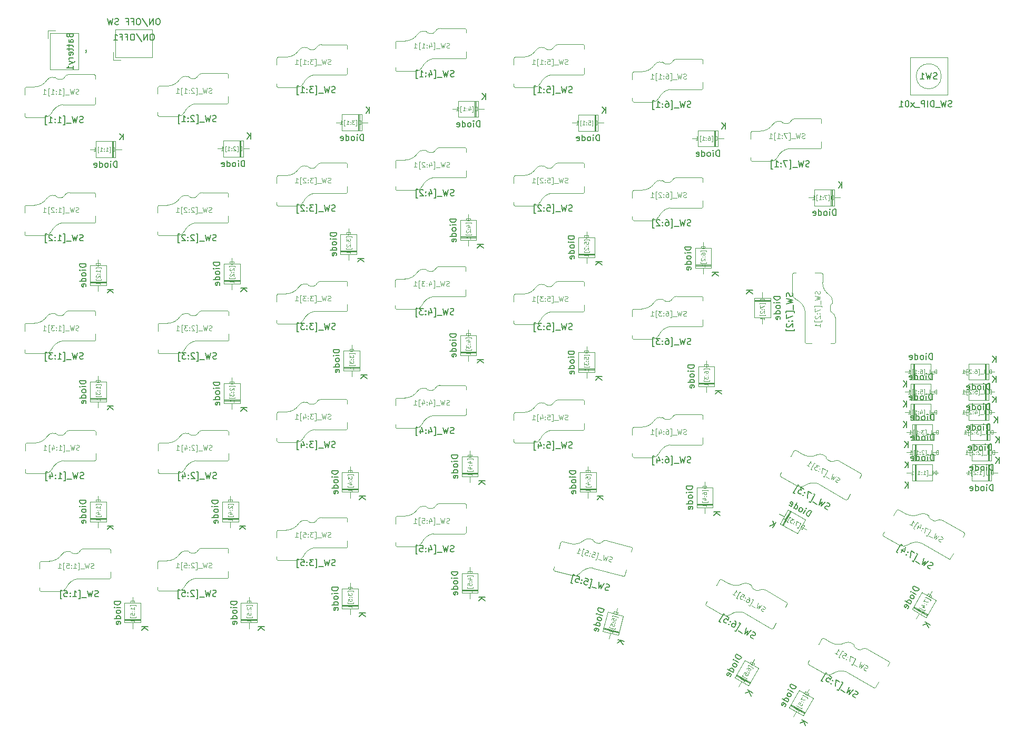
<source format=gbr>
%TF.GenerationSoftware,KiCad,Pcbnew,8.0.2-1*%
%TF.CreationDate,2024-06-04T11:33:55+02:00*%
%TF.ProjectId,keyboard,6b657962-6f61-4726-942e-6b696361645f,rev?*%
%TF.SameCoordinates,Original*%
%TF.FileFunction,AssemblyDrawing,Bot*%
%FSLAX46Y46*%
G04 Gerber Fmt 4.6, Leading zero omitted, Abs format (unit mm)*
G04 Created by KiCad (PCBNEW 8.0.2-1) date 2024-06-04 11:33:55*
%MOMM*%
%LPD*%
G01*
G04 APERTURE LIST*
%ADD10C,0.150000*%
%ADD11C,0.096000*%
%ADD12C,0.120000*%
%ADD13C,0.100000*%
G04 APERTURE END LIST*
D10*
X199333332Y-87124819D02*
X199333332Y-86124819D01*
X199333332Y-86124819D02*
X199095237Y-86124819D01*
X199095237Y-86124819D02*
X198952380Y-86172438D01*
X198952380Y-86172438D02*
X198857142Y-86267676D01*
X198857142Y-86267676D02*
X198809523Y-86362914D01*
X198809523Y-86362914D02*
X198761904Y-86553390D01*
X198761904Y-86553390D02*
X198761904Y-86696247D01*
X198761904Y-86696247D02*
X198809523Y-86886723D01*
X198809523Y-86886723D02*
X198857142Y-86981961D01*
X198857142Y-86981961D02*
X198952380Y-87077200D01*
X198952380Y-87077200D02*
X199095237Y-87124819D01*
X199095237Y-87124819D02*
X199333332Y-87124819D01*
X198333332Y-87124819D02*
X198333332Y-86458152D01*
X198333332Y-86124819D02*
X198380951Y-86172438D01*
X198380951Y-86172438D02*
X198333332Y-86220057D01*
X198333332Y-86220057D02*
X198285713Y-86172438D01*
X198285713Y-86172438D02*
X198333332Y-86124819D01*
X198333332Y-86124819D02*
X198333332Y-86220057D01*
X197714285Y-87124819D02*
X197809523Y-87077200D01*
X197809523Y-87077200D02*
X197857142Y-87029580D01*
X197857142Y-87029580D02*
X197904761Y-86934342D01*
X197904761Y-86934342D02*
X197904761Y-86648628D01*
X197904761Y-86648628D02*
X197857142Y-86553390D01*
X197857142Y-86553390D02*
X197809523Y-86505771D01*
X197809523Y-86505771D02*
X197714285Y-86458152D01*
X197714285Y-86458152D02*
X197571428Y-86458152D01*
X197571428Y-86458152D02*
X197476190Y-86505771D01*
X197476190Y-86505771D02*
X197428571Y-86553390D01*
X197428571Y-86553390D02*
X197380952Y-86648628D01*
X197380952Y-86648628D02*
X197380952Y-86934342D01*
X197380952Y-86934342D02*
X197428571Y-87029580D01*
X197428571Y-87029580D02*
X197476190Y-87077200D01*
X197476190Y-87077200D02*
X197571428Y-87124819D01*
X197571428Y-87124819D02*
X197714285Y-87124819D01*
X196523809Y-87124819D02*
X196523809Y-86124819D01*
X196523809Y-87077200D02*
X196619047Y-87124819D01*
X196619047Y-87124819D02*
X196809523Y-87124819D01*
X196809523Y-87124819D02*
X196904761Y-87077200D01*
X196904761Y-87077200D02*
X196952380Y-87029580D01*
X196952380Y-87029580D02*
X196999999Y-86934342D01*
X196999999Y-86934342D02*
X196999999Y-86648628D01*
X196999999Y-86648628D02*
X196952380Y-86553390D01*
X196952380Y-86553390D02*
X196904761Y-86505771D01*
X196904761Y-86505771D02*
X196809523Y-86458152D01*
X196809523Y-86458152D02*
X196619047Y-86458152D01*
X196619047Y-86458152D02*
X196523809Y-86505771D01*
X195666666Y-87077200D02*
X195761904Y-87124819D01*
X195761904Y-87124819D02*
X195952380Y-87124819D01*
X195952380Y-87124819D02*
X196047618Y-87077200D01*
X196047618Y-87077200D02*
X196095237Y-86981961D01*
X196095237Y-86981961D02*
X196095237Y-86601009D01*
X196095237Y-86601009D02*
X196047618Y-86505771D01*
X196047618Y-86505771D02*
X195952380Y-86458152D01*
X195952380Y-86458152D02*
X195761904Y-86458152D01*
X195761904Y-86458152D02*
X195666666Y-86505771D01*
X195666666Y-86505771D02*
X195619047Y-86601009D01*
X195619047Y-86601009D02*
X195619047Y-86696247D01*
X195619047Y-86696247D02*
X196095237Y-86791485D01*
D11*
X199560953Y-84541084D02*
X199560953Y-83901084D01*
X199560953Y-83901084D02*
X199408572Y-83901084D01*
X199408572Y-83901084D02*
X199317143Y-83931560D01*
X199317143Y-83931560D02*
X199256191Y-83992512D01*
X199256191Y-83992512D02*
X199225714Y-84053465D01*
X199225714Y-84053465D02*
X199195238Y-84175369D01*
X199195238Y-84175369D02*
X199195238Y-84266798D01*
X199195238Y-84266798D02*
X199225714Y-84388703D01*
X199225714Y-84388703D02*
X199256191Y-84449655D01*
X199256191Y-84449655D02*
X199317143Y-84510608D01*
X199317143Y-84510608D02*
X199408572Y-84541084D01*
X199408572Y-84541084D02*
X199560953Y-84541084D01*
X199073334Y-84602036D02*
X198585714Y-84602036D01*
X198433334Y-84541084D02*
X198433334Y-83901084D01*
X198280953Y-84602036D02*
X197793333Y-84602036D01*
X197458095Y-84754417D02*
X197610476Y-84754417D01*
X197610476Y-84754417D02*
X197610476Y-83840131D01*
X197610476Y-83840131D02*
X197458095Y-83840131D01*
X196940000Y-83901084D02*
X197061905Y-83901084D01*
X197061905Y-83901084D02*
X197122857Y-83931560D01*
X197122857Y-83931560D02*
X197153333Y-83962036D01*
X197153333Y-83962036D02*
X197214286Y-84053465D01*
X197214286Y-84053465D02*
X197244762Y-84175369D01*
X197244762Y-84175369D02*
X197244762Y-84419179D01*
X197244762Y-84419179D02*
X197214286Y-84480131D01*
X197214286Y-84480131D02*
X197183809Y-84510608D01*
X197183809Y-84510608D02*
X197122857Y-84541084D01*
X197122857Y-84541084D02*
X197000952Y-84541084D01*
X197000952Y-84541084D02*
X196940000Y-84510608D01*
X196940000Y-84510608D02*
X196909524Y-84480131D01*
X196909524Y-84480131D02*
X196879047Y-84419179D01*
X196879047Y-84419179D02*
X196879047Y-84266798D01*
X196879047Y-84266798D02*
X196909524Y-84205846D01*
X196909524Y-84205846D02*
X196940000Y-84175369D01*
X196940000Y-84175369D02*
X197000952Y-84144893D01*
X197000952Y-84144893D02*
X197122857Y-84144893D01*
X197122857Y-84144893D02*
X197183809Y-84175369D01*
X197183809Y-84175369D02*
X197214286Y-84205846D01*
X197214286Y-84205846D02*
X197244762Y-84266798D01*
X196604762Y-84480131D02*
X196574285Y-84510608D01*
X196574285Y-84510608D02*
X196604762Y-84541084D01*
X196604762Y-84541084D02*
X196635238Y-84510608D01*
X196635238Y-84510608D02*
X196604762Y-84480131D01*
X196604762Y-84480131D02*
X196604762Y-84541084D01*
X196604762Y-84144893D02*
X196574285Y-84175369D01*
X196574285Y-84175369D02*
X196604762Y-84205846D01*
X196604762Y-84205846D02*
X196635238Y-84175369D01*
X196635238Y-84175369D02*
X196604762Y-84144893D01*
X196604762Y-84144893D02*
X196604762Y-84205846D01*
X196330476Y-83962036D02*
X196300000Y-83931560D01*
X196300000Y-83931560D02*
X196239047Y-83901084D01*
X196239047Y-83901084D02*
X196086666Y-83901084D01*
X196086666Y-83901084D02*
X196025714Y-83931560D01*
X196025714Y-83931560D02*
X195995238Y-83962036D01*
X195995238Y-83962036D02*
X195964761Y-84022988D01*
X195964761Y-84022988D02*
X195964761Y-84083941D01*
X195964761Y-84083941D02*
X195995238Y-84175369D01*
X195995238Y-84175369D02*
X196360952Y-84541084D01*
X196360952Y-84541084D02*
X195964761Y-84541084D01*
X195751428Y-84754417D02*
X195599047Y-84754417D01*
X195599047Y-84754417D02*
X195599047Y-83840131D01*
X195599047Y-83840131D02*
X195751428Y-83840131D01*
X194928570Y-84541084D02*
X195294285Y-84541084D01*
X195111428Y-84541084D02*
X195111428Y-83901084D01*
X195111428Y-83901084D02*
X195172380Y-83992512D01*
X195172380Y-83992512D02*
X195233332Y-84053465D01*
X195233332Y-84053465D02*
X195294285Y-84083941D01*
D10*
X200301904Y-82704819D02*
X200301904Y-81704819D01*
X199730476Y-82704819D02*
X200159047Y-82133390D01*
X199730476Y-81704819D02*
X200301904Y-82276247D01*
X199833332Y-103374819D02*
X199833332Y-102374819D01*
X199833332Y-102374819D02*
X199595237Y-102374819D01*
X199595237Y-102374819D02*
X199452380Y-102422438D01*
X199452380Y-102422438D02*
X199357142Y-102517676D01*
X199357142Y-102517676D02*
X199309523Y-102612914D01*
X199309523Y-102612914D02*
X199261904Y-102803390D01*
X199261904Y-102803390D02*
X199261904Y-102946247D01*
X199261904Y-102946247D02*
X199309523Y-103136723D01*
X199309523Y-103136723D02*
X199357142Y-103231961D01*
X199357142Y-103231961D02*
X199452380Y-103327200D01*
X199452380Y-103327200D02*
X199595237Y-103374819D01*
X199595237Y-103374819D02*
X199833332Y-103374819D01*
X198833332Y-103374819D02*
X198833332Y-102708152D01*
X198833332Y-102374819D02*
X198880951Y-102422438D01*
X198880951Y-102422438D02*
X198833332Y-102470057D01*
X198833332Y-102470057D02*
X198785713Y-102422438D01*
X198785713Y-102422438D02*
X198833332Y-102374819D01*
X198833332Y-102374819D02*
X198833332Y-102470057D01*
X198214285Y-103374819D02*
X198309523Y-103327200D01*
X198309523Y-103327200D02*
X198357142Y-103279580D01*
X198357142Y-103279580D02*
X198404761Y-103184342D01*
X198404761Y-103184342D02*
X198404761Y-102898628D01*
X198404761Y-102898628D02*
X198357142Y-102803390D01*
X198357142Y-102803390D02*
X198309523Y-102755771D01*
X198309523Y-102755771D02*
X198214285Y-102708152D01*
X198214285Y-102708152D02*
X198071428Y-102708152D01*
X198071428Y-102708152D02*
X197976190Y-102755771D01*
X197976190Y-102755771D02*
X197928571Y-102803390D01*
X197928571Y-102803390D02*
X197880952Y-102898628D01*
X197880952Y-102898628D02*
X197880952Y-103184342D01*
X197880952Y-103184342D02*
X197928571Y-103279580D01*
X197928571Y-103279580D02*
X197976190Y-103327200D01*
X197976190Y-103327200D02*
X198071428Y-103374819D01*
X198071428Y-103374819D02*
X198214285Y-103374819D01*
X197023809Y-103374819D02*
X197023809Y-102374819D01*
X197023809Y-103327200D02*
X197119047Y-103374819D01*
X197119047Y-103374819D02*
X197309523Y-103374819D01*
X197309523Y-103374819D02*
X197404761Y-103327200D01*
X197404761Y-103327200D02*
X197452380Y-103279580D01*
X197452380Y-103279580D02*
X197499999Y-103184342D01*
X197499999Y-103184342D02*
X197499999Y-102898628D01*
X197499999Y-102898628D02*
X197452380Y-102803390D01*
X197452380Y-102803390D02*
X197404761Y-102755771D01*
X197404761Y-102755771D02*
X197309523Y-102708152D01*
X197309523Y-102708152D02*
X197119047Y-102708152D01*
X197119047Y-102708152D02*
X197023809Y-102755771D01*
X196166666Y-103327200D02*
X196261904Y-103374819D01*
X196261904Y-103374819D02*
X196452380Y-103374819D01*
X196452380Y-103374819D02*
X196547618Y-103327200D01*
X196547618Y-103327200D02*
X196595237Y-103231961D01*
X196595237Y-103231961D02*
X196595237Y-102851009D01*
X196595237Y-102851009D02*
X196547618Y-102755771D01*
X196547618Y-102755771D02*
X196452380Y-102708152D01*
X196452380Y-102708152D02*
X196261904Y-102708152D01*
X196261904Y-102708152D02*
X196166666Y-102755771D01*
X196166666Y-102755771D02*
X196119047Y-102851009D01*
X196119047Y-102851009D02*
X196119047Y-102946247D01*
X196119047Y-102946247D02*
X196595237Y-103041485D01*
D11*
X199817143Y-100791084D02*
X199817143Y-100151084D01*
X199817143Y-100151084D02*
X199664762Y-100151084D01*
X199664762Y-100151084D02*
X199573333Y-100181560D01*
X199573333Y-100181560D02*
X199512381Y-100242512D01*
X199512381Y-100242512D02*
X199481904Y-100303465D01*
X199481904Y-100303465D02*
X199451428Y-100425369D01*
X199451428Y-100425369D02*
X199451428Y-100516798D01*
X199451428Y-100516798D02*
X199481904Y-100638703D01*
X199481904Y-100638703D02*
X199512381Y-100699655D01*
X199512381Y-100699655D02*
X199573333Y-100760608D01*
X199573333Y-100760608D02*
X199664762Y-100791084D01*
X199664762Y-100791084D02*
X199817143Y-100791084D01*
X199329524Y-100852036D02*
X198841904Y-100852036D01*
X198689524Y-100791084D02*
X198689524Y-100151084D01*
X198201904Y-101004417D02*
X198354285Y-101004417D01*
X198354285Y-101004417D02*
X198354285Y-100090131D01*
X198354285Y-100090131D02*
X198201904Y-100090131D01*
X197622856Y-100791084D02*
X197988571Y-100791084D01*
X197805714Y-100791084D02*
X197805714Y-100151084D01*
X197805714Y-100151084D02*
X197866666Y-100242512D01*
X197866666Y-100242512D02*
X197927618Y-100303465D01*
X197927618Y-100303465D02*
X197988571Y-100333941D01*
X197348571Y-100730131D02*
X197318094Y-100760608D01*
X197318094Y-100760608D02*
X197348571Y-100791084D01*
X197348571Y-100791084D02*
X197379047Y-100760608D01*
X197379047Y-100760608D02*
X197348571Y-100730131D01*
X197348571Y-100730131D02*
X197348571Y-100791084D01*
X197348571Y-100394893D02*
X197318094Y-100425369D01*
X197318094Y-100425369D02*
X197348571Y-100455846D01*
X197348571Y-100455846D02*
X197379047Y-100425369D01*
X197379047Y-100425369D02*
X197348571Y-100394893D01*
X197348571Y-100394893D02*
X197348571Y-100455846D01*
X197074285Y-100212036D02*
X197043809Y-100181560D01*
X197043809Y-100181560D02*
X196982856Y-100151084D01*
X196982856Y-100151084D02*
X196830475Y-100151084D01*
X196830475Y-100151084D02*
X196769523Y-100181560D01*
X196769523Y-100181560D02*
X196739047Y-100212036D01*
X196739047Y-100212036D02*
X196708570Y-100272988D01*
X196708570Y-100272988D02*
X196708570Y-100333941D01*
X196708570Y-100333941D02*
X196739047Y-100425369D01*
X196739047Y-100425369D02*
X197104761Y-100791084D01*
X197104761Y-100791084D02*
X196708570Y-100791084D01*
X196495237Y-101004417D02*
X196342856Y-101004417D01*
X196342856Y-101004417D02*
X196342856Y-100090131D01*
X196342856Y-100090131D02*
X196495237Y-100090131D01*
X195672379Y-100791084D02*
X196038094Y-100791084D01*
X195855237Y-100791084D02*
X195855237Y-100151084D01*
X195855237Y-100151084D02*
X195916189Y-100242512D01*
X195916189Y-100242512D02*
X195977141Y-100303465D01*
X195977141Y-100303465D02*
X196038094Y-100333941D01*
D10*
X200801904Y-98954819D02*
X200801904Y-97954819D01*
X200230476Y-98954819D02*
X200659047Y-98383390D01*
X200230476Y-97954819D02*
X200801904Y-98526247D01*
X190333332Y-95284819D02*
X190333332Y-94284819D01*
X190333332Y-94284819D02*
X190095237Y-94284819D01*
X190095237Y-94284819D02*
X189952380Y-94332438D01*
X189952380Y-94332438D02*
X189857142Y-94427676D01*
X189857142Y-94427676D02*
X189809523Y-94522914D01*
X189809523Y-94522914D02*
X189761904Y-94713390D01*
X189761904Y-94713390D02*
X189761904Y-94856247D01*
X189761904Y-94856247D02*
X189809523Y-95046723D01*
X189809523Y-95046723D02*
X189857142Y-95141961D01*
X189857142Y-95141961D02*
X189952380Y-95237200D01*
X189952380Y-95237200D02*
X190095237Y-95284819D01*
X190095237Y-95284819D02*
X190333332Y-95284819D01*
X189333332Y-95284819D02*
X189333332Y-94618152D01*
X189333332Y-94284819D02*
X189380951Y-94332438D01*
X189380951Y-94332438D02*
X189333332Y-94380057D01*
X189333332Y-94380057D02*
X189285713Y-94332438D01*
X189285713Y-94332438D02*
X189333332Y-94284819D01*
X189333332Y-94284819D02*
X189333332Y-94380057D01*
X188714285Y-95284819D02*
X188809523Y-95237200D01*
X188809523Y-95237200D02*
X188857142Y-95189580D01*
X188857142Y-95189580D02*
X188904761Y-95094342D01*
X188904761Y-95094342D02*
X188904761Y-94808628D01*
X188904761Y-94808628D02*
X188857142Y-94713390D01*
X188857142Y-94713390D02*
X188809523Y-94665771D01*
X188809523Y-94665771D02*
X188714285Y-94618152D01*
X188714285Y-94618152D02*
X188571428Y-94618152D01*
X188571428Y-94618152D02*
X188476190Y-94665771D01*
X188476190Y-94665771D02*
X188428571Y-94713390D01*
X188428571Y-94713390D02*
X188380952Y-94808628D01*
X188380952Y-94808628D02*
X188380952Y-95094342D01*
X188380952Y-95094342D02*
X188428571Y-95189580D01*
X188428571Y-95189580D02*
X188476190Y-95237200D01*
X188476190Y-95237200D02*
X188571428Y-95284819D01*
X188571428Y-95284819D02*
X188714285Y-95284819D01*
X187523809Y-95284819D02*
X187523809Y-94284819D01*
X187523809Y-95237200D02*
X187619047Y-95284819D01*
X187619047Y-95284819D02*
X187809523Y-95284819D01*
X187809523Y-95284819D02*
X187904761Y-95237200D01*
X187904761Y-95237200D02*
X187952380Y-95189580D01*
X187952380Y-95189580D02*
X187999999Y-95094342D01*
X187999999Y-95094342D02*
X187999999Y-94808628D01*
X187999999Y-94808628D02*
X187952380Y-94713390D01*
X187952380Y-94713390D02*
X187904761Y-94665771D01*
X187904761Y-94665771D02*
X187809523Y-94618152D01*
X187809523Y-94618152D02*
X187619047Y-94618152D01*
X187619047Y-94618152D02*
X187523809Y-94665771D01*
X186666666Y-95237200D02*
X186761904Y-95284819D01*
X186761904Y-95284819D02*
X186952380Y-95284819D01*
X186952380Y-95284819D02*
X187047618Y-95237200D01*
X187047618Y-95237200D02*
X187095237Y-95141961D01*
X187095237Y-95141961D02*
X187095237Y-94761009D01*
X187095237Y-94761009D02*
X187047618Y-94665771D01*
X187047618Y-94665771D02*
X186952380Y-94618152D01*
X186952380Y-94618152D02*
X186761904Y-94618152D01*
X186761904Y-94618152D02*
X186666666Y-94665771D01*
X186666666Y-94665771D02*
X186619047Y-94761009D01*
X186619047Y-94761009D02*
X186619047Y-94856247D01*
X186619047Y-94856247D02*
X187095237Y-94951485D01*
D11*
X191040953Y-97541084D02*
X191040953Y-96901084D01*
X191040953Y-96901084D02*
X190888572Y-96901084D01*
X190888572Y-96901084D02*
X190797143Y-96931560D01*
X190797143Y-96931560D02*
X190736191Y-96992512D01*
X190736191Y-96992512D02*
X190705714Y-97053465D01*
X190705714Y-97053465D02*
X190675238Y-97175369D01*
X190675238Y-97175369D02*
X190675238Y-97266798D01*
X190675238Y-97266798D02*
X190705714Y-97388703D01*
X190705714Y-97388703D02*
X190736191Y-97449655D01*
X190736191Y-97449655D02*
X190797143Y-97510608D01*
X190797143Y-97510608D02*
X190888572Y-97541084D01*
X190888572Y-97541084D02*
X191040953Y-97541084D01*
X190553334Y-97602036D02*
X190065714Y-97602036D01*
X189913334Y-97541084D02*
X189913334Y-96901084D01*
X189760953Y-97602036D02*
X189273333Y-97602036D01*
X188938095Y-97754417D02*
X189090476Y-97754417D01*
X189090476Y-97754417D02*
X189090476Y-96840131D01*
X189090476Y-96840131D02*
X188938095Y-96840131D01*
X188724762Y-96962036D02*
X188694286Y-96931560D01*
X188694286Y-96931560D02*
X188633333Y-96901084D01*
X188633333Y-96901084D02*
X188480952Y-96901084D01*
X188480952Y-96901084D02*
X188420000Y-96931560D01*
X188420000Y-96931560D02*
X188389524Y-96962036D01*
X188389524Y-96962036D02*
X188359047Y-97022988D01*
X188359047Y-97022988D02*
X188359047Y-97083941D01*
X188359047Y-97083941D02*
X188389524Y-97175369D01*
X188389524Y-97175369D02*
X188755238Y-97541084D01*
X188755238Y-97541084D02*
X188359047Y-97541084D01*
X188084762Y-97480131D02*
X188054285Y-97510608D01*
X188054285Y-97510608D02*
X188084762Y-97541084D01*
X188084762Y-97541084D02*
X188115238Y-97510608D01*
X188115238Y-97510608D02*
X188084762Y-97480131D01*
X188084762Y-97480131D02*
X188084762Y-97541084D01*
X188084762Y-97144893D02*
X188054285Y-97175369D01*
X188054285Y-97175369D02*
X188084762Y-97205846D01*
X188084762Y-97205846D02*
X188115238Y-97175369D01*
X188115238Y-97175369D02*
X188084762Y-97144893D01*
X188084762Y-97144893D02*
X188084762Y-97205846D01*
X187444761Y-97541084D02*
X187810476Y-97541084D01*
X187627619Y-97541084D02*
X187627619Y-96901084D01*
X187627619Y-96901084D02*
X187688571Y-96992512D01*
X187688571Y-96992512D02*
X187749523Y-97053465D01*
X187749523Y-97053465D02*
X187810476Y-97083941D01*
X187231428Y-97754417D02*
X187079047Y-97754417D01*
X187079047Y-97754417D02*
X187079047Y-96840131D01*
X187079047Y-96840131D02*
X187231428Y-96840131D01*
X186408570Y-97541084D02*
X186774285Y-97541084D01*
X186591428Y-97541084D02*
X186591428Y-96901084D01*
X186591428Y-96901084D02*
X186652380Y-96992512D01*
X186652380Y-96992512D02*
X186713332Y-97053465D01*
X186713332Y-97053465D02*
X186774285Y-97083941D01*
D10*
X186221904Y-99704819D02*
X186221904Y-98704819D01*
X185650476Y-99704819D02*
X186079047Y-99133390D01*
X185650476Y-98704819D02*
X186221904Y-99276247D01*
X199833332Y-100124819D02*
X199833332Y-99124819D01*
X199833332Y-99124819D02*
X199595237Y-99124819D01*
X199595237Y-99124819D02*
X199452380Y-99172438D01*
X199452380Y-99172438D02*
X199357142Y-99267676D01*
X199357142Y-99267676D02*
X199309523Y-99362914D01*
X199309523Y-99362914D02*
X199261904Y-99553390D01*
X199261904Y-99553390D02*
X199261904Y-99696247D01*
X199261904Y-99696247D02*
X199309523Y-99886723D01*
X199309523Y-99886723D02*
X199357142Y-99981961D01*
X199357142Y-99981961D02*
X199452380Y-100077200D01*
X199452380Y-100077200D02*
X199595237Y-100124819D01*
X199595237Y-100124819D02*
X199833332Y-100124819D01*
X198833332Y-100124819D02*
X198833332Y-99458152D01*
X198833332Y-99124819D02*
X198880951Y-99172438D01*
X198880951Y-99172438D02*
X198833332Y-99220057D01*
X198833332Y-99220057D02*
X198785713Y-99172438D01*
X198785713Y-99172438D02*
X198833332Y-99124819D01*
X198833332Y-99124819D02*
X198833332Y-99220057D01*
X198214285Y-100124819D02*
X198309523Y-100077200D01*
X198309523Y-100077200D02*
X198357142Y-100029580D01*
X198357142Y-100029580D02*
X198404761Y-99934342D01*
X198404761Y-99934342D02*
X198404761Y-99648628D01*
X198404761Y-99648628D02*
X198357142Y-99553390D01*
X198357142Y-99553390D02*
X198309523Y-99505771D01*
X198309523Y-99505771D02*
X198214285Y-99458152D01*
X198214285Y-99458152D02*
X198071428Y-99458152D01*
X198071428Y-99458152D02*
X197976190Y-99505771D01*
X197976190Y-99505771D02*
X197928571Y-99553390D01*
X197928571Y-99553390D02*
X197880952Y-99648628D01*
X197880952Y-99648628D02*
X197880952Y-99934342D01*
X197880952Y-99934342D02*
X197928571Y-100029580D01*
X197928571Y-100029580D02*
X197976190Y-100077200D01*
X197976190Y-100077200D02*
X198071428Y-100124819D01*
X198071428Y-100124819D02*
X198214285Y-100124819D01*
X197023809Y-100124819D02*
X197023809Y-99124819D01*
X197023809Y-100077200D02*
X197119047Y-100124819D01*
X197119047Y-100124819D02*
X197309523Y-100124819D01*
X197309523Y-100124819D02*
X197404761Y-100077200D01*
X197404761Y-100077200D02*
X197452380Y-100029580D01*
X197452380Y-100029580D02*
X197499999Y-99934342D01*
X197499999Y-99934342D02*
X197499999Y-99648628D01*
X197499999Y-99648628D02*
X197452380Y-99553390D01*
X197452380Y-99553390D02*
X197404761Y-99505771D01*
X197404761Y-99505771D02*
X197309523Y-99458152D01*
X197309523Y-99458152D02*
X197119047Y-99458152D01*
X197119047Y-99458152D02*
X197023809Y-99505771D01*
X196166666Y-100077200D02*
X196261904Y-100124819D01*
X196261904Y-100124819D02*
X196452380Y-100124819D01*
X196452380Y-100124819D02*
X196547618Y-100077200D01*
X196547618Y-100077200D02*
X196595237Y-99981961D01*
X196595237Y-99981961D02*
X196595237Y-99601009D01*
X196595237Y-99601009D02*
X196547618Y-99505771D01*
X196547618Y-99505771D02*
X196452380Y-99458152D01*
X196452380Y-99458152D02*
X196261904Y-99458152D01*
X196261904Y-99458152D02*
X196166666Y-99505771D01*
X196166666Y-99505771D02*
X196119047Y-99601009D01*
X196119047Y-99601009D02*
X196119047Y-99696247D01*
X196119047Y-99696247D02*
X196595237Y-99791485D01*
D11*
X200060953Y-97541084D02*
X200060953Y-96901084D01*
X200060953Y-96901084D02*
X199908572Y-96901084D01*
X199908572Y-96901084D02*
X199817143Y-96931560D01*
X199817143Y-96931560D02*
X199756191Y-96992512D01*
X199756191Y-96992512D02*
X199725714Y-97053465D01*
X199725714Y-97053465D02*
X199695238Y-97175369D01*
X199695238Y-97175369D02*
X199695238Y-97266798D01*
X199695238Y-97266798D02*
X199725714Y-97388703D01*
X199725714Y-97388703D02*
X199756191Y-97449655D01*
X199756191Y-97449655D02*
X199817143Y-97510608D01*
X199817143Y-97510608D02*
X199908572Y-97541084D01*
X199908572Y-97541084D02*
X200060953Y-97541084D01*
X199573334Y-97602036D02*
X199085714Y-97602036D01*
X198933334Y-97541084D02*
X198933334Y-96901084D01*
X198780953Y-97602036D02*
X198293333Y-97602036D01*
X197958095Y-97754417D02*
X198110476Y-97754417D01*
X198110476Y-97754417D02*
X198110476Y-96840131D01*
X198110476Y-96840131D02*
X197958095Y-96840131D01*
X197744762Y-96962036D02*
X197714286Y-96931560D01*
X197714286Y-96931560D02*
X197653333Y-96901084D01*
X197653333Y-96901084D02*
X197500952Y-96901084D01*
X197500952Y-96901084D02*
X197440000Y-96931560D01*
X197440000Y-96931560D02*
X197409524Y-96962036D01*
X197409524Y-96962036D02*
X197379047Y-97022988D01*
X197379047Y-97022988D02*
X197379047Y-97083941D01*
X197379047Y-97083941D02*
X197409524Y-97175369D01*
X197409524Y-97175369D02*
X197775238Y-97541084D01*
X197775238Y-97541084D02*
X197379047Y-97541084D01*
X197104762Y-97480131D02*
X197074285Y-97510608D01*
X197074285Y-97510608D02*
X197104762Y-97541084D01*
X197104762Y-97541084D02*
X197135238Y-97510608D01*
X197135238Y-97510608D02*
X197104762Y-97480131D01*
X197104762Y-97480131D02*
X197104762Y-97541084D01*
X197104762Y-97144893D02*
X197074285Y-97175369D01*
X197074285Y-97175369D02*
X197104762Y-97205846D01*
X197104762Y-97205846D02*
X197135238Y-97175369D01*
X197135238Y-97175369D02*
X197104762Y-97144893D01*
X197104762Y-97144893D02*
X197104762Y-97205846D01*
X196830476Y-96962036D02*
X196800000Y-96931560D01*
X196800000Y-96931560D02*
X196739047Y-96901084D01*
X196739047Y-96901084D02*
X196586666Y-96901084D01*
X196586666Y-96901084D02*
X196525714Y-96931560D01*
X196525714Y-96931560D02*
X196495238Y-96962036D01*
X196495238Y-96962036D02*
X196464761Y-97022988D01*
X196464761Y-97022988D02*
X196464761Y-97083941D01*
X196464761Y-97083941D02*
X196495238Y-97175369D01*
X196495238Y-97175369D02*
X196860952Y-97541084D01*
X196860952Y-97541084D02*
X196464761Y-97541084D01*
X196251428Y-97754417D02*
X196099047Y-97754417D01*
X196099047Y-97754417D02*
X196099047Y-96840131D01*
X196099047Y-96840131D02*
X196251428Y-96840131D01*
X195428570Y-97541084D02*
X195794285Y-97541084D01*
X195611428Y-97541084D02*
X195611428Y-96901084D01*
X195611428Y-96901084D02*
X195672380Y-96992512D01*
X195672380Y-96992512D02*
X195733332Y-97053465D01*
X195733332Y-97053465D02*
X195794285Y-97083941D01*
D10*
X200801904Y-95704819D02*
X200801904Y-94704819D01*
X200230476Y-95704819D02*
X200659047Y-95133390D01*
X200230476Y-94704819D02*
X200801904Y-95276247D01*
X190083332Y-88784819D02*
X190083332Y-87784819D01*
X190083332Y-87784819D02*
X189845237Y-87784819D01*
X189845237Y-87784819D02*
X189702380Y-87832438D01*
X189702380Y-87832438D02*
X189607142Y-87927676D01*
X189607142Y-87927676D02*
X189559523Y-88022914D01*
X189559523Y-88022914D02*
X189511904Y-88213390D01*
X189511904Y-88213390D02*
X189511904Y-88356247D01*
X189511904Y-88356247D02*
X189559523Y-88546723D01*
X189559523Y-88546723D02*
X189607142Y-88641961D01*
X189607142Y-88641961D02*
X189702380Y-88737200D01*
X189702380Y-88737200D02*
X189845237Y-88784819D01*
X189845237Y-88784819D02*
X190083332Y-88784819D01*
X189083332Y-88784819D02*
X189083332Y-88118152D01*
X189083332Y-87784819D02*
X189130951Y-87832438D01*
X189130951Y-87832438D02*
X189083332Y-87880057D01*
X189083332Y-87880057D02*
X189035713Y-87832438D01*
X189035713Y-87832438D02*
X189083332Y-87784819D01*
X189083332Y-87784819D02*
X189083332Y-87880057D01*
X188464285Y-88784819D02*
X188559523Y-88737200D01*
X188559523Y-88737200D02*
X188607142Y-88689580D01*
X188607142Y-88689580D02*
X188654761Y-88594342D01*
X188654761Y-88594342D02*
X188654761Y-88308628D01*
X188654761Y-88308628D02*
X188607142Y-88213390D01*
X188607142Y-88213390D02*
X188559523Y-88165771D01*
X188559523Y-88165771D02*
X188464285Y-88118152D01*
X188464285Y-88118152D02*
X188321428Y-88118152D01*
X188321428Y-88118152D02*
X188226190Y-88165771D01*
X188226190Y-88165771D02*
X188178571Y-88213390D01*
X188178571Y-88213390D02*
X188130952Y-88308628D01*
X188130952Y-88308628D02*
X188130952Y-88594342D01*
X188130952Y-88594342D02*
X188178571Y-88689580D01*
X188178571Y-88689580D02*
X188226190Y-88737200D01*
X188226190Y-88737200D02*
X188321428Y-88784819D01*
X188321428Y-88784819D02*
X188464285Y-88784819D01*
X187273809Y-88784819D02*
X187273809Y-87784819D01*
X187273809Y-88737200D02*
X187369047Y-88784819D01*
X187369047Y-88784819D02*
X187559523Y-88784819D01*
X187559523Y-88784819D02*
X187654761Y-88737200D01*
X187654761Y-88737200D02*
X187702380Y-88689580D01*
X187702380Y-88689580D02*
X187749999Y-88594342D01*
X187749999Y-88594342D02*
X187749999Y-88308628D01*
X187749999Y-88308628D02*
X187702380Y-88213390D01*
X187702380Y-88213390D02*
X187654761Y-88165771D01*
X187654761Y-88165771D02*
X187559523Y-88118152D01*
X187559523Y-88118152D02*
X187369047Y-88118152D01*
X187369047Y-88118152D02*
X187273809Y-88165771D01*
X186416666Y-88737200D02*
X186511904Y-88784819D01*
X186511904Y-88784819D02*
X186702380Y-88784819D01*
X186702380Y-88784819D02*
X186797618Y-88737200D01*
X186797618Y-88737200D02*
X186845237Y-88641961D01*
X186845237Y-88641961D02*
X186845237Y-88261009D01*
X186845237Y-88261009D02*
X186797618Y-88165771D01*
X186797618Y-88165771D02*
X186702380Y-88118152D01*
X186702380Y-88118152D02*
X186511904Y-88118152D01*
X186511904Y-88118152D02*
X186416666Y-88165771D01*
X186416666Y-88165771D02*
X186369047Y-88261009D01*
X186369047Y-88261009D02*
X186369047Y-88356247D01*
X186369047Y-88356247D02*
X186845237Y-88451485D01*
X185971904Y-93204819D02*
X185971904Y-92204819D01*
X185400476Y-93204819D02*
X185829047Y-92633390D01*
X185400476Y-92204819D02*
X185971904Y-92776247D01*
D11*
X190790953Y-91041084D02*
X190790953Y-90401084D01*
X190790953Y-90401084D02*
X190638572Y-90401084D01*
X190638572Y-90401084D02*
X190547143Y-90431560D01*
X190547143Y-90431560D02*
X190486191Y-90492512D01*
X190486191Y-90492512D02*
X190455714Y-90553465D01*
X190455714Y-90553465D02*
X190425238Y-90675369D01*
X190425238Y-90675369D02*
X190425238Y-90766798D01*
X190425238Y-90766798D02*
X190455714Y-90888703D01*
X190455714Y-90888703D02*
X190486191Y-90949655D01*
X190486191Y-90949655D02*
X190547143Y-91010608D01*
X190547143Y-91010608D02*
X190638572Y-91041084D01*
X190638572Y-91041084D02*
X190790953Y-91041084D01*
X190303334Y-91102036D02*
X189815714Y-91102036D01*
X189663334Y-91041084D02*
X189663334Y-90401084D01*
X189510953Y-91102036D02*
X189023333Y-91102036D01*
X188688095Y-91254417D02*
X188840476Y-91254417D01*
X188840476Y-91254417D02*
X188840476Y-90340131D01*
X188840476Y-90340131D02*
X188688095Y-90340131D01*
X188170000Y-90614417D02*
X188170000Y-91041084D01*
X188322381Y-90370608D02*
X188474762Y-90827750D01*
X188474762Y-90827750D02*
X188078571Y-90827750D01*
X187834762Y-90980131D02*
X187804285Y-91010608D01*
X187804285Y-91010608D02*
X187834762Y-91041084D01*
X187834762Y-91041084D02*
X187865238Y-91010608D01*
X187865238Y-91010608D02*
X187834762Y-90980131D01*
X187834762Y-90980131D02*
X187834762Y-91041084D01*
X187834762Y-90644893D02*
X187804285Y-90675369D01*
X187804285Y-90675369D02*
X187834762Y-90705846D01*
X187834762Y-90705846D02*
X187865238Y-90675369D01*
X187865238Y-90675369D02*
X187834762Y-90644893D01*
X187834762Y-90644893D02*
X187834762Y-90705846D01*
X187194761Y-91041084D02*
X187560476Y-91041084D01*
X187377619Y-91041084D02*
X187377619Y-90401084D01*
X187377619Y-90401084D02*
X187438571Y-90492512D01*
X187438571Y-90492512D02*
X187499523Y-90553465D01*
X187499523Y-90553465D02*
X187560476Y-90583941D01*
X186981428Y-91254417D02*
X186829047Y-91254417D01*
X186829047Y-91254417D02*
X186829047Y-90340131D01*
X186829047Y-90340131D02*
X186981428Y-90340131D01*
X186158570Y-91041084D02*
X186524285Y-91041084D01*
X186341428Y-91041084D02*
X186341428Y-90401084D01*
X186341428Y-90401084D02*
X186402380Y-90492512D01*
X186402380Y-90492512D02*
X186463332Y-90553465D01*
X186463332Y-90553465D02*
X186524285Y-90583941D01*
D10*
X190083332Y-85534819D02*
X190083332Y-84534819D01*
X190083332Y-84534819D02*
X189845237Y-84534819D01*
X189845237Y-84534819D02*
X189702380Y-84582438D01*
X189702380Y-84582438D02*
X189607142Y-84677676D01*
X189607142Y-84677676D02*
X189559523Y-84772914D01*
X189559523Y-84772914D02*
X189511904Y-84963390D01*
X189511904Y-84963390D02*
X189511904Y-85106247D01*
X189511904Y-85106247D02*
X189559523Y-85296723D01*
X189559523Y-85296723D02*
X189607142Y-85391961D01*
X189607142Y-85391961D02*
X189702380Y-85487200D01*
X189702380Y-85487200D02*
X189845237Y-85534819D01*
X189845237Y-85534819D02*
X190083332Y-85534819D01*
X189083332Y-85534819D02*
X189083332Y-84868152D01*
X189083332Y-84534819D02*
X189130951Y-84582438D01*
X189130951Y-84582438D02*
X189083332Y-84630057D01*
X189083332Y-84630057D02*
X189035713Y-84582438D01*
X189035713Y-84582438D02*
X189083332Y-84534819D01*
X189083332Y-84534819D02*
X189083332Y-84630057D01*
X188464285Y-85534819D02*
X188559523Y-85487200D01*
X188559523Y-85487200D02*
X188607142Y-85439580D01*
X188607142Y-85439580D02*
X188654761Y-85344342D01*
X188654761Y-85344342D02*
X188654761Y-85058628D01*
X188654761Y-85058628D02*
X188607142Y-84963390D01*
X188607142Y-84963390D02*
X188559523Y-84915771D01*
X188559523Y-84915771D02*
X188464285Y-84868152D01*
X188464285Y-84868152D02*
X188321428Y-84868152D01*
X188321428Y-84868152D02*
X188226190Y-84915771D01*
X188226190Y-84915771D02*
X188178571Y-84963390D01*
X188178571Y-84963390D02*
X188130952Y-85058628D01*
X188130952Y-85058628D02*
X188130952Y-85344342D01*
X188130952Y-85344342D02*
X188178571Y-85439580D01*
X188178571Y-85439580D02*
X188226190Y-85487200D01*
X188226190Y-85487200D02*
X188321428Y-85534819D01*
X188321428Y-85534819D02*
X188464285Y-85534819D01*
X187273809Y-85534819D02*
X187273809Y-84534819D01*
X187273809Y-85487200D02*
X187369047Y-85534819D01*
X187369047Y-85534819D02*
X187559523Y-85534819D01*
X187559523Y-85534819D02*
X187654761Y-85487200D01*
X187654761Y-85487200D02*
X187702380Y-85439580D01*
X187702380Y-85439580D02*
X187749999Y-85344342D01*
X187749999Y-85344342D02*
X187749999Y-85058628D01*
X187749999Y-85058628D02*
X187702380Y-84963390D01*
X187702380Y-84963390D02*
X187654761Y-84915771D01*
X187654761Y-84915771D02*
X187559523Y-84868152D01*
X187559523Y-84868152D02*
X187369047Y-84868152D01*
X187369047Y-84868152D02*
X187273809Y-84915771D01*
X186416666Y-85487200D02*
X186511904Y-85534819D01*
X186511904Y-85534819D02*
X186702380Y-85534819D01*
X186702380Y-85534819D02*
X186797618Y-85487200D01*
X186797618Y-85487200D02*
X186845237Y-85391961D01*
X186845237Y-85391961D02*
X186845237Y-85011009D01*
X186845237Y-85011009D02*
X186797618Y-84915771D01*
X186797618Y-84915771D02*
X186702380Y-84868152D01*
X186702380Y-84868152D02*
X186511904Y-84868152D01*
X186511904Y-84868152D02*
X186416666Y-84915771D01*
X186416666Y-84915771D02*
X186369047Y-85011009D01*
X186369047Y-85011009D02*
X186369047Y-85106247D01*
X186369047Y-85106247D02*
X186845237Y-85201485D01*
D11*
X190790953Y-87791084D02*
X190790953Y-87151084D01*
X190790953Y-87151084D02*
X190638572Y-87151084D01*
X190638572Y-87151084D02*
X190547143Y-87181560D01*
X190547143Y-87181560D02*
X190486191Y-87242512D01*
X190486191Y-87242512D02*
X190455714Y-87303465D01*
X190455714Y-87303465D02*
X190425238Y-87425369D01*
X190425238Y-87425369D02*
X190425238Y-87516798D01*
X190425238Y-87516798D02*
X190455714Y-87638703D01*
X190455714Y-87638703D02*
X190486191Y-87699655D01*
X190486191Y-87699655D02*
X190547143Y-87760608D01*
X190547143Y-87760608D02*
X190638572Y-87791084D01*
X190638572Y-87791084D02*
X190790953Y-87791084D01*
X190303334Y-87852036D02*
X189815714Y-87852036D01*
X189663334Y-87791084D02*
X189663334Y-87151084D01*
X189510953Y-87852036D02*
X189023333Y-87852036D01*
X188688095Y-88004417D02*
X188840476Y-88004417D01*
X188840476Y-88004417D02*
X188840476Y-87090131D01*
X188840476Y-87090131D02*
X188688095Y-87090131D01*
X188139524Y-87151084D02*
X188444286Y-87151084D01*
X188444286Y-87151084D02*
X188474762Y-87455846D01*
X188474762Y-87455846D02*
X188444286Y-87425369D01*
X188444286Y-87425369D02*
X188383333Y-87394893D01*
X188383333Y-87394893D02*
X188230952Y-87394893D01*
X188230952Y-87394893D02*
X188170000Y-87425369D01*
X188170000Y-87425369D02*
X188139524Y-87455846D01*
X188139524Y-87455846D02*
X188109047Y-87516798D01*
X188109047Y-87516798D02*
X188109047Y-87669179D01*
X188109047Y-87669179D02*
X188139524Y-87730131D01*
X188139524Y-87730131D02*
X188170000Y-87760608D01*
X188170000Y-87760608D02*
X188230952Y-87791084D01*
X188230952Y-87791084D02*
X188383333Y-87791084D01*
X188383333Y-87791084D02*
X188444286Y-87760608D01*
X188444286Y-87760608D02*
X188474762Y-87730131D01*
X187834762Y-87730131D02*
X187804285Y-87760608D01*
X187804285Y-87760608D02*
X187834762Y-87791084D01*
X187834762Y-87791084D02*
X187865238Y-87760608D01*
X187865238Y-87760608D02*
X187834762Y-87730131D01*
X187834762Y-87730131D02*
X187834762Y-87791084D01*
X187834762Y-87394893D02*
X187804285Y-87425369D01*
X187804285Y-87425369D02*
X187834762Y-87455846D01*
X187834762Y-87455846D02*
X187865238Y-87425369D01*
X187865238Y-87425369D02*
X187834762Y-87394893D01*
X187834762Y-87394893D02*
X187834762Y-87455846D01*
X187194761Y-87791084D02*
X187560476Y-87791084D01*
X187377619Y-87791084D02*
X187377619Y-87151084D01*
X187377619Y-87151084D02*
X187438571Y-87242512D01*
X187438571Y-87242512D02*
X187499523Y-87303465D01*
X187499523Y-87303465D02*
X187560476Y-87333941D01*
X186981428Y-88004417D02*
X186829047Y-88004417D01*
X186829047Y-88004417D02*
X186829047Y-87090131D01*
X186829047Y-87090131D02*
X186981428Y-87090131D01*
X186158570Y-87791084D02*
X186524285Y-87791084D01*
X186341428Y-87791084D02*
X186341428Y-87151084D01*
X186341428Y-87151084D02*
X186402380Y-87242512D01*
X186402380Y-87242512D02*
X186463332Y-87303465D01*
X186463332Y-87303465D02*
X186524285Y-87333941D01*
D10*
X185971904Y-89954819D02*
X185971904Y-88954819D01*
X185400476Y-89954819D02*
X185829047Y-89383390D01*
X185400476Y-88954819D02*
X185971904Y-89526247D01*
X199333332Y-90374819D02*
X199333332Y-89374819D01*
X199333332Y-89374819D02*
X199095237Y-89374819D01*
X199095237Y-89374819D02*
X198952380Y-89422438D01*
X198952380Y-89422438D02*
X198857142Y-89517676D01*
X198857142Y-89517676D02*
X198809523Y-89612914D01*
X198809523Y-89612914D02*
X198761904Y-89803390D01*
X198761904Y-89803390D02*
X198761904Y-89946247D01*
X198761904Y-89946247D02*
X198809523Y-90136723D01*
X198809523Y-90136723D02*
X198857142Y-90231961D01*
X198857142Y-90231961D02*
X198952380Y-90327200D01*
X198952380Y-90327200D02*
X199095237Y-90374819D01*
X199095237Y-90374819D02*
X199333332Y-90374819D01*
X198333332Y-90374819D02*
X198333332Y-89708152D01*
X198333332Y-89374819D02*
X198380951Y-89422438D01*
X198380951Y-89422438D02*
X198333332Y-89470057D01*
X198333332Y-89470057D02*
X198285713Y-89422438D01*
X198285713Y-89422438D02*
X198333332Y-89374819D01*
X198333332Y-89374819D02*
X198333332Y-89470057D01*
X197714285Y-90374819D02*
X197809523Y-90327200D01*
X197809523Y-90327200D02*
X197857142Y-90279580D01*
X197857142Y-90279580D02*
X197904761Y-90184342D01*
X197904761Y-90184342D02*
X197904761Y-89898628D01*
X197904761Y-89898628D02*
X197857142Y-89803390D01*
X197857142Y-89803390D02*
X197809523Y-89755771D01*
X197809523Y-89755771D02*
X197714285Y-89708152D01*
X197714285Y-89708152D02*
X197571428Y-89708152D01*
X197571428Y-89708152D02*
X197476190Y-89755771D01*
X197476190Y-89755771D02*
X197428571Y-89803390D01*
X197428571Y-89803390D02*
X197380952Y-89898628D01*
X197380952Y-89898628D02*
X197380952Y-90184342D01*
X197380952Y-90184342D02*
X197428571Y-90279580D01*
X197428571Y-90279580D02*
X197476190Y-90327200D01*
X197476190Y-90327200D02*
X197571428Y-90374819D01*
X197571428Y-90374819D02*
X197714285Y-90374819D01*
X196523809Y-90374819D02*
X196523809Y-89374819D01*
X196523809Y-90327200D02*
X196619047Y-90374819D01*
X196619047Y-90374819D02*
X196809523Y-90374819D01*
X196809523Y-90374819D02*
X196904761Y-90327200D01*
X196904761Y-90327200D02*
X196952380Y-90279580D01*
X196952380Y-90279580D02*
X196999999Y-90184342D01*
X196999999Y-90184342D02*
X196999999Y-89898628D01*
X196999999Y-89898628D02*
X196952380Y-89803390D01*
X196952380Y-89803390D02*
X196904761Y-89755771D01*
X196904761Y-89755771D02*
X196809523Y-89708152D01*
X196809523Y-89708152D02*
X196619047Y-89708152D01*
X196619047Y-89708152D02*
X196523809Y-89755771D01*
X195666666Y-90327200D02*
X195761904Y-90374819D01*
X195761904Y-90374819D02*
X195952380Y-90374819D01*
X195952380Y-90374819D02*
X196047618Y-90327200D01*
X196047618Y-90327200D02*
X196095237Y-90231961D01*
X196095237Y-90231961D02*
X196095237Y-89851009D01*
X196095237Y-89851009D02*
X196047618Y-89755771D01*
X196047618Y-89755771D02*
X195952380Y-89708152D01*
X195952380Y-89708152D02*
X195761904Y-89708152D01*
X195761904Y-89708152D02*
X195666666Y-89755771D01*
X195666666Y-89755771D02*
X195619047Y-89851009D01*
X195619047Y-89851009D02*
X195619047Y-89946247D01*
X195619047Y-89946247D02*
X196095237Y-90041485D01*
X200301904Y-85954819D02*
X200301904Y-84954819D01*
X199730476Y-85954819D02*
X200159047Y-85383390D01*
X199730476Y-84954819D02*
X200301904Y-85526247D01*
D11*
X199560953Y-87791084D02*
X199560953Y-87151084D01*
X199560953Y-87151084D02*
X199408572Y-87151084D01*
X199408572Y-87151084D02*
X199317143Y-87181560D01*
X199317143Y-87181560D02*
X199256191Y-87242512D01*
X199256191Y-87242512D02*
X199225714Y-87303465D01*
X199225714Y-87303465D02*
X199195238Y-87425369D01*
X199195238Y-87425369D02*
X199195238Y-87516798D01*
X199195238Y-87516798D02*
X199225714Y-87638703D01*
X199225714Y-87638703D02*
X199256191Y-87699655D01*
X199256191Y-87699655D02*
X199317143Y-87760608D01*
X199317143Y-87760608D02*
X199408572Y-87791084D01*
X199408572Y-87791084D02*
X199560953Y-87791084D01*
X199073334Y-87852036D02*
X198585714Y-87852036D01*
X198433334Y-87791084D02*
X198433334Y-87151084D01*
X198280953Y-87852036D02*
X197793333Y-87852036D01*
X197458095Y-88004417D02*
X197610476Y-88004417D01*
X197610476Y-88004417D02*
X197610476Y-87090131D01*
X197610476Y-87090131D02*
X197458095Y-87090131D01*
X196909524Y-87151084D02*
X197214286Y-87151084D01*
X197214286Y-87151084D02*
X197244762Y-87455846D01*
X197244762Y-87455846D02*
X197214286Y-87425369D01*
X197214286Y-87425369D02*
X197153333Y-87394893D01*
X197153333Y-87394893D02*
X197000952Y-87394893D01*
X197000952Y-87394893D02*
X196940000Y-87425369D01*
X196940000Y-87425369D02*
X196909524Y-87455846D01*
X196909524Y-87455846D02*
X196879047Y-87516798D01*
X196879047Y-87516798D02*
X196879047Y-87669179D01*
X196879047Y-87669179D02*
X196909524Y-87730131D01*
X196909524Y-87730131D02*
X196940000Y-87760608D01*
X196940000Y-87760608D02*
X197000952Y-87791084D01*
X197000952Y-87791084D02*
X197153333Y-87791084D01*
X197153333Y-87791084D02*
X197214286Y-87760608D01*
X197214286Y-87760608D02*
X197244762Y-87730131D01*
X196604762Y-87730131D02*
X196574285Y-87760608D01*
X196574285Y-87760608D02*
X196604762Y-87791084D01*
X196604762Y-87791084D02*
X196635238Y-87760608D01*
X196635238Y-87760608D02*
X196604762Y-87730131D01*
X196604762Y-87730131D02*
X196604762Y-87791084D01*
X196604762Y-87394893D02*
X196574285Y-87425369D01*
X196574285Y-87425369D02*
X196604762Y-87455846D01*
X196604762Y-87455846D02*
X196635238Y-87425369D01*
X196635238Y-87425369D02*
X196604762Y-87394893D01*
X196604762Y-87394893D02*
X196604762Y-87455846D01*
X196330476Y-87212036D02*
X196300000Y-87181560D01*
X196300000Y-87181560D02*
X196239047Y-87151084D01*
X196239047Y-87151084D02*
X196086666Y-87151084D01*
X196086666Y-87151084D02*
X196025714Y-87181560D01*
X196025714Y-87181560D02*
X195995238Y-87212036D01*
X195995238Y-87212036D02*
X195964761Y-87272988D01*
X195964761Y-87272988D02*
X195964761Y-87333941D01*
X195964761Y-87333941D02*
X195995238Y-87425369D01*
X195995238Y-87425369D02*
X196360952Y-87791084D01*
X196360952Y-87791084D02*
X195964761Y-87791084D01*
X195751428Y-88004417D02*
X195599047Y-88004417D01*
X195599047Y-88004417D02*
X195599047Y-87090131D01*
X195599047Y-87090131D02*
X195751428Y-87090131D01*
X194928570Y-87791084D02*
X195294285Y-87791084D01*
X195111428Y-87791084D02*
X195111428Y-87151084D01*
X195111428Y-87151084D02*
X195172380Y-87242512D01*
X195172380Y-87242512D02*
X195233332Y-87303465D01*
X195233332Y-87303465D02*
X195294285Y-87333941D01*
D10*
X190293332Y-92034819D02*
X190293332Y-91034819D01*
X190293332Y-91034819D02*
X190055237Y-91034819D01*
X190055237Y-91034819D02*
X189912380Y-91082438D01*
X189912380Y-91082438D02*
X189817142Y-91177676D01*
X189817142Y-91177676D02*
X189769523Y-91272914D01*
X189769523Y-91272914D02*
X189721904Y-91463390D01*
X189721904Y-91463390D02*
X189721904Y-91606247D01*
X189721904Y-91606247D02*
X189769523Y-91796723D01*
X189769523Y-91796723D02*
X189817142Y-91891961D01*
X189817142Y-91891961D02*
X189912380Y-91987200D01*
X189912380Y-91987200D02*
X190055237Y-92034819D01*
X190055237Y-92034819D02*
X190293332Y-92034819D01*
X189293332Y-92034819D02*
X189293332Y-91368152D01*
X189293332Y-91034819D02*
X189340951Y-91082438D01*
X189340951Y-91082438D02*
X189293332Y-91130057D01*
X189293332Y-91130057D02*
X189245713Y-91082438D01*
X189245713Y-91082438D02*
X189293332Y-91034819D01*
X189293332Y-91034819D02*
X189293332Y-91130057D01*
X188674285Y-92034819D02*
X188769523Y-91987200D01*
X188769523Y-91987200D02*
X188817142Y-91939580D01*
X188817142Y-91939580D02*
X188864761Y-91844342D01*
X188864761Y-91844342D02*
X188864761Y-91558628D01*
X188864761Y-91558628D02*
X188817142Y-91463390D01*
X188817142Y-91463390D02*
X188769523Y-91415771D01*
X188769523Y-91415771D02*
X188674285Y-91368152D01*
X188674285Y-91368152D02*
X188531428Y-91368152D01*
X188531428Y-91368152D02*
X188436190Y-91415771D01*
X188436190Y-91415771D02*
X188388571Y-91463390D01*
X188388571Y-91463390D02*
X188340952Y-91558628D01*
X188340952Y-91558628D02*
X188340952Y-91844342D01*
X188340952Y-91844342D02*
X188388571Y-91939580D01*
X188388571Y-91939580D02*
X188436190Y-91987200D01*
X188436190Y-91987200D02*
X188531428Y-92034819D01*
X188531428Y-92034819D02*
X188674285Y-92034819D01*
X187483809Y-92034819D02*
X187483809Y-91034819D01*
X187483809Y-91987200D02*
X187579047Y-92034819D01*
X187579047Y-92034819D02*
X187769523Y-92034819D01*
X187769523Y-92034819D02*
X187864761Y-91987200D01*
X187864761Y-91987200D02*
X187912380Y-91939580D01*
X187912380Y-91939580D02*
X187959999Y-91844342D01*
X187959999Y-91844342D02*
X187959999Y-91558628D01*
X187959999Y-91558628D02*
X187912380Y-91463390D01*
X187912380Y-91463390D02*
X187864761Y-91415771D01*
X187864761Y-91415771D02*
X187769523Y-91368152D01*
X187769523Y-91368152D02*
X187579047Y-91368152D01*
X187579047Y-91368152D02*
X187483809Y-91415771D01*
X186626666Y-91987200D02*
X186721904Y-92034819D01*
X186721904Y-92034819D02*
X186912380Y-92034819D01*
X186912380Y-92034819D02*
X187007618Y-91987200D01*
X187007618Y-91987200D02*
X187055237Y-91891961D01*
X187055237Y-91891961D02*
X187055237Y-91511009D01*
X187055237Y-91511009D02*
X187007618Y-91415771D01*
X187007618Y-91415771D02*
X186912380Y-91368152D01*
X186912380Y-91368152D02*
X186721904Y-91368152D01*
X186721904Y-91368152D02*
X186626666Y-91415771D01*
X186626666Y-91415771D02*
X186579047Y-91511009D01*
X186579047Y-91511009D02*
X186579047Y-91606247D01*
X186579047Y-91606247D02*
X187055237Y-91701485D01*
D11*
X191000953Y-94291084D02*
X191000953Y-93651084D01*
X191000953Y-93651084D02*
X190848572Y-93651084D01*
X190848572Y-93651084D02*
X190757143Y-93681560D01*
X190757143Y-93681560D02*
X190696191Y-93742512D01*
X190696191Y-93742512D02*
X190665714Y-93803465D01*
X190665714Y-93803465D02*
X190635238Y-93925369D01*
X190635238Y-93925369D02*
X190635238Y-94016798D01*
X190635238Y-94016798D02*
X190665714Y-94138703D01*
X190665714Y-94138703D02*
X190696191Y-94199655D01*
X190696191Y-94199655D02*
X190757143Y-94260608D01*
X190757143Y-94260608D02*
X190848572Y-94291084D01*
X190848572Y-94291084D02*
X191000953Y-94291084D01*
X190513334Y-94352036D02*
X190025714Y-94352036D01*
X189873334Y-94291084D02*
X189873334Y-93651084D01*
X189720953Y-94352036D02*
X189233333Y-94352036D01*
X188898095Y-94504417D02*
X189050476Y-94504417D01*
X189050476Y-94504417D02*
X189050476Y-93590131D01*
X189050476Y-93590131D02*
X188898095Y-93590131D01*
X188715238Y-93651084D02*
X188319047Y-93651084D01*
X188319047Y-93651084D02*
X188532381Y-93894893D01*
X188532381Y-93894893D02*
X188440952Y-93894893D01*
X188440952Y-93894893D02*
X188380000Y-93925369D01*
X188380000Y-93925369D02*
X188349524Y-93955846D01*
X188349524Y-93955846D02*
X188319047Y-94016798D01*
X188319047Y-94016798D02*
X188319047Y-94169179D01*
X188319047Y-94169179D02*
X188349524Y-94230131D01*
X188349524Y-94230131D02*
X188380000Y-94260608D01*
X188380000Y-94260608D02*
X188440952Y-94291084D01*
X188440952Y-94291084D02*
X188623809Y-94291084D01*
X188623809Y-94291084D02*
X188684762Y-94260608D01*
X188684762Y-94260608D02*
X188715238Y-94230131D01*
X188044762Y-94230131D02*
X188014285Y-94260608D01*
X188014285Y-94260608D02*
X188044762Y-94291084D01*
X188044762Y-94291084D02*
X188075238Y-94260608D01*
X188075238Y-94260608D02*
X188044762Y-94230131D01*
X188044762Y-94230131D02*
X188044762Y-94291084D01*
X188044762Y-93894893D02*
X188014285Y-93925369D01*
X188014285Y-93925369D02*
X188044762Y-93955846D01*
X188044762Y-93955846D02*
X188075238Y-93925369D01*
X188075238Y-93925369D02*
X188044762Y-93894893D01*
X188044762Y-93894893D02*
X188044762Y-93955846D01*
X187404761Y-94291084D02*
X187770476Y-94291084D01*
X187587619Y-94291084D02*
X187587619Y-93651084D01*
X187587619Y-93651084D02*
X187648571Y-93742512D01*
X187648571Y-93742512D02*
X187709523Y-93803465D01*
X187709523Y-93803465D02*
X187770476Y-93833941D01*
X187191428Y-94504417D02*
X187039047Y-94504417D01*
X187039047Y-94504417D02*
X187039047Y-93590131D01*
X187039047Y-93590131D02*
X187191428Y-93590131D01*
X186368570Y-94291084D02*
X186734285Y-94291084D01*
X186551428Y-94291084D02*
X186551428Y-93651084D01*
X186551428Y-93651084D02*
X186612380Y-93742512D01*
X186612380Y-93742512D02*
X186673332Y-93803465D01*
X186673332Y-93803465D02*
X186734285Y-93833941D01*
D10*
X186181904Y-96454819D02*
X186181904Y-95454819D01*
X185610476Y-96454819D02*
X186039047Y-95883390D01*
X185610476Y-95454819D02*
X186181904Y-96026247D01*
X199333332Y-93624819D02*
X199333332Y-92624819D01*
X199333332Y-92624819D02*
X199095237Y-92624819D01*
X199095237Y-92624819D02*
X198952380Y-92672438D01*
X198952380Y-92672438D02*
X198857142Y-92767676D01*
X198857142Y-92767676D02*
X198809523Y-92862914D01*
X198809523Y-92862914D02*
X198761904Y-93053390D01*
X198761904Y-93053390D02*
X198761904Y-93196247D01*
X198761904Y-93196247D02*
X198809523Y-93386723D01*
X198809523Y-93386723D02*
X198857142Y-93481961D01*
X198857142Y-93481961D02*
X198952380Y-93577200D01*
X198952380Y-93577200D02*
X199095237Y-93624819D01*
X199095237Y-93624819D02*
X199333332Y-93624819D01*
X198333332Y-93624819D02*
X198333332Y-92958152D01*
X198333332Y-92624819D02*
X198380951Y-92672438D01*
X198380951Y-92672438D02*
X198333332Y-92720057D01*
X198333332Y-92720057D02*
X198285713Y-92672438D01*
X198285713Y-92672438D02*
X198333332Y-92624819D01*
X198333332Y-92624819D02*
X198333332Y-92720057D01*
X197714285Y-93624819D02*
X197809523Y-93577200D01*
X197809523Y-93577200D02*
X197857142Y-93529580D01*
X197857142Y-93529580D02*
X197904761Y-93434342D01*
X197904761Y-93434342D02*
X197904761Y-93148628D01*
X197904761Y-93148628D02*
X197857142Y-93053390D01*
X197857142Y-93053390D02*
X197809523Y-93005771D01*
X197809523Y-93005771D02*
X197714285Y-92958152D01*
X197714285Y-92958152D02*
X197571428Y-92958152D01*
X197571428Y-92958152D02*
X197476190Y-93005771D01*
X197476190Y-93005771D02*
X197428571Y-93053390D01*
X197428571Y-93053390D02*
X197380952Y-93148628D01*
X197380952Y-93148628D02*
X197380952Y-93434342D01*
X197380952Y-93434342D02*
X197428571Y-93529580D01*
X197428571Y-93529580D02*
X197476190Y-93577200D01*
X197476190Y-93577200D02*
X197571428Y-93624819D01*
X197571428Y-93624819D02*
X197714285Y-93624819D01*
X196523809Y-93624819D02*
X196523809Y-92624819D01*
X196523809Y-93577200D02*
X196619047Y-93624819D01*
X196619047Y-93624819D02*
X196809523Y-93624819D01*
X196809523Y-93624819D02*
X196904761Y-93577200D01*
X196904761Y-93577200D02*
X196952380Y-93529580D01*
X196952380Y-93529580D02*
X196999999Y-93434342D01*
X196999999Y-93434342D02*
X196999999Y-93148628D01*
X196999999Y-93148628D02*
X196952380Y-93053390D01*
X196952380Y-93053390D02*
X196904761Y-93005771D01*
X196904761Y-93005771D02*
X196809523Y-92958152D01*
X196809523Y-92958152D02*
X196619047Y-92958152D01*
X196619047Y-92958152D02*
X196523809Y-93005771D01*
X195666666Y-93577200D02*
X195761904Y-93624819D01*
X195761904Y-93624819D02*
X195952380Y-93624819D01*
X195952380Y-93624819D02*
X196047618Y-93577200D01*
X196047618Y-93577200D02*
X196095237Y-93481961D01*
X196095237Y-93481961D02*
X196095237Y-93101009D01*
X196095237Y-93101009D02*
X196047618Y-93005771D01*
X196047618Y-93005771D02*
X195952380Y-92958152D01*
X195952380Y-92958152D02*
X195761904Y-92958152D01*
X195761904Y-92958152D02*
X195666666Y-93005771D01*
X195666666Y-93005771D02*
X195619047Y-93101009D01*
X195619047Y-93101009D02*
X195619047Y-93196247D01*
X195619047Y-93196247D02*
X196095237Y-93291485D01*
D11*
X199560953Y-91041084D02*
X199560953Y-90401084D01*
X199560953Y-90401084D02*
X199408572Y-90401084D01*
X199408572Y-90401084D02*
X199317143Y-90431560D01*
X199317143Y-90431560D02*
X199256191Y-90492512D01*
X199256191Y-90492512D02*
X199225714Y-90553465D01*
X199225714Y-90553465D02*
X199195238Y-90675369D01*
X199195238Y-90675369D02*
X199195238Y-90766798D01*
X199195238Y-90766798D02*
X199225714Y-90888703D01*
X199225714Y-90888703D02*
X199256191Y-90949655D01*
X199256191Y-90949655D02*
X199317143Y-91010608D01*
X199317143Y-91010608D02*
X199408572Y-91041084D01*
X199408572Y-91041084D02*
X199560953Y-91041084D01*
X199073334Y-91102036D02*
X198585714Y-91102036D01*
X198433334Y-91041084D02*
X198433334Y-90401084D01*
X198280953Y-91102036D02*
X197793333Y-91102036D01*
X197458095Y-91254417D02*
X197610476Y-91254417D01*
X197610476Y-91254417D02*
X197610476Y-90340131D01*
X197610476Y-90340131D02*
X197458095Y-90340131D01*
X196940000Y-90614417D02*
X196940000Y-91041084D01*
X197092381Y-90370608D02*
X197244762Y-90827750D01*
X197244762Y-90827750D02*
X196848571Y-90827750D01*
X196604762Y-90980131D02*
X196574285Y-91010608D01*
X196574285Y-91010608D02*
X196604762Y-91041084D01*
X196604762Y-91041084D02*
X196635238Y-91010608D01*
X196635238Y-91010608D02*
X196604762Y-90980131D01*
X196604762Y-90980131D02*
X196604762Y-91041084D01*
X196604762Y-90644893D02*
X196574285Y-90675369D01*
X196574285Y-90675369D02*
X196604762Y-90705846D01*
X196604762Y-90705846D02*
X196635238Y-90675369D01*
X196635238Y-90675369D02*
X196604762Y-90644893D01*
X196604762Y-90644893D02*
X196604762Y-90705846D01*
X196330476Y-90462036D02*
X196300000Y-90431560D01*
X196300000Y-90431560D02*
X196239047Y-90401084D01*
X196239047Y-90401084D02*
X196086666Y-90401084D01*
X196086666Y-90401084D02*
X196025714Y-90431560D01*
X196025714Y-90431560D02*
X195995238Y-90462036D01*
X195995238Y-90462036D02*
X195964761Y-90522988D01*
X195964761Y-90522988D02*
X195964761Y-90583941D01*
X195964761Y-90583941D02*
X195995238Y-90675369D01*
X195995238Y-90675369D02*
X196360952Y-91041084D01*
X196360952Y-91041084D02*
X195964761Y-91041084D01*
X195751428Y-91254417D02*
X195599047Y-91254417D01*
X195599047Y-91254417D02*
X195599047Y-90340131D01*
X195599047Y-90340131D02*
X195751428Y-90340131D01*
X194928570Y-91041084D02*
X195294285Y-91041084D01*
X195111428Y-91041084D02*
X195111428Y-90401084D01*
X195111428Y-90401084D02*
X195172380Y-90492512D01*
X195172380Y-90492512D02*
X195233332Y-90553465D01*
X195233332Y-90553465D02*
X195294285Y-90583941D01*
D10*
X200301904Y-89204819D02*
X200301904Y-88204819D01*
X199730476Y-89204819D02*
X200159047Y-88633390D01*
X199730476Y-88204819D02*
X200301904Y-88776247D01*
X199583332Y-96874819D02*
X199583332Y-95874819D01*
X199583332Y-95874819D02*
X199345237Y-95874819D01*
X199345237Y-95874819D02*
X199202380Y-95922438D01*
X199202380Y-95922438D02*
X199107142Y-96017676D01*
X199107142Y-96017676D02*
X199059523Y-96112914D01*
X199059523Y-96112914D02*
X199011904Y-96303390D01*
X199011904Y-96303390D02*
X199011904Y-96446247D01*
X199011904Y-96446247D02*
X199059523Y-96636723D01*
X199059523Y-96636723D02*
X199107142Y-96731961D01*
X199107142Y-96731961D02*
X199202380Y-96827200D01*
X199202380Y-96827200D02*
X199345237Y-96874819D01*
X199345237Y-96874819D02*
X199583332Y-96874819D01*
X198583332Y-96874819D02*
X198583332Y-96208152D01*
X198583332Y-95874819D02*
X198630951Y-95922438D01*
X198630951Y-95922438D02*
X198583332Y-95970057D01*
X198583332Y-95970057D02*
X198535713Y-95922438D01*
X198535713Y-95922438D02*
X198583332Y-95874819D01*
X198583332Y-95874819D02*
X198583332Y-95970057D01*
X197964285Y-96874819D02*
X198059523Y-96827200D01*
X198059523Y-96827200D02*
X198107142Y-96779580D01*
X198107142Y-96779580D02*
X198154761Y-96684342D01*
X198154761Y-96684342D02*
X198154761Y-96398628D01*
X198154761Y-96398628D02*
X198107142Y-96303390D01*
X198107142Y-96303390D02*
X198059523Y-96255771D01*
X198059523Y-96255771D02*
X197964285Y-96208152D01*
X197964285Y-96208152D02*
X197821428Y-96208152D01*
X197821428Y-96208152D02*
X197726190Y-96255771D01*
X197726190Y-96255771D02*
X197678571Y-96303390D01*
X197678571Y-96303390D02*
X197630952Y-96398628D01*
X197630952Y-96398628D02*
X197630952Y-96684342D01*
X197630952Y-96684342D02*
X197678571Y-96779580D01*
X197678571Y-96779580D02*
X197726190Y-96827200D01*
X197726190Y-96827200D02*
X197821428Y-96874819D01*
X197821428Y-96874819D02*
X197964285Y-96874819D01*
X196773809Y-96874819D02*
X196773809Y-95874819D01*
X196773809Y-96827200D02*
X196869047Y-96874819D01*
X196869047Y-96874819D02*
X197059523Y-96874819D01*
X197059523Y-96874819D02*
X197154761Y-96827200D01*
X197154761Y-96827200D02*
X197202380Y-96779580D01*
X197202380Y-96779580D02*
X197249999Y-96684342D01*
X197249999Y-96684342D02*
X197249999Y-96398628D01*
X197249999Y-96398628D02*
X197202380Y-96303390D01*
X197202380Y-96303390D02*
X197154761Y-96255771D01*
X197154761Y-96255771D02*
X197059523Y-96208152D01*
X197059523Y-96208152D02*
X196869047Y-96208152D01*
X196869047Y-96208152D02*
X196773809Y-96255771D01*
X195916666Y-96827200D02*
X196011904Y-96874819D01*
X196011904Y-96874819D02*
X196202380Y-96874819D01*
X196202380Y-96874819D02*
X196297618Y-96827200D01*
X196297618Y-96827200D02*
X196345237Y-96731961D01*
X196345237Y-96731961D02*
X196345237Y-96351009D01*
X196345237Y-96351009D02*
X196297618Y-96255771D01*
X196297618Y-96255771D02*
X196202380Y-96208152D01*
X196202380Y-96208152D02*
X196011904Y-96208152D01*
X196011904Y-96208152D02*
X195916666Y-96255771D01*
X195916666Y-96255771D02*
X195869047Y-96351009D01*
X195869047Y-96351009D02*
X195869047Y-96446247D01*
X195869047Y-96446247D02*
X196345237Y-96541485D01*
D11*
X199810953Y-94291084D02*
X199810953Y-93651084D01*
X199810953Y-93651084D02*
X199658572Y-93651084D01*
X199658572Y-93651084D02*
X199567143Y-93681560D01*
X199567143Y-93681560D02*
X199506191Y-93742512D01*
X199506191Y-93742512D02*
X199475714Y-93803465D01*
X199475714Y-93803465D02*
X199445238Y-93925369D01*
X199445238Y-93925369D02*
X199445238Y-94016798D01*
X199445238Y-94016798D02*
X199475714Y-94138703D01*
X199475714Y-94138703D02*
X199506191Y-94199655D01*
X199506191Y-94199655D02*
X199567143Y-94260608D01*
X199567143Y-94260608D02*
X199658572Y-94291084D01*
X199658572Y-94291084D02*
X199810953Y-94291084D01*
X199323334Y-94352036D02*
X198835714Y-94352036D01*
X198683334Y-94291084D02*
X198683334Y-93651084D01*
X198530953Y-94352036D02*
X198043333Y-94352036D01*
X197708095Y-94504417D02*
X197860476Y-94504417D01*
X197860476Y-94504417D02*
X197860476Y-93590131D01*
X197860476Y-93590131D02*
X197708095Y-93590131D01*
X197525238Y-93651084D02*
X197129047Y-93651084D01*
X197129047Y-93651084D02*
X197342381Y-93894893D01*
X197342381Y-93894893D02*
X197250952Y-93894893D01*
X197250952Y-93894893D02*
X197190000Y-93925369D01*
X197190000Y-93925369D02*
X197159524Y-93955846D01*
X197159524Y-93955846D02*
X197129047Y-94016798D01*
X197129047Y-94016798D02*
X197129047Y-94169179D01*
X197129047Y-94169179D02*
X197159524Y-94230131D01*
X197159524Y-94230131D02*
X197190000Y-94260608D01*
X197190000Y-94260608D02*
X197250952Y-94291084D01*
X197250952Y-94291084D02*
X197433809Y-94291084D01*
X197433809Y-94291084D02*
X197494762Y-94260608D01*
X197494762Y-94260608D02*
X197525238Y-94230131D01*
X196854762Y-94230131D02*
X196824285Y-94260608D01*
X196824285Y-94260608D02*
X196854762Y-94291084D01*
X196854762Y-94291084D02*
X196885238Y-94260608D01*
X196885238Y-94260608D02*
X196854762Y-94230131D01*
X196854762Y-94230131D02*
X196854762Y-94291084D01*
X196854762Y-93894893D02*
X196824285Y-93925369D01*
X196824285Y-93925369D02*
X196854762Y-93955846D01*
X196854762Y-93955846D02*
X196885238Y-93925369D01*
X196885238Y-93925369D02*
X196854762Y-93894893D01*
X196854762Y-93894893D02*
X196854762Y-93955846D01*
X196580476Y-93712036D02*
X196550000Y-93681560D01*
X196550000Y-93681560D02*
X196489047Y-93651084D01*
X196489047Y-93651084D02*
X196336666Y-93651084D01*
X196336666Y-93651084D02*
X196275714Y-93681560D01*
X196275714Y-93681560D02*
X196245238Y-93712036D01*
X196245238Y-93712036D02*
X196214761Y-93772988D01*
X196214761Y-93772988D02*
X196214761Y-93833941D01*
X196214761Y-93833941D02*
X196245238Y-93925369D01*
X196245238Y-93925369D02*
X196610952Y-94291084D01*
X196610952Y-94291084D02*
X196214761Y-94291084D01*
X196001428Y-94504417D02*
X195849047Y-94504417D01*
X195849047Y-94504417D02*
X195849047Y-93590131D01*
X195849047Y-93590131D02*
X196001428Y-93590131D01*
X195178570Y-94291084D02*
X195544285Y-94291084D01*
X195361428Y-94291084D02*
X195361428Y-93651084D01*
X195361428Y-93651084D02*
X195422380Y-93742512D01*
X195422380Y-93742512D02*
X195483332Y-93803465D01*
X195483332Y-93803465D02*
X195544285Y-93833941D01*
D10*
X200551904Y-92454819D02*
X200551904Y-91454819D01*
X199980476Y-92454819D02*
X200409047Y-91883390D01*
X199980476Y-91454819D02*
X200551904Y-92026247D01*
X190083332Y-82284819D02*
X190083332Y-81284819D01*
X190083332Y-81284819D02*
X189845237Y-81284819D01*
X189845237Y-81284819D02*
X189702380Y-81332438D01*
X189702380Y-81332438D02*
X189607142Y-81427676D01*
X189607142Y-81427676D02*
X189559523Y-81522914D01*
X189559523Y-81522914D02*
X189511904Y-81713390D01*
X189511904Y-81713390D02*
X189511904Y-81856247D01*
X189511904Y-81856247D02*
X189559523Y-82046723D01*
X189559523Y-82046723D02*
X189607142Y-82141961D01*
X189607142Y-82141961D02*
X189702380Y-82237200D01*
X189702380Y-82237200D02*
X189845237Y-82284819D01*
X189845237Y-82284819D02*
X190083332Y-82284819D01*
X189083332Y-82284819D02*
X189083332Y-81618152D01*
X189083332Y-81284819D02*
X189130951Y-81332438D01*
X189130951Y-81332438D02*
X189083332Y-81380057D01*
X189083332Y-81380057D02*
X189035713Y-81332438D01*
X189035713Y-81332438D02*
X189083332Y-81284819D01*
X189083332Y-81284819D02*
X189083332Y-81380057D01*
X188464285Y-82284819D02*
X188559523Y-82237200D01*
X188559523Y-82237200D02*
X188607142Y-82189580D01*
X188607142Y-82189580D02*
X188654761Y-82094342D01*
X188654761Y-82094342D02*
X188654761Y-81808628D01*
X188654761Y-81808628D02*
X188607142Y-81713390D01*
X188607142Y-81713390D02*
X188559523Y-81665771D01*
X188559523Y-81665771D02*
X188464285Y-81618152D01*
X188464285Y-81618152D02*
X188321428Y-81618152D01*
X188321428Y-81618152D02*
X188226190Y-81665771D01*
X188226190Y-81665771D02*
X188178571Y-81713390D01*
X188178571Y-81713390D02*
X188130952Y-81808628D01*
X188130952Y-81808628D02*
X188130952Y-82094342D01*
X188130952Y-82094342D02*
X188178571Y-82189580D01*
X188178571Y-82189580D02*
X188226190Y-82237200D01*
X188226190Y-82237200D02*
X188321428Y-82284819D01*
X188321428Y-82284819D02*
X188464285Y-82284819D01*
X187273809Y-82284819D02*
X187273809Y-81284819D01*
X187273809Y-82237200D02*
X187369047Y-82284819D01*
X187369047Y-82284819D02*
X187559523Y-82284819D01*
X187559523Y-82284819D02*
X187654761Y-82237200D01*
X187654761Y-82237200D02*
X187702380Y-82189580D01*
X187702380Y-82189580D02*
X187749999Y-82094342D01*
X187749999Y-82094342D02*
X187749999Y-81808628D01*
X187749999Y-81808628D02*
X187702380Y-81713390D01*
X187702380Y-81713390D02*
X187654761Y-81665771D01*
X187654761Y-81665771D02*
X187559523Y-81618152D01*
X187559523Y-81618152D02*
X187369047Y-81618152D01*
X187369047Y-81618152D02*
X187273809Y-81665771D01*
X186416666Y-82237200D02*
X186511904Y-82284819D01*
X186511904Y-82284819D02*
X186702380Y-82284819D01*
X186702380Y-82284819D02*
X186797618Y-82237200D01*
X186797618Y-82237200D02*
X186845237Y-82141961D01*
X186845237Y-82141961D02*
X186845237Y-81761009D01*
X186845237Y-81761009D02*
X186797618Y-81665771D01*
X186797618Y-81665771D02*
X186702380Y-81618152D01*
X186702380Y-81618152D02*
X186511904Y-81618152D01*
X186511904Y-81618152D02*
X186416666Y-81665771D01*
X186416666Y-81665771D02*
X186369047Y-81761009D01*
X186369047Y-81761009D02*
X186369047Y-81856247D01*
X186369047Y-81856247D02*
X186845237Y-81951485D01*
X185971904Y-86704819D02*
X185971904Y-85704819D01*
X185400476Y-86704819D02*
X185829047Y-86133390D01*
X185400476Y-85704819D02*
X185971904Y-86276247D01*
D11*
X190790953Y-84541084D02*
X190790953Y-83901084D01*
X190790953Y-83901084D02*
X190638572Y-83901084D01*
X190638572Y-83901084D02*
X190547143Y-83931560D01*
X190547143Y-83931560D02*
X190486191Y-83992512D01*
X190486191Y-83992512D02*
X190455714Y-84053465D01*
X190455714Y-84053465D02*
X190425238Y-84175369D01*
X190425238Y-84175369D02*
X190425238Y-84266798D01*
X190425238Y-84266798D02*
X190455714Y-84388703D01*
X190455714Y-84388703D02*
X190486191Y-84449655D01*
X190486191Y-84449655D02*
X190547143Y-84510608D01*
X190547143Y-84510608D02*
X190638572Y-84541084D01*
X190638572Y-84541084D02*
X190790953Y-84541084D01*
X190303334Y-84602036D02*
X189815714Y-84602036D01*
X189663334Y-84541084D02*
X189663334Y-83901084D01*
X189510953Y-84602036D02*
X189023333Y-84602036D01*
X188688095Y-84754417D02*
X188840476Y-84754417D01*
X188840476Y-84754417D02*
X188840476Y-83840131D01*
X188840476Y-83840131D02*
X188688095Y-83840131D01*
X188170000Y-83901084D02*
X188291905Y-83901084D01*
X188291905Y-83901084D02*
X188352857Y-83931560D01*
X188352857Y-83931560D02*
X188383333Y-83962036D01*
X188383333Y-83962036D02*
X188444286Y-84053465D01*
X188444286Y-84053465D02*
X188474762Y-84175369D01*
X188474762Y-84175369D02*
X188474762Y-84419179D01*
X188474762Y-84419179D02*
X188444286Y-84480131D01*
X188444286Y-84480131D02*
X188413809Y-84510608D01*
X188413809Y-84510608D02*
X188352857Y-84541084D01*
X188352857Y-84541084D02*
X188230952Y-84541084D01*
X188230952Y-84541084D02*
X188170000Y-84510608D01*
X188170000Y-84510608D02*
X188139524Y-84480131D01*
X188139524Y-84480131D02*
X188109047Y-84419179D01*
X188109047Y-84419179D02*
X188109047Y-84266798D01*
X188109047Y-84266798D02*
X188139524Y-84205846D01*
X188139524Y-84205846D02*
X188170000Y-84175369D01*
X188170000Y-84175369D02*
X188230952Y-84144893D01*
X188230952Y-84144893D02*
X188352857Y-84144893D01*
X188352857Y-84144893D02*
X188413809Y-84175369D01*
X188413809Y-84175369D02*
X188444286Y-84205846D01*
X188444286Y-84205846D02*
X188474762Y-84266798D01*
X187834762Y-84480131D02*
X187804285Y-84510608D01*
X187804285Y-84510608D02*
X187834762Y-84541084D01*
X187834762Y-84541084D02*
X187865238Y-84510608D01*
X187865238Y-84510608D02*
X187834762Y-84480131D01*
X187834762Y-84480131D02*
X187834762Y-84541084D01*
X187834762Y-84144893D02*
X187804285Y-84175369D01*
X187804285Y-84175369D02*
X187834762Y-84205846D01*
X187834762Y-84205846D02*
X187865238Y-84175369D01*
X187865238Y-84175369D02*
X187834762Y-84144893D01*
X187834762Y-84144893D02*
X187834762Y-84205846D01*
X187194761Y-84541084D02*
X187560476Y-84541084D01*
X187377619Y-84541084D02*
X187377619Y-83901084D01*
X187377619Y-83901084D02*
X187438571Y-83992512D01*
X187438571Y-83992512D02*
X187499523Y-84053465D01*
X187499523Y-84053465D02*
X187560476Y-84083941D01*
X186981428Y-84754417D02*
X186829047Y-84754417D01*
X186829047Y-84754417D02*
X186829047Y-83840131D01*
X186829047Y-83840131D02*
X186981428Y-83840131D01*
X186158570Y-84541084D02*
X186524285Y-84541084D01*
X186341428Y-84541084D02*
X186341428Y-83901084D01*
X186341428Y-83901084D02*
X186402380Y-83992512D01*
X186402380Y-83992512D02*
X186463332Y-84053465D01*
X186463332Y-84053465D02*
X186524285Y-84083941D01*
D10*
X94284819Y-61916667D02*
X93284819Y-61916667D01*
X93284819Y-61916667D02*
X93284819Y-62154762D01*
X93284819Y-62154762D02*
X93332438Y-62297619D01*
X93332438Y-62297619D02*
X93427676Y-62392857D01*
X93427676Y-62392857D02*
X93522914Y-62440476D01*
X93522914Y-62440476D02*
X93713390Y-62488095D01*
X93713390Y-62488095D02*
X93856247Y-62488095D01*
X93856247Y-62488095D02*
X94046723Y-62440476D01*
X94046723Y-62440476D02*
X94141961Y-62392857D01*
X94141961Y-62392857D02*
X94237200Y-62297619D01*
X94237200Y-62297619D02*
X94284819Y-62154762D01*
X94284819Y-62154762D02*
X94284819Y-61916667D01*
X94284819Y-62916667D02*
X93618152Y-62916667D01*
X93284819Y-62916667D02*
X93332438Y-62869048D01*
X93332438Y-62869048D02*
X93380057Y-62916667D01*
X93380057Y-62916667D02*
X93332438Y-62964286D01*
X93332438Y-62964286D02*
X93284819Y-62916667D01*
X93284819Y-62916667D02*
X93380057Y-62916667D01*
X94284819Y-63535714D02*
X94237200Y-63440476D01*
X94237200Y-63440476D02*
X94189580Y-63392857D01*
X94189580Y-63392857D02*
X94094342Y-63345238D01*
X94094342Y-63345238D02*
X93808628Y-63345238D01*
X93808628Y-63345238D02*
X93713390Y-63392857D01*
X93713390Y-63392857D02*
X93665771Y-63440476D01*
X93665771Y-63440476D02*
X93618152Y-63535714D01*
X93618152Y-63535714D02*
X93618152Y-63678571D01*
X93618152Y-63678571D02*
X93665771Y-63773809D01*
X93665771Y-63773809D02*
X93713390Y-63821428D01*
X93713390Y-63821428D02*
X93808628Y-63869047D01*
X93808628Y-63869047D02*
X94094342Y-63869047D01*
X94094342Y-63869047D02*
X94189580Y-63821428D01*
X94189580Y-63821428D02*
X94237200Y-63773809D01*
X94237200Y-63773809D02*
X94284819Y-63678571D01*
X94284819Y-63678571D02*
X94284819Y-63535714D01*
X94284819Y-64726190D02*
X93284819Y-64726190D01*
X94237200Y-64726190D02*
X94284819Y-64630952D01*
X94284819Y-64630952D02*
X94284819Y-64440476D01*
X94284819Y-64440476D02*
X94237200Y-64345238D01*
X94237200Y-64345238D02*
X94189580Y-64297619D01*
X94189580Y-64297619D02*
X94094342Y-64250000D01*
X94094342Y-64250000D02*
X93808628Y-64250000D01*
X93808628Y-64250000D02*
X93713390Y-64297619D01*
X93713390Y-64297619D02*
X93665771Y-64345238D01*
X93665771Y-64345238D02*
X93618152Y-64440476D01*
X93618152Y-64440476D02*
X93618152Y-64630952D01*
X93618152Y-64630952D02*
X93665771Y-64726190D01*
X94237200Y-65583333D02*
X94284819Y-65488095D01*
X94284819Y-65488095D02*
X94284819Y-65297619D01*
X94284819Y-65297619D02*
X94237200Y-65202381D01*
X94237200Y-65202381D02*
X94141961Y-65154762D01*
X94141961Y-65154762D02*
X93761009Y-65154762D01*
X93761009Y-65154762D02*
X93665771Y-65202381D01*
X93665771Y-65202381D02*
X93618152Y-65297619D01*
X93618152Y-65297619D02*
X93618152Y-65488095D01*
X93618152Y-65488095D02*
X93665771Y-65583333D01*
X93665771Y-65583333D02*
X93761009Y-65630952D01*
X93761009Y-65630952D02*
X93856247Y-65630952D01*
X93856247Y-65630952D02*
X93951485Y-65154762D01*
X98704819Y-66028095D02*
X97704819Y-66028095D01*
X98704819Y-66599523D02*
X98133390Y-66170952D01*
X97704819Y-66599523D02*
X98276247Y-66028095D01*
D11*
X96541084Y-61849046D02*
X95901084Y-61849046D01*
X95901084Y-61849046D02*
X95901084Y-62001427D01*
X95901084Y-62001427D02*
X95931560Y-62092856D01*
X95931560Y-62092856D02*
X95992512Y-62153808D01*
X95992512Y-62153808D02*
X96053465Y-62184285D01*
X96053465Y-62184285D02*
X96175369Y-62214761D01*
X96175369Y-62214761D02*
X96266798Y-62214761D01*
X96266798Y-62214761D02*
X96388703Y-62184285D01*
X96388703Y-62184285D02*
X96449655Y-62153808D01*
X96449655Y-62153808D02*
X96510608Y-62092856D01*
X96510608Y-62092856D02*
X96541084Y-62001427D01*
X96541084Y-62001427D02*
X96541084Y-61849046D01*
X96754417Y-62671904D02*
X96754417Y-62519523D01*
X96754417Y-62519523D02*
X95840131Y-62519523D01*
X95840131Y-62519523D02*
X95840131Y-62671904D01*
X95901084Y-62854761D02*
X95901084Y-63250952D01*
X95901084Y-63250952D02*
X96144893Y-63037618D01*
X96144893Y-63037618D02*
X96144893Y-63129047D01*
X96144893Y-63129047D02*
X96175369Y-63189999D01*
X96175369Y-63189999D02*
X96205846Y-63220475D01*
X96205846Y-63220475D02*
X96266798Y-63250952D01*
X96266798Y-63250952D02*
X96419179Y-63250952D01*
X96419179Y-63250952D02*
X96480131Y-63220475D01*
X96480131Y-63220475D02*
X96510608Y-63189999D01*
X96510608Y-63189999D02*
X96541084Y-63129047D01*
X96541084Y-63129047D02*
X96541084Y-62946190D01*
X96541084Y-62946190D02*
X96510608Y-62885237D01*
X96510608Y-62885237D02*
X96480131Y-62854761D01*
X96480131Y-63525237D02*
X96510608Y-63555714D01*
X96510608Y-63555714D02*
X96541084Y-63525237D01*
X96541084Y-63525237D02*
X96510608Y-63494761D01*
X96510608Y-63494761D02*
X96480131Y-63525237D01*
X96480131Y-63525237D02*
X96541084Y-63525237D01*
X96144893Y-63525237D02*
X96175369Y-63555714D01*
X96175369Y-63555714D02*
X96205846Y-63525237D01*
X96205846Y-63525237D02*
X96175369Y-63494761D01*
X96175369Y-63494761D02*
X96144893Y-63525237D01*
X96144893Y-63525237D02*
X96205846Y-63525237D01*
X95962036Y-63799523D02*
X95931560Y-63829999D01*
X95931560Y-63829999D02*
X95901084Y-63890952D01*
X95901084Y-63890952D02*
X95901084Y-64043333D01*
X95901084Y-64043333D02*
X95931560Y-64104285D01*
X95931560Y-64104285D02*
X95962036Y-64134761D01*
X95962036Y-64134761D02*
X96022988Y-64165238D01*
X96022988Y-64165238D02*
X96083941Y-64165238D01*
X96083941Y-64165238D02*
X96175369Y-64134761D01*
X96175369Y-64134761D02*
X96541084Y-63769047D01*
X96541084Y-63769047D02*
X96541084Y-64165238D01*
X96754417Y-64378571D02*
X96754417Y-64530952D01*
X96754417Y-64530952D02*
X95840131Y-64530952D01*
X95840131Y-64530952D02*
X95840131Y-64378571D01*
X96541084Y-65201429D02*
X96541084Y-64835714D01*
X96541084Y-65018571D02*
X95901084Y-65018571D01*
X95901084Y-65018571D02*
X95992512Y-64957619D01*
X95992512Y-64957619D02*
X96053465Y-64896667D01*
X96053465Y-64896667D02*
X96083941Y-64835714D01*
D10*
X167557200Y-71574762D02*
X167604819Y-71717619D01*
X167604819Y-71717619D02*
X167604819Y-71955714D01*
X167604819Y-71955714D02*
X167557200Y-72050952D01*
X167557200Y-72050952D02*
X167509580Y-72098571D01*
X167509580Y-72098571D02*
X167414342Y-72146190D01*
X167414342Y-72146190D02*
X167319104Y-72146190D01*
X167319104Y-72146190D02*
X167223866Y-72098571D01*
X167223866Y-72098571D02*
X167176247Y-72050952D01*
X167176247Y-72050952D02*
X167128628Y-71955714D01*
X167128628Y-71955714D02*
X167081009Y-71765238D01*
X167081009Y-71765238D02*
X167033390Y-71670000D01*
X167033390Y-71670000D02*
X166985771Y-71622381D01*
X166985771Y-71622381D02*
X166890533Y-71574762D01*
X166890533Y-71574762D02*
X166795295Y-71574762D01*
X166795295Y-71574762D02*
X166700057Y-71622381D01*
X166700057Y-71622381D02*
X166652438Y-71670000D01*
X166652438Y-71670000D02*
X166604819Y-71765238D01*
X166604819Y-71765238D02*
X166604819Y-72003333D01*
X166604819Y-72003333D02*
X166652438Y-72146190D01*
X166604819Y-72479524D02*
X167604819Y-72717619D01*
X167604819Y-72717619D02*
X166890533Y-72908095D01*
X166890533Y-72908095D02*
X167604819Y-73098571D01*
X167604819Y-73098571D02*
X166604819Y-73336667D01*
X167700057Y-73479524D02*
X167700057Y-74241428D01*
X167938152Y-74765238D02*
X167938152Y-74527143D01*
X167938152Y-74527143D02*
X166509580Y-74527143D01*
X166509580Y-74527143D02*
X166509580Y-74765238D01*
X166604819Y-75050953D02*
X166604819Y-75717619D01*
X166604819Y-75717619D02*
X167604819Y-75289048D01*
X167509580Y-76098572D02*
X167557200Y-76146191D01*
X167557200Y-76146191D02*
X167604819Y-76098572D01*
X167604819Y-76098572D02*
X167557200Y-76050953D01*
X167557200Y-76050953D02*
X167509580Y-76098572D01*
X167509580Y-76098572D02*
X167604819Y-76098572D01*
X166985771Y-76098572D02*
X167033390Y-76146191D01*
X167033390Y-76146191D02*
X167081009Y-76098572D01*
X167081009Y-76098572D02*
X167033390Y-76050953D01*
X167033390Y-76050953D02*
X166985771Y-76098572D01*
X166985771Y-76098572D02*
X167081009Y-76098572D01*
X166700057Y-76527143D02*
X166652438Y-76574762D01*
X166652438Y-76574762D02*
X166604819Y-76670000D01*
X166604819Y-76670000D02*
X166604819Y-76908095D01*
X166604819Y-76908095D02*
X166652438Y-77003333D01*
X166652438Y-77003333D02*
X166700057Y-77050952D01*
X166700057Y-77050952D02*
X166795295Y-77098571D01*
X166795295Y-77098571D02*
X166890533Y-77098571D01*
X166890533Y-77098571D02*
X167033390Y-77050952D01*
X167033390Y-77050952D02*
X167604819Y-76479524D01*
X167604819Y-76479524D02*
X167604819Y-77098571D01*
X167938152Y-77431905D02*
X167938152Y-77670000D01*
X167938152Y-77670000D02*
X166509580Y-77670000D01*
X166509580Y-77670000D02*
X166509580Y-77431905D01*
D12*
X171975760Y-71312856D02*
X172013855Y-71427142D01*
X172013855Y-71427142D02*
X172013855Y-71617618D01*
X172013855Y-71617618D02*
X171975760Y-71693809D01*
X171975760Y-71693809D02*
X171937664Y-71731904D01*
X171937664Y-71731904D02*
X171861474Y-71769999D01*
X171861474Y-71769999D02*
X171785283Y-71769999D01*
X171785283Y-71769999D02*
X171709093Y-71731904D01*
X171709093Y-71731904D02*
X171670998Y-71693809D01*
X171670998Y-71693809D02*
X171632902Y-71617618D01*
X171632902Y-71617618D02*
X171594807Y-71465237D01*
X171594807Y-71465237D02*
X171556712Y-71389047D01*
X171556712Y-71389047D02*
X171518617Y-71350952D01*
X171518617Y-71350952D02*
X171442426Y-71312856D01*
X171442426Y-71312856D02*
X171366236Y-71312856D01*
X171366236Y-71312856D02*
X171290045Y-71350952D01*
X171290045Y-71350952D02*
X171251950Y-71389047D01*
X171251950Y-71389047D02*
X171213855Y-71465237D01*
X171213855Y-71465237D02*
X171213855Y-71655714D01*
X171213855Y-71655714D02*
X171251950Y-71769999D01*
X171213855Y-72036666D02*
X172013855Y-72227142D01*
X172013855Y-72227142D02*
X171442426Y-72379523D01*
X171442426Y-72379523D02*
X172013855Y-72531904D01*
X172013855Y-72531904D02*
X171213855Y-72722381D01*
X172090045Y-72836667D02*
X172090045Y-73446190D01*
X172280521Y-73865238D02*
X172280521Y-73674762D01*
X172280521Y-73674762D02*
X171137664Y-73674762D01*
X171137664Y-73674762D02*
X171137664Y-73865238D01*
X171213855Y-74093809D02*
X171213855Y-74627143D01*
X171213855Y-74627143D02*
X172013855Y-74284285D01*
X171937664Y-74931905D02*
X171975760Y-74970000D01*
X171975760Y-74970000D02*
X172013855Y-74931905D01*
X172013855Y-74931905D02*
X171975760Y-74893809D01*
X171975760Y-74893809D02*
X171937664Y-74931905D01*
X171937664Y-74931905D02*
X172013855Y-74931905D01*
X171518617Y-74931905D02*
X171556712Y-74970000D01*
X171556712Y-74970000D02*
X171594807Y-74931905D01*
X171594807Y-74931905D02*
X171556712Y-74893809D01*
X171556712Y-74893809D02*
X171518617Y-74931905D01*
X171518617Y-74931905D02*
X171594807Y-74931905D01*
X171290045Y-75274761D02*
X171251950Y-75312857D01*
X171251950Y-75312857D02*
X171213855Y-75389047D01*
X171213855Y-75389047D02*
X171213855Y-75579523D01*
X171213855Y-75579523D02*
X171251950Y-75655714D01*
X171251950Y-75655714D02*
X171290045Y-75693809D01*
X171290045Y-75693809D02*
X171366236Y-75731904D01*
X171366236Y-75731904D02*
X171442426Y-75731904D01*
X171442426Y-75731904D02*
X171556712Y-75693809D01*
X171556712Y-75693809D02*
X172013855Y-75236666D01*
X172013855Y-75236666D02*
X172013855Y-75731904D01*
X172280521Y-75998571D02*
X172280521Y-76189047D01*
X172280521Y-76189047D02*
X171137664Y-76189047D01*
X171137664Y-76189047D02*
X171137664Y-75998571D01*
X172013855Y-77027142D02*
X172013855Y-76569999D01*
X172013855Y-76798571D02*
X171213855Y-76798571D01*
X171213855Y-76798571D02*
X171328140Y-76722380D01*
X171328140Y-76722380D02*
X171404331Y-76646190D01*
X171404331Y-76646190D02*
X171442426Y-76569999D01*
D10*
X53675237Y-101407200D02*
X53532380Y-101454819D01*
X53532380Y-101454819D02*
X53294285Y-101454819D01*
X53294285Y-101454819D02*
X53199047Y-101407200D01*
X53199047Y-101407200D02*
X53151428Y-101359580D01*
X53151428Y-101359580D02*
X53103809Y-101264342D01*
X53103809Y-101264342D02*
X53103809Y-101169104D01*
X53103809Y-101169104D02*
X53151428Y-101073866D01*
X53151428Y-101073866D02*
X53199047Y-101026247D01*
X53199047Y-101026247D02*
X53294285Y-100978628D01*
X53294285Y-100978628D02*
X53484761Y-100931009D01*
X53484761Y-100931009D02*
X53579999Y-100883390D01*
X53579999Y-100883390D02*
X53627618Y-100835771D01*
X53627618Y-100835771D02*
X53675237Y-100740533D01*
X53675237Y-100740533D02*
X53675237Y-100645295D01*
X53675237Y-100645295D02*
X53627618Y-100550057D01*
X53627618Y-100550057D02*
X53579999Y-100502438D01*
X53579999Y-100502438D02*
X53484761Y-100454819D01*
X53484761Y-100454819D02*
X53246666Y-100454819D01*
X53246666Y-100454819D02*
X53103809Y-100502438D01*
X52770475Y-100454819D02*
X52532380Y-101454819D01*
X52532380Y-101454819D02*
X52341904Y-100740533D01*
X52341904Y-100740533D02*
X52151428Y-101454819D01*
X52151428Y-101454819D02*
X51913333Y-100454819D01*
X51770476Y-101550057D02*
X51008571Y-101550057D01*
X50484761Y-101788152D02*
X50722856Y-101788152D01*
X50722856Y-101788152D02*
X50722856Y-100359580D01*
X50722856Y-100359580D02*
X50484761Y-100359580D01*
X49579999Y-101454819D02*
X50151427Y-101454819D01*
X49865713Y-101454819D02*
X49865713Y-100454819D01*
X49865713Y-100454819D02*
X49960951Y-100597676D01*
X49960951Y-100597676D02*
X50056189Y-100692914D01*
X50056189Y-100692914D02*
X50151427Y-100740533D01*
X49151427Y-101359580D02*
X49103808Y-101407200D01*
X49103808Y-101407200D02*
X49151427Y-101454819D01*
X49151427Y-101454819D02*
X49199046Y-101407200D01*
X49199046Y-101407200D02*
X49151427Y-101359580D01*
X49151427Y-101359580D02*
X49151427Y-101454819D01*
X49151427Y-100835771D02*
X49103808Y-100883390D01*
X49103808Y-100883390D02*
X49151427Y-100931009D01*
X49151427Y-100931009D02*
X49199046Y-100883390D01*
X49199046Y-100883390D02*
X49151427Y-100835771D01*
X49151427Y-100835771D02*
X49151427Y-100931009D01*
X48246666Y-100788152D02*
X48246666Y-101454819D01*
X48484761Y-100407200D02*
X48722856Y-101121485D01*
X48722856Y-101121485D02*
X48103809Y-101121485D01*
X47818094Y-101788152D02*
X47579999Y-101788152D01*
X47579999Y-101788152D02*
X47579999Y-100359580D01*
X47579999Y-100359580D02*
X47818094Y-100359580D01*
D12*
X52937143Y-96825760D02*
X52822857Y-96863855D01*
X52822857Y-96863855D02*
X52632381Y-96863855D01*
X52632381Y-96863855D02*
X52556190Y-96825760D01*
X52556190Y-96825760D02*
X52518095Y-96787664D01*
X52518095Y-96787664D02*
X52480000Y-96711474D01*
X52480000Y-96711474D02*
X52480000Y-96635283D01*
X52480000Y-96635283D02*
X52518095Y-96559093D01*
X52518095Y-96559093D02*
X52556190Y-96520998D01*
X52556190Y-96520998D02*
X52632381Y-96482902D01*
X52632381Y-96482902D02*
X52784762Y-96444807D01*
X52784762Y-96444807D02*
X52860952Y-96406712D01*
X52860952Y-96406712D02*
X52899047Y-96368617D01*
X52899047Y-96368617D02*
X52937143Y-96292426D01*
X52937143Y-96292426D02*
X52937143Y-96216236D01*
X52937143Y-96216236D02*
X52899047Y-96140045D01*
X52899047Y-96140045D02*
X52860952Y-96101950D01*
X52860952Y-96101950D02*
X52784762Y-96063855D01*
X52784762Y-96063855D02*
X52594285Y-96063855D01*
X52594285Y-96063855D02*
X52480000Y-96101950D01*
X52213333Y-96063855D02*
X52022857Y-96863855D01*
X52022857Y-96863855D02*
X51870476Y-96292426D01*
X51870476Y-96292426D02*
X51718095Y-96863855D01*
X51718095Y-96863855D02*
X51527619Y-96063855D01*
X51413333Y-96940045D02*
X50803809Y-96940045D01*
X50384761Y-97130521D02*
X50575237Y-97130521D01*
X50575237Y-97130521D02*
X50575237Y-95987664D01*
X50575237Y-95987664D02*
X50384761Y-95987664D01*
X49660952Y-96863855D02*
X50118095Y-96863855D01*
X49889523Y-96863855D02*
X49889523Y-96063855D01*
X49889523Y-96063855D02*
X49965714Y-96178140D01*
X49965714Y-96178140D02*
X50041904Y-96254331D01*
X50041904Y-96254331D02*
X50118095Y-96292426D01*
X49318094Y-96787664D02*
X49279999Y-96825760D01*
X49279999Y-96825760D02*
X49318094Y-96863855D01*
X49318094Y-96863855D02*
X49356190Y-96825760D01*
X49356190Y-96825760D02*
X49318094Y-96787664D01*
X49318094Y-96787664D02*
X49318094Y-96863855D01*
X49318094Y-96368617D02*
X49279999Y-96406712D01*
X49279999Y-96406712D02*
X49318094Y-96444807D01*
X49318094Y-96444807D02*
X49356190Y-96406712D01*
X49356190Y-96406712D02*
X49318094Y-96368617D01*
X49318094Y-96368617D02*
X49318094Y-96444807D01*
X48594285Y-96330521D02*
X48594285Y-96863855D01*
X48784761Y-96025760D02*
X48975238Y-96597188D01*
X48975238Y-96597188D02*
X48479999Y-96597188D01*
X48251428Y-97130521D02*
X48060952Y-97130521D01*
X48060952Y-97130521D02*
X48060952Y-95987664D01*
X48060952Y-95987664D02*
X48251428Y-95987664D01*
X47222857Y-96863855D02*
X47680000Y-96863855D01*
X47451428Y-96863855D02*
X47451428Y-96063855D01*
X47451428Y-96063855D02*
X47527619Y-96178140D01*
X47527619Y-96178140D02*
X47603809Y-96254331D01*
X47603809Y-96254331D02*
X47680000Y-96292426D01*
D10*
X113534819Y-59666667D02*
X112534819Y-59666667D01*
X112534819Y-59666667D02*
X112534819Y-59904762D01*
X112534819Y-59904762D02*
X112582438Y-60047619D01*
X112582438Y-60047619D02*
X112677676Y-60142857D01*
X112677676Y-60142857D02*
X112772914Y-60190476D01*
X112772914Y-60190476D02*
X112963390Y-60238095D01*
X112963390Y-60238095D02*
X113106247Y-60238095D01*
X113106247Y-60238095D02*
X113296723Y-60190476D01*
X113296723Y-60190476D02*
X113391961Y-60142857D01*
X113391961Y-60142857D02*
X113487200Y-60047619D01*
X113487200Y-60047619D02*
X113534819Y-59904762D01*
X113534819Y-59904762D02*
X113534819Y-59666667D01*
X113534819Y-60666667D02*
X112868152Y-60666667D01*
X112534819Y-60666667D02*
X112582438Y-60619048D01*
X112582438Y-60619048D02*
X112630057Y-60666667D01*
X112630057Y-60666667D02*
X112582438Y-60714286D01*
X112582438Y-60714286D02*
X112534819Y-60666667D01*
X112534819Y-60666667D02*
X112630057Y-60666667D01*
X113534819Y-61285714D02*
X113487200Y-61190476D01*
X113487200Y-61190476D02*
X113439580Y-61142857D01*
X113439580Y-61142857D02*
X113344342Y-61095238D01*
X113344342Y-61095238D02*
X113058628Y-61095238D01*
X113058628Y-61095238D02*
X112963390Y-61142857D01*
X112963390Y-61142857D02*
X112915771Y-61190476D01*
X112915771Y-61190476D02*
X112868152Y-61285714D01*
X112868152Y-61285714D02*
X112868152Y-61428571D01*
X112868152Y-61428571D02*
X112915771Y-61523809D01*
X112915771Y-61523809D02*
X112963390Y-61571428D01*
X112963390Y-61571428D02*
X113058628Y-61619047D01*
X113058628Y-61619047D02*
X113344342Y-61619047D01*
X113344342Y-61619047D02*
X113439580Y-61571428D01*
X113439580Y-61571428D02*
X113487200Y-61523809D01*
X113487200Y-61523809D02*
X113534819Y-61428571D01*
X113534819Y-61428571D02*
X113534819Y-61285714D01*
X113534819Y-62476190D02*
X112534819Y-62476190D01*
X113487200Y-62476190D02*
X113534819Y-62380952D01*
X113534819Y-62380952D02*
X113534819Y-62190476D01*
X113534819Y-62190476D02*
X113487200Y-62095238D01*
X113487200Y-62095238D02*
X113439580Y-62047619D01*
X113439580Y-62047619D02*
X113344342Y-62000000D01*
X113344342Y-62000000D02*
X113058628Y-62000000D01*
X113058628Y-62000000D02*
X112963390Y-62047619D01*
X112963390Y-62047619D02*
X112915771Y-62095238D01*
X112915771Y-62095238D02*
X112868152Y-62190476D01*
X112868152Y-62190476D02*
X112868152Y-62380952D01*
X112868152Y-62380952D02*
X112915771Y-62476190D01*
X113487200Y-63333333D02*
X113534819Y-63238095D01*
X113534819Y-63238095D02*
X113534819Y-63047619D01*
X113534819Y-63047619D02*
X113487200Y-62952381D01*
X113487200Y-62952381D02*
X113391961Y-62904762D01*
X113391961Y-62904762D02*
X113011009Y-62904762D01*
X113011009Y-62904762D02*
X112915771Y-62952381D01*
X112915771Y-62952381D02*
X112868152Y-63047619D01*
X112868152Y-63047619D02*
X112868152Y-63238095D01*
X112868152Y-63238095D02*
X112915771Y-63333333D01*
X112915771Y-63333333D02*
X113011009Y-63380952D01*
X113011009Y-63380952D02*
X113106247Y-63380952D01*
X113106247Y-63380952D02*
X113201485Y-62904762D01*
X117954819Y-63778095D02*
X116954819Y-63778095D01*
X117954819Y-64349523D02*
X117383390Y-63920952D01*
X116954819Y-64349523D02*
X117526247Y-63778095D01*
D11*
X115791084Y-59599046D02*
X115151084Y-59599046D01*
X115151084Y-59599046D02*
X115151084Y-59751427D01*
X115151084Y-59751427D02*
X115181560Y-59842856D01*
X115181560Y-59842856D02*
X115242512Y-59903808D01*
X115242512Y-59903808D02*
X115303465Y-59934285D01*
X115303465Y-59934285D02*
X115425369Y-59964761D01*
X115425369Y-59964761D02*
X115516798Y-59964761D01*
X115516798Y-59964761D02*
X115638703Y-59934285D01*
X115638703Y-59934285D02*
X115699655Y-59903808D01*
X115699655Y-59903808D02*
X115760608Y-59842856D01*
X115760608Y-59842856D02*
X115791084Y-59751427D01*
X115791084Y-59751427D02*
X115791084Y-59599046D01*
X116004417Y-60421904D02*
X116004417Y-60269523D01*
X116004417Y-60269523D02*
X115090131Y-60269523D01*
X115090131Y-60269523D02*
X115090131Y-60421904D01*
X115364417Y-60939999D02*
X115791084Y-60939999D01*
X115120608Y-60787618D02*
X115577750Y-60635237D01*
X115577750Y-60635237D02*
X115577750Y-61031428D01*
X115730131Y-61275237D02*
X115760608Y-61305714D01*
X115760608Y-61305714D02*
X115791084Y-61275237D01*
X115791084Y-61275237D02*
X115760608Y-61244761D01*
X115760608Y-61244761D02*
X115730131Y-61275237D01*
X115730131Y-61275237D02*
X115791084Y-61275237D01*
X115394893Y-61275237D02*
X115425369Y-61305714D01*
X115425369Y-61305714D02*
X115455846Y-61275237D01*
X115455846Y-61275237D02*
X115425369Y-61244761D01*
X115425369Y-61244761D02*
X115394893Y-61275237D01*
X115394893Y-61275237D02*
X115455846Y-61275237D01*
X115212036Y-61549523D02*
X115181560Y-61579999D01*
X115181560Y-61579999D02*
X115151084Y-61640952D01*
X115151084Y-61640952D02*
X115151084Y-61793333D01*
X115151084Y-61793333D02*
X115181560Y-61854285D01*
X115181560Y-61854285D02*
X115212036Y-61884761D01*
X115212036Y-61884761D02*
X115272988Y-61915238D01*
X115272988Y-61915238D02*
X115333941Y-61915238D01*
X115333941Y-61915238D02*
X115425369Y-61884761D01*
X115425369Y-61884761D02*
X115791084Y-61519047D01*
X115791084Y-61519047D02*
X115791084Y-61915238D01*
X116004417Y-62128571D02*
X116004417Y-62280952D01*
X116004417Y-62280952D02*
X115090131Y-62280952D01*
X115090131Y-62280952D02*
X115090131Y-62128571D01*
X115791084Y-62951429D02*
X115791084Y-62585714D01*
X115791084Y-62768571D02*
X115151084Y-62768571D01*
X115151084Y-62768571D02*
X115242512Y-62707619D01*
X115242512Y-62707619D02*
X115303465Y-62646667D01*
X115303465Y-62646667D02*
X115333941Y-62585714D01*
D10*
X136583332Y-47124819D02*
X136583332Y-46124819D01*
X136583332Y-46124819D02*
X136345237Y-46124819D01*
X136345237Y-46124819D02*
X136202380Y-46172438D01*
X136202380Y-46172438D02*
X136107142Y-46267676D01*
X136107142Y-46267676D02*
X136059523Y-46362914D01*
X136059523Y-46362914D02*
X136011904Y-46553390D01*
X136011904Y-46553390D02*
X136011904Y-46696247D01*
X136011904Y-46696247D02*
X136059523Y-46886723D01*
X136059523Y-46886723D02*
X136107142Y-46981961D01*
X136107142Y-46981961D02*
X136202380Y-47077200D01*
X136202380Y-47077200D02*
X136345237Y-47124819D01*
X136345237Y-47124819D02*
X136583332Y-47124819D01*
X135583332Y-47124819D02*
X135583332Y-46458152D01*
X135583332Y-46124819D02*
X135630951Y-46172438D01*
X135630951Y-46172438D02*
X135583332Y-46220057D01*
X135583332Y-46220057D02*
X135535713Y-46172438D01*
X135535713Y-46172438D02*
X135583332Y-46124819D01*
X135583332Y-46124819D02*
X135583332Y-46220057D01*
X134964285Y-47124819D02*
X135059523Y-47077200D01*
X135059523Y-47077200D02*
X135107142Y-47029580D01*
X135107142Y-47029580D02*
X135154761Y-46934342D01*
X135154761Y-46934342D02*
X135154761Y-46648628D01*
X135154761Y-46648628D02*
X135107142Y-46553390D01*
X135107142Y-46553390D02*
X135059523Y-46505771D01*
X135059523Y-46505771D02*
X134964285Y-46458152D01*
X134964285Y-46458152D02*
X134821428Y-46458152D01*
X134821428Y-46458152D02*
X134726190Y-46505771D01*
X134726190Y-46505771D02*
X134678571Y-46553390D01*
X134678571Y-46553390D02*
X134630952Y-46648628D01*
X134630952Y-46648628D02*
X134630952Y-46934342D01*
X134630952Y-46934342D02*
X134678571Y-47029580D01*
X134678571Y-47029580D02*
X134726190Y-47077200D01*
X134726190Y-47077200D02*
X134821428Y-47124819D01*
X134821428Y-47124819D02*
X134964285Y-47124819D01*
X133773809Y-47124819D02*
X133773809Y-46124819D01*
X133773809Y-47077200D02*
X133869047Y-47124819D01*
X133869047Y-47124819D02*
X134059523Y-47124819D01*
X134059523Y-47124819D02*
X134154761Y-47077200D01*
X134154761Y-47077200D02*
X134202380Y-47029580D01*
X134202380Y-47029580D02*
X134249999Y-46934342D01*
X134249999Y-46934342D02*
X134249999Y-46648628D01*
X134249999Y-46648628D02*
X134202380Y-46553390D01*
X134202380Y-46553390D02*
X134154761Y-46505771D01*
X134154761Y-46505771D02*
X134059523Y-46458152D01*
X134059523Y-46458152D02*
X133869047Y-46458152D01*
X133869047Y-46458152D02*
X133773809Y-46505771D01*
X132916666Y-47077200D02*
X133011904Y-47124819D01*
X133011904Y-47124819D02*
X133202380Y-47124819D01*
X133202380Y-47124819D02*
X133297618Y-47077200D01*
X133297618Y-47077200D02*
X133345237Y-46981961D01*
X133345237Y-46981961D02*
X133345237Y-46601009D01*
X133345237Y-46601009D02*
X133297618Y-46505771D01*
X133297618Y-46505771D02*
X133202380Y-46458152D01*
X133202380Y-46458152D02*
X133011904Y-46458152D01*
X133011904Y-46458152D02*
X132916666Y-46505771D01*
X132916666Y-46505771D02*
X132869047Y-46601009D01*
X132869047Y-46601009D02*
X132869047Y-46696247D01*
X132869047Y-46696247D02*
X133345237Y-46791485D01*
X137551904Y-42704819D02*
X137551904Y-41704819D01*
X136980476Y-42704819D02*
X137409047Y-42133390D01*
X136980476Y-41704819D02*
X137551904Y-42276247D01*
D11*
X136170953Y-44541084D02*
X136170953Y-43901084D01*
X136170953Y-43901084D02*
X136018572Y-43901084D01*
X136018572Y-43901084D02*
X135927143Y-43931560D01*
X135927143Y-43931560D02*
X135866191Y-43992512D01*
X135866191Y-43992512D02*
X135835714Y-44053465D01*
X135835714Y-44053465D02*
X135805238Y-44175369D01*
X135805238Y-44175369D02*
X135805238Y-44266798D01*
X135805238Y-44266798D02*
X135835714Y-44388703D01*
X135835714Y-44388703D02*
X135866191Y-44449655D01*
X135866191Y-44449655D02*
X135927143Y-44510608D01*
X135927143Y-44510608D02*
X136018572Y-44541084D01*
X136018572Y-44541084D02*
X136170953Y-44541084D01*
X135348095Y-44754417D02*
X135500476Y-44754417D01*
X135500476Y-44754417D02*
X135500476Y-43840131D01*
X135500476Y-43840131D02*
X135348095Y-43840131D01*
X134799524Y-43901084D02*
X135104286Y-43901084D01*
X135104286Y-43901084D02*
X135134762Y-44205846D01*
X135134762Y-44205846D02*
X135104286Y-44175369D01*
X135104286Y-44175369D02*
X135043333Y-44144893D01*
X135043333Y-44144893D02*
X134890952Y-44144893D01*
X134890952Y-44144893D02*
X134830000Y-44175369D01*
X134830000Y-44175369D02*
X134799524Y-44205846D01*
X134799524Y-44205846D02*
X134769047Y-44266798D01*
X134769047Y-44266798D02*
X134769047Y-44419179D01*
X134769047Y-44419179D02*
X134799524Y-44480131D01*
X134799524Y-44480131D02*
X134830000Y-44510608D01*
X134830000Y-44510608D02*
X134890952Y-44541084D01*
X134890952Y-44541084D02*
X135043333Y-44541084D01*
X135043333Y-44541084D02*
X135104286Y-44510608D01*
X135104286Y-44510608D02*
X135134762Y-44480131D01*
X134494762Y-44480131D02*
X134464285Y-44510608D01*
X134464285Y-44510608D02*
X134494762Y-44541084D01*
X134494762Y-44541084D02*
X134525238Y-44510608D01*
X134525238Y-44510608D02*
X134494762Y-44480131D01*
X134494762Y-44480131D02*
X134494762Y-44541084D01*
X134494762Y-44144893D02*
X134464285Y-44175369D01*
X134464285Y-44175369D02*
X134494762Y-44205846D01*
X134494762Y-44205846D02*
X134525238Y-44175369D01*
X134525238Y-44175369D02*
X134494762Y-44144893D01*
X134494762Y-44144893D02*
X134494762Y-44205846D01*
X133854761Y-44541084D02*
X134220476Y-44541084D01*
X134037619Y-44541084D02*
X134037619Y-43901084D01*
X134037619Y-43901084D02*
X134098571Y-43992512D01*
X134098571Y-43992512D02*
X134159523Y-44053465D01*
X134159523Y-44053465D02*
X134220476Y-44083941D01*
X133641428Y-44754417D02*
X133489047Y-44754417D01*
X133489047Y-44754417D02*
X133489047Y-43840131D01*
X133489047Y-43840131D02*
X133641428Y-43840131D01*
X132818570Y-44541084D02*
X133184285Y-44541084D01*
X133001428Y-44541084D02*
X133001428Y-43901084D01*
X133001428Y-43901084D02*
X133062380Y-43992512D01*
X133062380Y-43992512D02*
X133123332Y-44053465D01*
X133123332Y-44053465D02*
X133184285Y-44083941D01*
D10*
X59574819Y-121166667D02*
X58574819Y-121166667D01*
X58574819Y-121166667D02*
X58574819Y-121404762D01*
X58574819Y-121404762D02*
X58622438Y-121547619D01*
X58622438Y-121547619D02*
X58717676Y-121642857D01*
X58717676Y-121642857D02*
X58812914Y-121690476D01*
X58812914Y-121690476D02*
X59003390Y-121738095D01*
X59003390Y-121738095D02*
X59146247Y-121738095D01*
X59146247Y-121738095D02*
X59336723Y-121690476D01*
X59336723Y-121690476D02*
X59431961Y-121642857D01*
X59431961Y-121642857D02*
X59527200Y-121547619D01*
X59527200Y-121547619D02*
X59574819Y-121404762D01*
X59574819Y-121404762D02*
X59574819Y-121166667D01*
X59574819Y-122166667D02*
X58908152Y-122166667D01*
X58574819Y-122166667D02*
X58622438Y-122119048D01*
X58622438Y-122119048D02*
X58670057Y-122166667D01*
X58670057Y-122166667D02*
X58622438Y-122214286D01*
X58622438Y-122214286D02*
X58574819Y-122166667D01*
X58574819Y-122166667D02*
X58670057Y-122166667D01*
X59574819Y-122785714D02*
X59527200Y-122690476D01*
X59527200Y-122690476D02*
X59479580Y-122642857D01*
X59479580Y-122642857D02*
X59384342Y-122595238D01*
X59384342Y-122595238D02*
X59098628Y-122595238D01*
X59098628Y-122595238D02*
X59003390Y-122642857D01*
X59003390Y-122642857D02*
X58955771Y-122690476D01*
X58955771Y-122690476D02*
X58908152Y-122785714D01*
X58908152Y-122785714D02*
X58908152Y-122928571D01*
X58908152Y-122928571D02*
X58955771Y-123023809D01*
X58955771Y-123023809D02*
X59003390Y-123071428D01*
X59003390Y-123071428D02*
X59098628Y-123119047D01*
X59098628Y-123119047D02*
X59384342Y-123119047D01*
X59384342Y-123119047D02*
X59479580Y-123071428D01*
X59479580Y-123071428D02*
X59527200Y-123023809D01*
X59527200Y-123023809D02*
X59574819Y-122928571D01*
X59574819Y-122928571D02*
X59574819Y-122785714D01*
X59574819Y-123976190D02*
X58574819Y-123976190D01*
X59527200Y-123976190D02*
X59574819Y-123880952D01*
X59574819Y-123880952D02*
X59574819Y-123690476D01*
X59574819Y-123690476D02*
X59527200Y-123595238D01*
X59527200Y-123595238D02*
X59479580Y-123547619D01*
X59479580Y-123547619D02*
X59384342Y-123500000D01*
X59384342Y-123500000D02*
X59098628Y-123500000D01*
X59098628Y-123500000D02*
X59003390Y-123547619D01*
X59003390Y-123547619D02*
X58955771Y-123595238D01*
X58955771Y-123595238D02*
X58908152Y-123690476D01*
X58908152Y-123690476D02*
X58908152Y-123880952D01*
X58908152Y-123880952D02*
X58955771Y-123976190D01*
X59527200Y-124833333D02*
X59574819Y-124738095D01*
X59574819Y-124738095D02*
X59574819Y-124547619D01*
X59574819Y-124547619D02*
X59527200Y-124452381D01*
X59527200Y-124452381D02*
X59431961Y-124404762D01*
X59431961Y-124404762D02*
X59051009Y-124404762D01*
X59051009Y-124404762D02*
X58955771Y-124452381D01*
X58955771Y-124452381D02*
X58908152Y-124547619D01*
X58908152Y-124547619D02*
X58908152Y-124738095D01*
X58908152Y-124738095D02*
X58955771Y-124833333D01*
X58955771Y-124833333D02*
X59051009Y-124880952D01*
X59051009Y-124880952D02*
X59146247Y-124880952D01*
X59146247Y-124880952D02*
X59241485Y-124404762D01*
X63994819Y-125278095D02*
X62994819Y-125278095D01*
X63994819Y-125849523D02*
X63423390Y-125420952D01*
X62994819Y-125849523D02*
X63566247Y-125278095D01*
D11*
X61831084Y-121099046D02*
X61191084Y-121099046D01*
X61191084Y-121099046D02*
X61191084Y-121251427D01*
X61191084Y-121251427D02*
X61221560Y-121342856D01*
X61221560Y-121342856D02*
X61282512Y-121403808D01*
X61282512Y-121403808D02*
X61343465Y-121434285D01*
X61343465Y-121434285D02*
X61465369Y-121464761D01*
X61465369Y-121464761D02*
X61556798Y-121464761D01*
X61556798Y-121464761D02*
X61678703Y-121434285D01*
X61678703Y-121434285D02*
X61739655Y-121403808D01*
X61739655Y-121403808D02*
X61800608Y-121342856D01*
X61800608Y-121342856D02*
X61831084Y-121251427D01*
X61831084Y-121251427D02*
X61831084Y-121099046D01*
X62044417Y-121921904D02*
X62044417Y-121769523D01*
X62044417Y-121769523D02*
X61130131Y-121769523D01*
X61130131Y-121769523D02*
X61130131Y-121921904D01*
X61831084Y-122500952D02*
X61831084Y-122135237D01*
X61831084Y-122318094D02*
X61191084Y-122318094D01*
X61191084Y-122318094D02*
X61282512Y-122257142D01*
X61282512Y-122257142D02*
X61343465Y-122196190D01*
X61343465Y-122196190D02*
X61373941Y-122135237D01*
X61770131Y-122775237D02*
X61800608Y-122805714D01*
X61800608Y-122805714D02*
X61831084Y-122775237D01*
X61831084Y-122775237D02*
X61800608Y-122744761D01*
X61800608Y-122744761D02*
X61770131Y-122775237D01*
X61770131Y-122775237D02*
X61831084Y-122775237D01*
X61434893Y-122775237D02*
X61465369Y-122805714D01*
X61465369Y-122805714D02*
X61495846Y-122775237D01*
X61495846Y-122775237D02*
X61465369Y-122744761D01*
X61465369Y-122744761D02*
X61434893Y-122775237D01*
X61434893Y-122775237D02*
X61495846Y-122775237D01*
X61191084Y-123384761D02*
X61191084Y-123079999D01*
X61191084Y-123079999D02*
X61495846Y-123049523D01*
X61495846Y-123049523D02*
X61465369Y-123079999D01*
X61465369Y-123079999D02*
X61434893Y-123140952D01*
X61434893Y-123140952D02*
X61434893Y-123293333D01*
X61434893Y-123293333D02*
X61465369Y-123354285D01*
X61465369Y-123354285D02*
X61495846Y-123384761D01*
X61495846Y-123384761D02*
X61556798Y-123415238D01*
X61556798Y-123415238D02*
X61709179Y-123415238D01*
X61709179Y-123415238D02*
X61770131Y-123384761D01*
X61770131Y-123384761D02*
X61800608Y-123354285D01*
X61800608Y-123354285D02*
X61831084Y-123293333D01*
X61831084Y-123293333D02*
X61831084Y-123140952D01*
X61831084Y-123140952D02*
X61800608Y-123079999D01*
X61800608Y-123079999D02*
X61770131Y-123049523D01*
X62044417Y-123628571D02*
X62044417Y-123780952D01*
X62044417Y-123780952D02*
X61130131Y-123780952D01*
X61130131Y-123780952D02*
X61130131Y-123628571D01*
X61831084Y-124451429D02*
X61831084Y-124085714D01*
X61831084Y-124268571D02*
X61191084Y-124268571D01*
X61191084Y-124268571D02*
X61282512Y-124207619D01*
X61282512Y-124207619D02*
X61343465Y-124146667D01*
X61343465Y-124146667D02*
X61373941Y-124085714D01*
D10*
X151284819Y-64166667D02*
X150284819Y-64166667D01*
X150284819Y-64166667D02*
X150284819Y-64404762D01*
X150284819Y-64404762D02*
X150332438Y-64547619D01*
X150332438Y-64547619D02*
X150427676Y-64642857D01*
X150427676Y-64642857D02*
X150522914Y-64690476D01*
X150522914Y-64690476D02*
X150713390Y-64738095D01*
X150713390Y-64738095D02*
X150856247Y-64738095D01*
X150856247Y-64738095D02*
X151046723Y-64690476D01*
X151046723Y-64690476D02*
X151141961Y-64642857D01*
X151141961Y-64642857D02*
X151237200Y-64547619D01*
X151237200Y-64547619D02*
X151284819Y-64404762D01*
X151284819Y-64404762D02*
X151284819Y-64166667D01*
X151284819Y-65166667D02*
X150618152Y-65166667D01*
X150284819Y-65166667D02*
X150332438Y-65119048D01*
X150332438Y-65119048D02*
X150380057Y-65166667D01*
X150380057Y-65166667D02*
X150332438Y-65214286D01*
X150332438Y-65214286D02*
X150284819Y-65166667D01*
X150284819Y-65166667D02*
X150380057Y-65166667D01*
X151284819Y-65785714D02*
X151237200Y-65690476D01*
X151237200Y-65690476D02*
X151189580Y-65642857D01*
X151189580Y-65642857D02*
X151094342Y-65595238D01*
X151094342Y-65595238D02*
X150808628Y-65595238D01*
X150808628Y-65595238D02*
X150713390Y-65642857D01*
X150713390Y-65642857D02*
X150665771Y-65690476D01*
X150665771Y-65690476D02*
X150618152Y-65785714D01*
X150618152Y-65785714D02*
X150618152Y-65928571D01*
X150618152Y-65928571D02*
X150665771Y-66023809D01*
X150665771Y-66023809D02*
X150713390Y-66071428D01*
X150713390Y-66071428D02*
X150808628Y-66119047D01*
X150808628Y-66119047D02*
X151094342Y-66119047D01*
X151094342Y-66119047D02*
X151189580Y-66071428D01*
X151189580Y-66071428D02*
X151237200Y-66023809D01*
X151237200Y-66023809D02*
X151284819Y-65928571D01*
X151284819Y-65928571D02*
X151284819Y-65785714D01*
X151284819Y-66976190D02*
X150284819Y-66976190D01*
X151237200Y-66976190D02*
X151284819Y-66880952D01*
X151284819Y-66880952D02*
X151284819Y-66690476D01*
X151284819Y-66690476D02*
X151237200Y-66595238D01*
X151237200Y-66595238D02*
X151189580Y-66547619D01*
X151189580Y-66547619D02*
X151094342Y-66500000D01*
X151094342Y-66500000D02*
X150808628Y-66500000D01*
X150808628Y-66500000D02*
X150713390Y-66547619D01*
X150713390Y-66547619D02*
X150665771Y-66595238D01*
X150665771Y-66595238D02*
X150618152Y-66690476D01*
X150618152Y-66690476D02*
X150618152Y-66880952D01*
X150618152Y-66880952D02*
X150665771Y-66976190D01*
X151237200Y-67833333D02*
X151284819Y-67738095D01*
X151284819Y-67738095D02*
X151284819Y-67547619D01*
X151284819Y-67547619D02*
X151237200Y-67452381D01*
X151237200Y-67452381D02*
X151141961Y-67404762D01*
X151141961Y-67404762D02*
X150761009Y-67404762D01*
X150761009Y-67404762D02*
X150665771Y-67452381D01*
X150665771Y-67452381D02*
X150618152Y-67547619D01*
X150618152Y-67547619D02*
X150618152Y-67738095D01*
X150618152Y-67738095D02*
X150665771Y-67833333D01*
X150665771Y-67833333D02*
X150761009Y-67880952D01*
X150761009Y-67880952D02*
X150856247Y-67880952D01*
X150856247Y-67880952D02*
X150951485Y-67404762D01*
X155704819Y-68278095D02*
X154704819Y-68278095D01*
X155704819Y-68849523D02*
X155133390Y-68420952D01*
X154704819Y-68849523D02*
X155276247Y-68278095D01*
D11*
X153541084Y-64099046D02*
X152901084Y-64099046D01*
X152901084Y-64099046D02*
X152901084Y-64251427D01*
X152901084Y-64251427D02*
X152931560Y-64342856D01*
X152931560Y-64342856D02*
X152992512Y-64403808D01*
X152992512Y-64403808D02*
X153053465Y-64434285D01*
X153053465Y-64434285D02*
X153175369Y-64464761D01*
X153175369Y-64464761D02*
X153266798Y-64464761D01*
X153266798Y-64464761D02*
X153388703Y-64434285D01*
X153388703Y-64434285D02*
X153449655Y-64403808D01*
X153449655Y-64403808D02*
X153510608Y-64342856D01*
X153510608Y-64342856D02*
X153541084Y-64251427D01*
X153541084Y-64251427D02*
X153541084Y-64099046D01*
X153754417Y-64921904D02*
X153754417Y-64769523D01*
X153754417Y-64769523D02*
X152840131Y-64769523D01*
X152840131Y-64769523D02*
X152840131Y-64921904D01*
X152901084Y-65439999D02*
X152901084Y-65318094D01*
X152901084Y-65318094D02*
X152931560Y-65257142D01*
X152931560Y-65257142D02*
X152962036Y-65226666D01*
X152962036Y-65226666D02*
X153053465Y-65165713D01*
X153053465Y-65165713D02*
X153175369Y-65135237D01*
X153175369Y-65135237D02*
X153419179Y-65135237D01*
X153419179Y-65135237D02*
X153480131Y-65165713D01*
X153480131Y-65165713D02*
X153510608Y-65196190D01*
X153510608Y-65196190D02*
X153541084Y-65257142D01*
X153541084Y-65257142D02*
X153541084Y-65379047D01*
X153541084Y-65379047D02*
X153510608Y-65439999D01*
X153510608Y-65439999D02*
X153480131Y-65470475D01*
X153480131Y-65470475D02*
X153419179Y-65500952D01*
X153419179Y-65500952D02*
X153266798Y-65500952D01*
X153266798Y-65500952D02*
X153205846Y-65470475D01*
X153205846Y-65470475D02*
X153175369Y-65439999D01*
X153175369Y-65439999D02*
X153144893Y-65379047D01*
X153144893Y-65379047D02*
X153144893Y-65257142D01*
X153144893Y-65257142D02*
X153175369Y-65196190D01*
X153175369Y-65196190D02*
X153205846Y-65165713D01*
X153205846Y-65165713D02*
X153266798Y-65135237D01*
X153480131Y-65775237D02*
X153510608Y-65805714D01*
X153510608Y-65805714D02*
X153541084Y-65775237D01*
X153541084Y-65775237D02*
X153510608Y-65744761D01*
X153510608Y-65744761D02*
X153480131Y-65775237D01*
X153480131Y-65775237D02*
X153541084Y-65775237D01*
X153144893Y-65775237D02*
X153175369Y-65805714D01*
X153175369Y-65805714D02*
X153205846Y-65775237D01*
X153205846Y-65775237D02*
X153175369Y-65744761D01*
X153175369Y-65744761D02*
X153144893Y-65775237D01*
X153144893Y-65775237D02*
X153205846Y-65775237D01*
X152962036Y-66049523D02*
X152931560Y-66079999D01*
X152931560Y-66079999D02*
X152901084Y-66140952D01*
X152901084Y-66140952D02*
X152901084Y-66293333D01*
X152901084Y-66293333D02*
X152931560Y-66354285D01*
X152931560Y-66354285D02*
X152962036Y-66384761D01*
X152962036Y-66384761D02*
X153022988Y-66415238D01*
X153022988Y-66415238D02*
X153083941Y-66415238D01*
X153083941Y-66415238D02*
X153175369Y-66384761D01*
X153175369Y-66384761D02*
X153541084Y-66019047D01*
X153541084Y-66019047D02*
X153541084Y-66415238D01*
X153754417Y-66628571D02*
X153754417Y-66780952D01*
X153754417Y-66780952D02*
X152840131Y-66780952D01*
X152840131Y-66780952D02*
X152840131Y-66628571D01*
X153541084Y-67451429D02*
X153541084Y-67085714D01*
X153541084Y-67268571D02*
X152901084Y-67268571D01*
X152901084Y-67268571D02*
X152992512Y-67207619D01*
X152992512Y-67207619D02*
X153053465Y-67146667D01*
X153053465Y-67146667D02*
X153083941Y-67085714D01*
D10*
X151245237Y-41707200D02*
X151102380Y-41754819D01*
X151102380Y-41754819D02*
X150864285Y-41754819D01*
X150864285Y-41754819D02*
X150769047Y-41707200D01*
X150769047Y-41707200D02*
X150721428Y-41659580D01*
X150721428Y-41659580D02*
X150673809Y-41564342D01*
X150673809Y-41564342D02*
X150673809Y-41469104D01*
X150673809Y-41469104D02*
X150721428Y-41373866D01*
X150721428Y-41373866D02*
X150769047Y-41326247D01*
X150769047Y-41326247D02*
X150864285Y-41278628D01*
X150864285Y-41278628D02*
X151054761Y-41231009D01*
X151054761Y-41231009D02*
X151149999Y-41183390D01*
X151149999Y-41183390D02*
X151197618Y-41135771D01*
X151197618Y-41135771D02*
X151245237Y-41040533D01*
X151245237Y-41040533D02*
X151245237Y-40945295D01*
X151245237Y-40945295D02*
X151197618Y-40850057D01*
X151197618Y-40850057D02*
X151149999Y-40802438D01*
X151149999Y-40802438D02*
X151054761Y-40754819D01*
X151054761Y-40754819D02*
X150816666Y-40754819D01*
X150816666Y-40754819D02*
X150673809Y-40802438D01*
X150340475Y-40754819D02*
X150102380Y-41754819D01*
X150102380Y-41754819D02*
X149911904Y-41040533D01*
X149911904Y-41040533D02*
X149721428Y-41754819D01*
X149721428Y-41754819D02*
X149483333Y-40754819D01*
X149340476Y-41850057D02*
X148578571Y-41850057D01*
X148054761Y-42088152D02*
X148292856Y-42088152D01*
X148292856Y-42088152D02*
X148292856Y-40659580D01*
X148292856Y-40659580D02*
X148054761Y-40659580D01*
X147245237Y-40754819D02*
X147435713Y-40754819D01*
X147435713Y-40754819D02*
X147530951Y-40802438D01*
X147530951Y-40802438D02*
X147578570Y-40850057D01*
X147578570Y-40850057D02*
X147673808Y-40992914D01*
X147673808Y-40992914D02*
X147721427Y-41183390D01*
X147721427Y-41183390D02*
X147721427Y-41564342D01*
X147721427Y-41564342D02*
X147673808Y-41659580D01*
X147673808Y-41659580D02*
X147626189Y-41707200D01*
X147626189Y-41707200D02*
X147530951Y-41754819D01*
X147530951Y-41754819D02*
X147340475Y-41754819D01*
X147340475Y-41754819D02*
X147245237Y-41707200D01*
X147245237Y-41707200D02*
X147197618Y-41659580D01*
X147197618Y-41659580D02*
X147149999Y-41564342D01*
X147149999Y-41564342D02*
X147149999Y-41326247D01*
X147149999Y-41326247D02*
X147197618Y-41231009D01*
X147197618Y-41231009D02*
X147245237Y-41183390D01*
X147245237Y-41183390D02*
X147340475Y-41135771D01*
X147340475Y-41135771D02*
X147530951Y-41135771D01*
X147530951Y-41135771D02*
X147626189Y-41183390D01*
X147626189Y-41183390D02*
X147673808Y-41231009D01*
X147673808Y-41231009D02*
X147721427Y-41326247D01*
X146721427Y-41659580D02*
X146673808Y-41707200D01*
X146673808Y-41707200D02*
X146721427Y-41754819D01*
X146721427Y-41754819D02*
X146769046Y-41707200D01*
X146769046Y-41707200D02*
X146721427Y-41659580D01*
X146721427Y-41659580D02*
X146721427Y-41754819D01*
X146721427Y-41135771D02*
X146673808Y-41183390D01*
X146673808Y-41183390D02*
X146721427Y-41231009D01*
X146721427Y-41231009D02*
X146769046Y-41183390D01*
X146769046Y-41183390D02*
X146721427Y-41135771D01*
X146721427Y-41135771D02*
X146721427Y-41231009D01*
X145721428Y-41754819D02*
X146292856Y-41754819D01*
X146007142Y-41754819D02*
X146007142Y-40754819D01*
X146007142Y-40754819D02*
X146102380Y-40897676D01*
X146102380Y-40897676D02*
X146197618Y-40992914D01*
X146197618Y-40992914D02*
X146292856Y-41040533D01*
X145388094Y-42088152D02*
X145149999Y-42088152D01*
X145149999Y-42088152D02*
X145149999Y-40659580D01*
X145149999Y-40659580D02*
X145388094Y-40659580D01*
D12*
X150507143Y-37125760D02*
X150392857Y-37163855D01*
X150392857Y-37163855D02*
X150202381Y-37163855D01*
X150202381Y-37163855D02*
X150126190Y-37125760D01*
X150126190Y-37125760D02*
X150088095Y-37087664D01*
X150088095Y-37087664D02*
X150050000Y-37011474D01*
X150050000Y-37011474D02*
X150050000Y-36935283D01*
X150050000Y-36935283D02*
X150088095Y-36859093D01*
X150088095Y-36859093D02*
X150126190Y-36820998D01*
X150126190Y-36820998D02*
X150202381Y-36782902D01*
X150202381Y-36782902D02*
X150354762Y-36744807D01*
X150354762Y-36744807D02*
X150430952Y-36706712D01*
X150430952Y-36706712D02*
X150469047Y-36668617D01*
X150469047Y-36668617D02*
X150507143Y-36592426D01*
X150507143Y-36592426D02*
X150507143Y-36516236D01*
X150507143Y-36516236D02*
X150469047Y-36440045D01*
X150469047Y-36440045D02*
X150430952Y-36401950D01*
X150430952Y-36401950D02*
X150354762Y-36363855D01*
X150354762Y-36363855D02*
X150164285Y-36363855D01*
X150164285Y-36363855D02*
X150050000Y-36401950D01*
X149783333Y-36363855D02*
X149592857Y-37163855D01*
X149592857Y-37163855D02*
X149440476Y-36592426D01*
X149440476Y-36592426D02*
X149288095Y-37163855D01*
X149288095Y-37163855D02*
X149097619Y-36363855D01*
X148983333Y-37240045D02*
X148373809Y-37240045D01*
X147954761Y-37430521D02*
X148145237Y-37430521D01*
X148145237Y-37430521D02*
X148145237Y-36287664D01*
X148145237Y-36287664D02*
X147954761Y-36287664D01*
X147307142Y-36363855D02*
X147459523Y-36363855D01*
X147459523Y-36363855D02*
X147535714Y-36401950D01*
X147535714Y-36401950D02*
X147573809Y-36440045D01*
X147573809Y-36440045D02*
X147649999Y-36554331D01*
X147649999Y-36554331D02*
X147688095Y-36706712D01*
X147688095Y-36706712D02*
X147688095Y-37011474D01*
X147688095Y-37011474D02*
X147649999Y-37087664D01*
X147649999Y-37087664D02*
X147611904Y-37125760D01*
X147611904Y-37125760D02*
X147535714Y-37163855D01*
X147535714Y-37163855D02*
X147383333Y-37163855D01*
X147383333Y-37163855D02*
X147307142Y-37125760D01*
X147307142Y-37125760D02*
X147269047Y-37087664D01*
X147269047Y-37087664D02*
X147230952Y-37011474D01*
X147230952Y-37011474D02*
X147230952Y-36820998D01*
X147230952Y-36820998D02*
X147269047Y-36744807D01*
X147269047Y-36744807D02*
X147307142Y-36706712D01*
X147307142Y-36706712D02*
X147383333Y-36668617D01*
X147383333Y-36668617D02*
X147535714Y-36668617D01*
X147535714Y-36668617D02*
X147611904Y-36706712D01*
X147611904Y-36706712D02*
X147649999Y-36744807D01*
X147649999Y-36744807D02*
X147688095Y-36820998D01*
X146888094Y-37087664D02*
X146849999Y-37125760D01*
X146849999Y-37125760D02*
X146888094Y-37163855D01*
X146888094Y-37163855D02*
X146926190Y-37125760D01*
X146926190Y-37125760D02*
X146888094Y-37087664D01*
X146888094Y-37087664D02*
X146888094Y-37163855D01*
X146888094Y-36668617D02*
X146849999Y-36706712D01*
X146849999Y-36706712D02*
X146888094Y-36744807D01*
X146888094Y-36744807D02*
X146926190Y-36706712D01*
X146926190Y-36706712D02*
X146888094Y-36668617D01*
X146888094Y-36668617D02*
X146888094Y-36744807D01*
X146088095Y-37163855D02*
X146545238Y-37163855D01*
X146316666Y-37163855D02*
X146316666Y-36363855D01*
X146316666Y-36363855D02*
X146392857Y-36478140D01*
X146392857Y-36478140D02*
X146469047Y-36554331D01*
X146469047Y-36554331D02*
X146545238Y-36592426D01*
X145821428Y-37430521D02*
X145630952Y-37430521D01*
X145630952Y-37430521D02*
X145630952Y-36287664D01*
X145630952Y-36287664D02*
X145821428Y-36287664D01*
X144792857Y-37163855D02*
X145250000Y-37163855D01*
X145021428Y-37163855D02*
X145021428Y-36363855D01*
X145021428Y-36363855D02*
X145097619Y-36478140D01*
X145097619Y-36478140D02*
X145173809Y-36554331D01*
X145173809Y-36554331D02*
X145250000Y-36592426D01*
D10*
X132534819Y-62416667D02*
X131534819Y-62416667D01*
X131534819Y-62416667D02*
X131534819Y-62654762D01*
X131534819Y-62654762D02*
X131582438Y-62797619D01*
X131582438Y-62797619D02*
X131677676Y-62892857D01*
X131677676Y-62892857D02*
X131772914Y-62940476D01*
X131772914Y-62940476D02*
X131963390Y-62988095D01*
X131963390Y-62988095D02*
X132106247Y-62988095D01*
X132106247Y-62988095D02*
X132296723Y-62940476D01*
X132296723Y-62940476D02*
X132391961Y-62892857D01*
X132391961Y-62892857D02*
X132487200Y-62797619D01*
X132487200Y-62797619D02*
X132534819Y-62654762D01*
X132534819Y-62654762D02*
X132534819Y-62416667D01*
X132534819Y-63416667D02*
X131868152Y-63416667D01*
X131534819Y-63416667D02*
X131582438Y-63369048D01*
X131582438Y-63369048D02*
X131630057Y-63416667D01*
X131630057Y-63416667D02*
X131582438Y-63464286D01*
X131582438Y-63464286D02*
X131534819Y-63416667D01*
X131534819Y-63416667D02*
X131630057Y-63416667D01*
X132534819Y-64035714D02*
X132487200Y-63940476D01*
X132487200Y-63940476D02*
X132439580Y-63892857D01*
X132439580Y-63892857D02*
X132344342Y-63845238D01*
X132344342Y-63845238D02*
X132058628Y-63845238D01*
X132058628Y-63845238D02*
X131963390Y-63892857D01*
X131963390Y-63892857D02*
X131915771Y-63940476D01*
X131915771Y-63940476D02*
X131868152Y-64035714D01*
X131868152Y-64035714D02*
X131868152Y-64178571D01*
X131868152Y-64178571D02*
X131915771Y-64273809D01*
X131915771Y-64273809D02*
X131963390Y-64321428D01*
X131963390Y-64321428D02*
X132058628Y-64369047D01*
X132058628Y-64369047D02*
X132344342Y-64369047D01*
X132344342Y-64369047D02*
X132439580Y-64321428D01*
X132439580Y-64321428D02*
X132487200Y-64273809D01*
X132487200Y-64273809D02*
X132534819Y-64178571D01*
X132534819Y-64178571D02*
X132534819Y-64035714D01*
X132534819Y-65226190D02*
X131534819Y-65226190D01*
X132487200Y-65226190D02*
X132534819Y-65130952D01*
X132534819Y-65130952D02*
X132534819Y-64940476D01*
X132534819Y-64940476D02*
X132487200Y-64845238D01*
X132487200Y-64845238D02*
X132439580Y-64797619D01*
X132439580Y-64797619D02*
X132344342Y-64750000D01*
X132344342Y-64750000D02*
X132058628Y-64750000D01*
X132058628Y-64750000D02*
X131963390Y-64797619D01*
X131963390Y-64797619D02*
X131915771Y-64845238D01*
X131915771Y-64845238D02*
X131868152Y-64940476D01*
X131868152Y-64940476D02*
X131868152Y-65130952D01*
X131868152Y-65130952D02*
X131915771Y-65226190D01*
X132487200Y-66083333D02*
X132534819Y-65988095D01*
X132534819Y-65988095D02*
X132534819Y-65797619D01*
X132534819Y-65797619D02*
X132487200Y-65702381D01*
X132487200Y-65702381D02*
X132391961Y-65654762D01*
X132391961Y-65654762D02*
X132011009Y-65654762D01*
X132011009Y-65654762D02*
X131915771Y-65702381D01*
X131915771Y-65702381D02*
X131868152Y-65797619D01*
X131868152Y-65797619D02*
X131868152Y-65988095D01*
X131868152Y-65988095D02*
X131915771Y-66083333D01*
X131915771Y-66083333D02*
X132011009Y-66130952D01*
X132011009Y-66130952D02*
X132106247Y-66130952D01*
X132106247Y-66130952D02*
X132201485Y-65654762D01*
D11*
X134791084Y-62349046D02*
X134151084Y-62349046D01*
X134151084Y-62349046D02*
X134151084Y-62501427D01*
X134151084Y-62501427D02*
X134181560Y-62592856D01*
X134181560Y-62592856D02*
X134242512Y-62653808D01*
X134242512Y-62653808D02*
X134303465Y-62684285D01*
X134303465Y-62684285D02*
X134425369Y-62714761D01*
X134425369Y-62714761D02*
X134516798Y-62714761D01*
X134516798Y-62714761D02*
X134638703Y-62684285D01*
X134638703Y-62684285D02*
X134699655Y-62653808D01*
X134699655Y-62653808D02*
X134760608Y-62592856D01*
X134760608Y-62592856D02*
X134791084Y-62501427D01*
X134791084Y-62501427D02*
X134791084Y-62349046D01*
X135004417Y-63171904D02*
X135004417Y-63019523D01*
X135004417Y-63019523D02*
X134090131Y-63019523D01*
X134090131Y-63019523D02*
X134090131Y-63171904D01*
X134151084Y-63720475D02*
X134151084Y-63415713D01*
X134151084Y-63415713D02*
X134455846Y-63385237D01*
X134455846Y-63385237D02*
X134425369Y-63415713D01*
X134425369Y-63415713D02*
X134394893Y-63476666D01*
X134394893Y-63476666D02*
X134394893Y-63629047D01*
X134394893Y-63629047D02*
X134425369Y-63689999D01*
X134425369Y-63689999D02*
X134455846Y-63720475D01*
X134455846Y-63720475D02*
X134516798Y-63750952D01*
X134516798Y-63750952D02*
X134669179Y-63750952D01*
X134669179Y-63750952D02*
X134730131Y-63720475D01*
X134730131Y-63720475D02*
X134760608Y-63689999D01*
X134760608Y-63689999D02*
X134791084Y-63629047D01*
X134791084Y-63629047D02*
X134791084Y-63476666D01*
X134791084Y-63476666D02*
X134760608Y-63415713D01*
X134760608Y-63415713D02*
X134730131Y-63385237D01*
X134730131Y-64025237D02*
X134760608Y-64055714D01*
X134760608Y-64055714D02*
X134791084Y-64025237D01*
X134791084Y-64025237D02*
X134760608Y-63994761D01*
X134760608Y-63994761D02*
X134730131Y-64025237D01*
X134730131Y-64025237D02*
X134791084Y-64025237D01*
X134394893Y-64025237D02*
X134425369Y-64055714D01*
X134425369Y-64055714D02*
X134455846Y-64025237D01*
X134455846Y-64025237D02*
X134425369Y-63994761D01*
X134425369Y-63994761D02*
X134394893Y-64025237D01*
X134394893Y-64025237D02*
X134455846Y-64025237D01*
X134212036Y-64299523D02*
X134181560Y-64329999D01*
X134181560Y-64329999D02*
X134151084Y-64390952D01*
X134151084Y-64390952D02*
X134151084Y-64543333D01*
X134151084Y-64543333D02*
X134181560Y-64604285D01*
X134181560Y-64604285D02*
X134212036Y-64634761D01*
X134212036Y-64634761D02*
X134272988Y-64665238D01*
X134272988Y-64665238D02*
X134333941Y-64665238D01*
X134333941Y-64665238D02*
X134425369Y-64634761D01*
X134425369Y-64634761D02*
X134791084Y-64269047D01*
X134791084Y-64269047D02*
X134791084Y-64665238D01*
X135004417Y-64878571D02*
X135004417Y-65030952D01*
X135004417Y-65030952D02*
X134090131Y-65030952D01*
X134090131Y-65030952D02*
X134090131Y-64878571D01*
X134791084Y-65701429D02*
X134791084Y-65335714D01*
X134791084Y-65518571D02*
X134151084Y-65518571D01*
X134151084Y-65518571D02*
X134242512Y-65457619D01*
X134242512Y-65457619D02*
X134303465Y-65396667D01*
X134303465Y-65396667D02*
X134333941Y-65335714D01*
D10*
X136954819Y-66528095D02*
X135954819Y-66528095D01*
X136954819Y-67099523D02*
X136383390Y-66670952D01*
X135954819Y-67099523D02*
X136526247Y-66528095D01*
X75015237Y-101407200D02*
X74872380Y-101454819D01*
X74872380Y-101454819D02*
X74634285Y-101454819D01*
X74634285Y-101454819D02*
X74539047Y-101407200D01*
X74539047Y-101407200D02*
X74491428Y-101359580D01*
X74491428Y-101359580D02*
X74443809Y-101264342D01*
X74443809Y-101264342D02*
X74443809Y-101169104D01*
X74443809Y-101169104D02*
X74491428Y-101073866D01*
X74491428Y-101073866D02*
X74539047Y-101026247D01*
X74539047Y-101026247D02*
X74634285Y-100978628D01*
X74634285Y-100978628D02*
X74824761Y-100931009D01*
X74824761Y-100931009D02*
X74919999Y-100883390D01*
X74919999Y-100883390D02*
X74967618Y-100835771D01*
X74967618Y-100835771D02*
X75015237Y-100740533D01*
X75015237Y-100740533D02*
X75015237Y-100645295D01*
X75015237Y-100645295D02*
X74967618Y-100550057D01*
X74967618Y-100550057D02*
X74919999Y-100502438D01*
X74919999Y-100502438D02*
X74824761Y-100454819D01*
X74824761Y-100454819D02*
X74586666Y-100454819D01*
X74586666Y-100454819D02*
X74443809Y-100502438D01*
X74110475Y-100454819D02*
X73872380Y-101454819D01*
X73872380Y-101454819D02*
X73681904Y-100740533D01*
X73681904Y-100740533D02*
X73491428Y-101454819D01*
X73491428Y-101454819D02*
X73253333Y-100454819D01*
X73110476Y-101550057D02*
X72348571Y-101550057D01*
X71824761Y-101788152D02*
X72062856Y-101788152D01*
X72062856Y-101788152D02*
X72062856Y-100359580D01*
X72062856Y-100359580D02*
X71824761Y-100359580D01*
X71491427Y-100550057D02*
X71443808Y-100502438D01*
X71443808Y-100502438D02*
X71348570Y-100454819D01*
X71348570Y-100454819D02*
X71110475Y-100454819D01*
X71110475Y-100454819D02*
X71015237Y-100502438D01*
X71015237Y-100502438D02*
X70967618Y-100550057D01*
X70967618Y-100550057D02*
X70919999Y-100645295D01*
X70919999Y-100645295D02*
X70919999Y-100740533D01*
X70919999Y-100740533D02*
X70967618Y-100883390D01*
X70967618Y-100883390D02*
X71539046Y-101454819D01*
X71539046Y-101454819D02*
X70919999Y-101454819D01*
X70491427Y-101359580D02*
X70443808Y-101407200D01*
X70443808Y-101407200D02*
X70491427Y-101454819D01*
X70491427Y-101454819D02*
X70539046Y-101407200D01*
X70539046Y-101407200D02*
X70491427Y-101359580D01*
X70491427Y-101359580D02*
X70491427Y-101454819D01*
X70491427Y-100835771D02*
X70443808Y-100883390D01*
X70443808Y-100883390D02*
X70491427Y-100931009D01*
X70491427Y-100931009D02*
X70539046Y-100883390D01*
X70539046Y-100883390D02*
X70491427Y-100835771D01*
X70491427Y-100835771D02*
X70491427Y-100931009D01*
X69586666Y-100788152D02*
X69586666Y-101454819D01*
X69824761Y-100407200D02*
X70062856Y-101121485D01*
X70062856Y-101121485D02*
X69443809Y-101121485D01*
X69158094Y-101788152D02*
X68919999Y-101788152D01*
X68919999Y-101788152D02*
X68919999Y-100359580D01*
X68919999Y-100359580D02*
X69158094Y-100359580D01*
D12*
X74277143Y-96825760D02*
X74162857Y-96863855D01*
X74162857Y-96863855D02*
X73972381Y-96863855D01*
X73972381Y-96863855D02*
X73896190Y-96825760D01*
X73896190Y-96825760D02*
X73858095Y-96787664D01*
X73858095Y-96787664D02*
X73820000Y-96711474D01*
X73820000Y-96711474D02*
X73820000Y-96635283D01*
X73820000Y-96635283D02*
X73858095Y-96559093D01*
X73858095Y-96559093D02*
X73896190Y-96520998D01*
X73896190Y-96520998D02*
X73972381Y-96482902D01*
X73972381Y-96482902D02*
X74124762Y-96444807D01*
X74124762Y-96444807D02*
X74200952Y-96406712D01*
X74200952Y-96406712D02*
X74239047Y-96368617D01*
X74239047Y-96368617D02*
X74277143Y-96292426D01*
X74277143Y-96292426D02*
X74277143Y-96216236D01*
X74277143Y-96216236D02*
X74239047Y-96140045D01*
X74239047Y-96140045D02*
X74200952Y-96101950D01*
X74200952Y-96101950D02*
X74124762Y-96063855D01*
X74124762Y-96063855D02*
X73934285Y-96063855D01*
X73934285Y-96063855D02*
X73820000Y-96101950D01*
X73553333Y-96063855D02*
X73362857Y-96863855D01*
X73362857Y-96863855D02*
X73210476Y-96292426D01*
X73210476Y-96292426D02*
X73058095Y-96863855D01*
X73058095Y-96863855D02*
X72867619Y-96063855D01*
X72753333Y-96940045D02*
X72143809Y-96940045D01*
X71724761Y-97130521D02*
X71915237Y-97130521D01*
X71915237Y-97130521D02*
X71915237Y-95987664D01*
X71915237Y-95987664D02*
X71724761Y-95987664D01*
X71458095Y-96140045D02*
X71419999Y-96101950D01*
X71419999Y-96101950D02*
X71343809Y-96063855D01*
X71343809Y-96063855D02*
X71153333Y-96063855D01*
X71153333Y-96063855D02*
X71077142Y-96101950D01*
X71077142Y-96101950D02*
X71039047Y-96140045D01*
X71039047Y-96140045D02*
X71000952Y-96216236D01*
X71000952Y-96216236D02*
X71000952Y-96292426D01*
X71000952Y-96292426D02*
X71039047Y-96406712D01*
X71039047Y-96406712D02*
X71496190Y-96863855D01*
X71496190Y-96863855D02*
X71000952Y-96863855D01*
X70658094Y-96787664D02*
X70619999Y-96825760D01*
X70619999Y-96825760D02*
X70658094Y-96863855D01*
X70658094Y-96863855D02*
X70696190Y-96825760D01*
X70696190Y-96825760D02*
X70658094Y-96787664D01*
X70658094Y-96787664D02*
X70658094Y-96863855D01*
X70658094Y-96368617D02*
X70619999Y-96406712D01*
X70619999Y-96406712D02*
X70658094Y-96444807D01*
X70658094Y-96444807D02*
X70696190Y-96406712D01*
X70696190Y-96406712D02*
X70658094Y-96368617D01*
X70658094Y-96368617D02*
X70658094Y-96444807D01*
X69934285Y-96330521D02*
X69934285Y-96863855D01*
X70124761Y-96025760D02*
X70315238Y-96597188D01*
X70315238Y-96597188D02*
X69819999Y-96597188D01*
X69591428Y-97130521D02*
X69400952Y-97130521D01*
X69400952Y-97130521D02*
X69400952Y-95987664D01*
X69400952Y-95987664D02*
X69591428Y-95987664D01*
X68562857Y-96863855D02*
X69020000Y-96863855D01*
X68791428Y-96863855D02*
X68791428Y-96063855D01*
X68791428Y-96063855D02*
X68867619Y-96178140D01*
X68867619Y-96178140D02*
X68943809Y-96254331D01*
X68943809Y-96254331D02*
X69020000Y-96292426D01*
D10*
X74960037Y-120337700D02*
X74817180Y-120385319D01*
X74817180Y-120385319D02*
X74579085Y-120385319D01*
X74579085Y-120385319D02*
X74483847Y-120337700D01*
X74483847Y-120337700D02*
X74436228Y-120290080D01*
X74436228Y-120290080D02*
X74388609Y-120194842D01*
X74388609Y-120194842D02*
X74388609Y-120099604D01*
X74388609Y-120099604D02*
X74436228Y-120004366D01*
X74436228Y-120004366D02*
X74483847Y-119956747D01*
X74483847Y-119956747D02*
X74579085Y-119909128D01*
X74579085Y-119909128D02*
X74769561Y-119861509D01*
X74769561Y-119861509D02*
X74864799Y-119813890D01*
X74864799Y-119813890D02*
X74912418Y-119766271D01*
X74912418Y-119766271D02*
X74960037Y-119671033D01*
X74960037Y-119671033D02*
X74960037Y-119575795D01*
X74960037Y-119575795D02*
X74912418Y-119480557D01*
X74912418Y-119480557D02*
X74864799Y-119432938D01*
X74864799Y-119432938D02*
X74769561Y-119385319D01*
X74769561Y-119385319D02*
X74531466Y-119385319D01*
X74531466Y-119385319D02*
X74388609Y-119432938D01*
X74055275Y-119385319D02*
X73817180Y-120385319D01*
X73817180Y-120385319D02*
X73626704Y-119671033D01*
X73626704Y-119671033D02*
X73436228Y-120385319D01*
X73436228Y-120385319D02*
X73198133Y-119385319D01*
X73055276Y-120480557D02*
X72293371Y-120480557D01*
X71769561Y-120718652D02*
X72007656Y-120718652D01*
X72007656Y-120718652D02*
X72007656Y-119290080D01*
X72007656Y-119290080D02*
X71769561Y-119290080D01*
X71436227Y-119480557D02*
X71388608Y-119432938D01*
X71388608Y-119432938D02*
X71293370Y-119385319D01*
X71293370Y-119385319D02*
X71055275Y-119385319D01*
X71055275Y-119385319D02*
X70960037Y-119432938D01*
X70960037Y-119432938D02*
X70912418Y-119480557D01*
X70912418Y-119480557D02*
X70864799Y-119575795D01*
X70864799Y-119575795D02*
X70864799Y-119671033D01*
X70864799Y-119671033D02*
X70912418Y-119813890D01*
X70912418Y-119813890D02*
X71483846Y-120385319D01*
X71483846Y-120385319D02*
X70864799Y-120385319D01*
X70436227Y-120290080D02*
X70388608Y-120337700D01*
X70388608Y-120337700D02*
X70436227Y-120385319D01*
X70436227Y-120385319D02*
X70483846Y-120337700D01*
X70483846Y-120337700D02*
X70436227Y-120290080D01*
X70436227Y-120290080D02*
X70436227Y-120385319D01*
X70436227Y-119766271D02*
X70388608Y-119813890D01*
X70388608Y-119813890D02*
X70436227Y-119861509D01*
X70436227Y-119861509D02*
X70483846Y-119813890D01*
X70483846Y-119813890D02*
X70436227Y-119766271D01*
X70436227Y-119766271D02*
X70436227Y-119861509D01*
X69483847Y-119385319D02*
X69960037Y-119385319D01*
X69960037Y-119385319D02*
X70007656Y-119861509D01*
X70007656Y-119861509D02*
X69960037Y-119813890D01*
X69960037Y-119813890D02*
X69864799Y-119766271D01*
X69864799Y-119766271D02*
X69626704Y-119766271D01*
X69626704Y-119766271D02*
X69531466Y-119813890D01*
X69531466Y-119813890D02*
X69483847Y-119861509D01*
X69483847Y-119861509D02*
X69436228Y-119956747D01*
X69436228Y-119956747D02*
X69436228Y-120194842D01*
X69436228Y-120194842D02*
X69483847Y-120290080D01*
X69483847Y-120290080D02*
X69531466Y-120337700D01*
X69531466Y-120337700D02*
X69626704Y-120385319D01*
X69626704Y-120385319D02*
X69864799Y-120385319D01*
X69864799Y-120385319D02*
X69960037Y-120337700D01*
X69960037Y-120337700D02*
X70007656Y-120290080D01*
X69102894Y-120718652D02*
X68864799Y-120718652D01*
X68864799Y-120718652D02*
X68864799Y-119290080D01*
X68864799Y-119290080D02*
X69102894Y-119290080D01*
D12*
X74221943Y-115756260D02*
X74107657Y-115794355D01*
X74107657Y-115794355D02*
X73917181Y-115794355D01*
X73917181Y-115794355D02*
X73840990Y-115756260D01*
X73840990Y-115756260D02*
X73802895Y-115718164D01*
X73802895Y-115718164D02*
X73764800Y-115641974D01*
X73764800Y-115641974D02*
X73764800Y-115565783D01*
X73764800Y-115565783D02*
X73802895Y-115489593D01*
X73802895Y-115489593D02*
X73840990Y-115451498D01*
X73840990Y-115451498D02*
X73917181Y-115413402D01*
X73917181Y-115413402D02*
X74069562Y-115375307D01*
X74069562Y-115375307D02*
X74145752Y-115337212D01*
X74145752Y-115337212D02*
X74183847Y-115299117D01*
X74183847Y-115299117D02*
X74221943Y-115222926D01*
X74221943Y-115222926D02*
X74221943Y-115146736D01*
X74221943Y-115146736D02*
X74183847Y-115070545D01*
X74183847Y-115070545D02*
X74145752Y-115032450D01*
X74145752Y-115032450D02*
X74069562Y-114994355D01*
X74069562Y-114994355D02*
X73879085Y-114994355D01*
X73879085Y-114994355D02*
X73764800Y-115032450D01*
X73498133Y-114994355D02*
X73307657Y-115794355D01*
X73307657Y-115794355D02*
X73155276Y-115222926D01*
X73155276Y-115222926D02*
X73002895Y-115794355D01*
X73002895Y-115794355D02*
X72812419Y-114994355D01*
X72698133Y-115870545D02*
X72088609Y-115870545D01*
X71669561Y-116061021D02*
X71860037Y-116061021D01*
X71860037Y-116061021D02*
X71860037Y-114918164D01*
X71860037Y-114918164D02*
X71669561Y-114918164D01*
X71402895Y-115070545D02*
X71364799Y-115032450D01*
X71364799Y-115032450D02*
X71288609Y-114994355D01*
X71288609Y-114994355D02*
X71098133Y-114994355D01*
X71098133Y-114994355D02*
X71021942Y-115032450D01*
X71021942Y-115032450D02*
X70983847Y-115070545D01*
X70983847Y-115070545D02*
X70945752Y-115146736D01*
X70945752Y-115146736D02*
X70945752Y-115222926D01*
X70945752Y-115222926D02*
X70983847Y-115337212D01*
X70983847Y-115337212D02*
X71440990Y-115794355D01*
X71440990Y-115794355D02*
X70945752Y-115794355D01*
X70602894Y-115718164D02*
X70564799Y-115756260D01*
X70564799Y-115756260D02*
X70602894Y-115794355D01*
X70602894Y-115794355D02*
X70640990Y-115756260D01*
X70640990Y-115756260D02*
X70602894Y-115718164D01*
X70602894Y-115718164D02*
X70602894Y-115794355D01*
X70602894Y-115299117D02*
X70564799Y-115337212D01*
X70564799Y-115337212D02*
X70602894Y-115375307D01*
X70602894Y-115375307D02*
X70640990Y-115337212D01*
X70640990Y-115337212D02*
X70602894Y-115299117D01*
X70602894Y-115299117D02*
X70602894Y-115375307D01*
X69840990Y-114994355D02*
X70221942Y-114994355D01*
X70221942Y-114994355D02*
X70260038Y-115375307D01*
X70260038Y-115375307D02*
X70221942Y-115337212D01*
X70221942Y-115337212D02*
X70145752Y-115299117D01*
X70145752Y-115299117D02*
X69955276Y-115299117D01*
X69955276Y-115299117D02*
X69879085Y-115337212D01*
X69879085Y-115337212D02*
X69840990Y-115375307D01*
X69840990Y-115375307D02*
X69802895Y-115451498D01*
X69802895Y-115451498D02*
X69802895Y-115641974D01*
X69802895Y-115641974D02*
X69840990Y-115718164D01*
X69840990Y-115718164D02*
X69879085Y-115756260D01*
X69879085Y-115756260D02*
X69955276Y-115794355D01*
X69955276Y-115794355D02*
X70145752Y-115794355D01*
X70145752Y-115794355D02*
X70221942Y-115756260D01*
X70221942Y-115756260D02*
X70260038Y-115718164D01*
X69536228Y-116061021D02*
X69345752Y-116061021D01*
X69345752Y-116061021D02*
X69345752Y-114918164D01*
X69345752Y-114918164D02*
X69536228Y-114918164D01*
X68507657Y-115794355D02*
X68964800Y-115794355D01*
X68736228Y-115794355D02*
X68736228Y-114994355D01*
X68736228Y-114994355D02*
X68812419Y-115108640D01*
X68812419Y-115108640D02*
X68888609Y-115184831D01*
X68888609Y-115184831D02*
X68964800Y-115222926D01*
D10*
X53595237Y-82157200D02*
X53452380Y-82204819D01*
X53452380Y-82204819D02*
X53214285Y-82204819D01*
X53214285Y-82204819D02*
X53119047Y-82157200D01*
X53119047Y-82157200D02*
X53071428Y-82109580D01*
X53071428Y-82109580D02*
X53023809Y-82014342D01*
X53023809Y-82014342D02*
X53023809Y-81919104D01*
X53023809Y-81919104D02*
X53071428Y-81823866D01*
X53071428Y-81823866D02*
X53119047Y-81776247D01*
X53119047Y-81776247D02*
X53214285Y-81728628D01*
X53214285Y-81728628D02*
X53404761Y-81681009D01*
X53404761Y-81681009D02*
X53499999Y-81633390D01*
X53499999Y-81633390D02*
X53547618Y-81585771D01*
X53547618Y-81585771D02*
X53595237Y-81490533D01*
X53595237Y-81490533D02*
X53595237Y-81395295D01*
X53595237Y-81395295D02*
X53547618Y-81300057D01*
X53547618Y-81300057D02*
X53499999Y-81252438D01*
X53499999Y-81252438D02*
X53404761Y-81204819D01*
X53404761Y-81204819D02*
X53166666Y-81204819D01*
X53166666Y-81204819D02*
X53023809Y-81252438D01*
X52690475Y-81204819D02*
X52452380Y-82204819D01*
X52452380Y-82204819D02*
X52261904Y-81490533D01*
X52261904Y-81490533D02*
X52071428Y-82204819D01*
X52071428Y-82204819D02*
X51833333Y-81204819D01*
X51690476Y-82300057D02*
X50928571Y-82300057D01*
X50404761Y-82538152D02*
X50642856Y-82538152D01*
X50642856Y-82538152D02*
X50642856Y-81109580D01*
X50642856Y-81109580D02*
X50404761Y-81109580D01*
X49499999Y-82204819D02*
X50071427Y-82204819D01*
X49785713Y-82204819D02*
X49785713Y-81204819D01*
X49785713Y-81204819D02*
X49880951Y-81347676D01*
X49880951Y-81347676D02*
X49976189Y-81442914D01*
X49976189Y-81442914D02*
X50071427Y-81490533D01*
X49071427Y-82109580D02*
X49023808Y-82157200D01*
X49023808Y-82157200D02*
X49071427Y-82204819D01*
X49071427Y-82204819D02*
X49119046Y-82157200D01*
X49119046Y-82157200D02*
X49071427Y-82109580D01*
X49071427Y-82109580D02*
X49071427Y-82204819D01*
X49071427Y-81585771D02*
X49023808Y-81633390D01*
X49023808Y-81633390D02*
X49071427Y-81681009D01*
X49071427Y-81681009D02*
X49119046Y-81633390D01*
X49119046Y-81633390D02*
X49071427Y-81585771D01*
X49071427Y-81585771D02*
X49071427Y-81681009D01*
X48690475Y-81204819D02*
X48071428Y-81204819D01*
X48071428Y-81204819D02*
X48404761Y-81585771D01*
X48404761Y-81585771D02*
X48261904Y-81585771D01*
X48261904Y-81585771D02*
X48166666Y-81633390D01*
X48166666Y-81633390D02*
X48119047Y-81681009D01*
X48119047Y-81681009D02*
X48071428Y-81776247D01*
X48071428Y-81776247D02*
X48071428Y-82014342D01*
X48071428Y-82014342D02*
X48119047Y-82109580D01*
X48119047Y-82109580D02*
X48166666Y-82157200D01*
X48166666Y-82157200D02*
X48261904Y-82204819D01*
X48261904Y-82204819D02*
X48547618Y-82204819D01*
X48547618Y-82204819D02*
X48642856Y-82157200D01*
X48642856Y-82157200D02*
X48690475Y-82109580D01*
X47738094Y-82538152D02*
X47499999Y-82538152D01*
X47499999Y-82538152D02*
X47499999Y-81109580D01*
X47499999Y-81109580D02*
X47738094Y-81109580D01*
D12*
X52857143Y-77575760D02*
X52742857Y-77613855D01*
X52742857Y-77613855D02*
X52552381Y-77613855D01*
X52552381Y-77613855D02*
X52476190Y-77575760D01*
X52476190Y-77575760D02*
X52438095Y-77537664D01*
X52438095Y-77537664D02*
X52400000Y-77461474D01*
X52400000Y-77461474D02*
X52400000Y-77385283D01*
X52400000Y-77385283D02*
X52438095Y-77309093D01*
X52438095Y-77309093D02*
X52476190Y-77270998D01*
X52476190Y-77270998D02*
X52552381Y-77232902D01*
X52552381Y-77232902D02*
X52704762Y-77194807D01*
X52704762Y-77194807D02*
X52780952Y-77156712D01*
X52780952Y-77156712D02*
X52819047Y-77118617D01*
X52819047Y-77118617D02*
X52857143Y-77042426D01*
X52857143Y-77042426D02*
X52857143Y-76966236D01*
X52857143Y-76966236D02*
X52819047Y-76890045D01*
X52819047Y-76890045D02*
X52780952Y-76851950D01*
X52780952Y-76851950D02*
X52704762Y-76813855D01*
X52704762Y-76813855D02*
X52514285Y-76813855D01*
X52514285Y-76813855D02*
X52400000Y-76851950D01*
X52133333Y-76813855D02*
X51942857Y-77613855D01*
X51942857Y-77613855D02*
X51790476Y-77042426D01*
X51790476Y-77042426D02*
X51638095Y-77613855D01*
X51638095Y-77613855D02*
X51447619Y-76813855D01*
X51333333Y-77690045D02*
X50723809Y-77690045D01*
X50304761Y-77880521D02*
X50495237Y-77880521D01*
X50495237Y-77880521D02*
X50495237Y-76737664D01*
X50495237Y-76737664D02*
X50304761Y-76737664D01*
X49580952Y-77613855D02*
X50038095Y-77613855D01*
X49809523Y-77613855D02*
X49809523Y-76813855D01*
X49809523Y-76813855D02*
X49885714Y-76928140D01*
X49885714Y-76928140D02*
X49961904Y-77004331D01*
X49961904Y-77004331D02*
X50038095Y-77042426D01*
X49238094Y-77537664D02*
X49199999Y-77575760D01*
X49199999Y-77575760D02*
X49238094Y-77613855D01*
X49238094Y-77613855D02*
X49276190Y-77575760D01*
X49276190Y-77575760D02*
X49238094Y-77537664D01*
X49238094Y-77537664D02*
X49238094Y-77613855D01*
X49238094Y-77118617D02*
X49199999Y-77156712D01*
X49199999Y-77156712D02*
X49238094Y-77194807D01*
X49238094Y-77194807D02*
X49276190Y-77156712D01*
X49276190Y-77156712D02*
X49238094Y-77118617D01*
X49238094Y-77118617D02*
X49238094Y-77194807D01*
X48933333Y-76813855D02*
X48438095Y-76813855D01*
X48438095Y-76813855D02*
X48704761Y-77118617D01*
X48704761Y-77118617D02*
X48590476Y-77118617D01*
X48590476Y-77118617D02*
X48514285Y-77156712D01*
X48514285Y-77156712D02*
X48476190Y-77194807D01*
X48476190Y-77194807D02*
X48438095Y-77270998D01*
X48438095Y-77270998D02*
X48438095Y-77461474D01*
X48438095Y-77461474D02*
X48476190Y-77537664D01*
X48476190Y-77537664D02*
X48514285Y-77575760D01*
X48514285Y-77575760D02*
X48590476Y-77613855D01*
X48590476Y-77613855D02*
X48819047Y-77613855D01*
X48819047Y-77613855D02*
X48895238Y-77575760D01*
X48895238Y-77575760D02*
X48933333Y-77537664D01*
X48171428Y-77880521D02*
X47980952Y-77880521D01*
X47980952Y-77880521D02*
X47980952Y-76737664D01*
X47980952Y-76737664D02*
X48171428Y-76737664D01*
X47142857Y-77613855D02*
X47600000Y-77613855D01*
X47371428Y-77613855D02*
X47371428Y-76813855D01*
X47371428Y-76813855D02*
X47447619Y-76928140D01*
X47447619Y-76928140D02*
X47523809Y-77004331D01*
X47523809Y-77004331D02*
X47600000Y-77042426D01*
D10*
X155833332Y-49624819D02*
X155833332Y-48624819D01*
X155833332Y-48624819D02*
X155595237Y-48624819D01*
X155595237Y-48624819D02*
X155452380Y-48672438D01*
X155452380Y-48672438D02*
X155357142Y-48767676D01*
X155357142Y-48767676D02*
X155309523Y-48862914D01*
X155309523Y-48862914D02*
X155261904Y-49053390D01*
X155261904Y-49053390D02*
X155261904Y-49196247D01*
X155261904Y-49196247D02*
X155309523Y-49386723D01*
X155309523Y-49386723D02*
X155357142Y-49481961D01*
X155357142Y-49481961D02*
X155452380Y-49577200D01*
X155452380Y-49577200D02*
X155595237Y-49624819D01*
X155595237Y-49624819D02*
X155833332Y-49624819D01*
X154833332Y-49624819D02*
X154833332Y-48958152D01*
X154833332Y-48624819D02*
X154880951Y-48672438D01*
X154880951Y-48672438D02*
X154833332Y-48720057D01*
X154833332Y-48720057D02*
X154785713Y-48672438D01*
X154785713Y-48672438D02*
X154833332Y-48624819D01*
X154833332Y-48624819D02*
X154833332Y-48720057D01*
X154214285Y-49624819D02*
X154309523Y-49577200D01*
X154309523Y-49577200D02*
X154357142Y-49529580D01*
X154357142Y-49529580D02*
X154404761Y-49434342D01*
X154404761Y-49434342D02*
X154404761Y-49148628D01*
X154404761Y-49148628D02*
X154357142Y-49053390D01*
X154357142Y-49053390D02*
X154309523Y-49005771D01*
X154309523Y-49005771D02*
X154214285Y-48958152D01*
X154214285Y-48958152D02*
X154071428Y-48958152D01*
X154071428Y-48958152D02*
X153976190Y-49005771D01*
X153976190Y-49005771D02*
X153928571Y-49053390D01*
X153928571Y-49053390D02*
X153880952Y-49148628D01*
X153880952Y-49148628D02*
X153880952Y-49434342D01*
X153880952Y-49434342D02*
X153928571Y-49529580D01*
X153928571Y-49529580D02*
X153976190Y-49577200D01*
X153976190Y-49577200D02*
X154071428Y-49624819D01*
X154071428Y-49624819D02*
X154214285Y-49624819D01*
X153023809Y-49624819D02*
X153023809Y-48624819D01*
X153023809Y-49577200D02*
X153119047Y-49624819D01*
X153119047Y-49624819D02*
X153309523Y-49624819D01*
X153309523Y-49624819D02*
X153404761Y-49577200D01*
X153404761Y-49577200D02*
X153452380Y-49529580D01*
X153452380Y-49529580D02*
X153499999Y-49434342D01*
X153499999Y-49434342D02*
X153499999Y-49148628D01*
X153499999Y-49148628D02*
X153452380Y-49053390D01*
X153452380Y-49053390D02*
X153404761Y-49005771D01*
X153404761Y-49005771D02*
X153309523Y-48958152D01*
X153309523Y-48958152D02*
X153119047Y-48958152D01*
X153119047Y-48958152D02*
X153023809Y-49005771D01*
X152166666Y-49577200D02*
X152261904Y-49624819D01*
X152261904Y-49624819D02*
X152452380Y-49624819D01*
X152452380Y-49624819D02*
X152547618Y-49577200D01*
X152547618Y-49577200D02*
X152595237Y-49481961D01*
X152595237Y-49481961D02*
X152595237Y-49101009D01*
X152595237Y-49101009D02*
X152547618Y-49005771D01*
X152547618Y-49005771D02*
X152452380Y-48958152D01*
X152452380Y-48958152D02*
X152261904Y-48958152D01*
X152261904Y-48958152D02*
X152166666Y-49005771D01*
X152166666Y-49005771D02*
X152119047Y-49101009D01*
X152119047Y-49101009D02*
X152119047Y-49196247D01*
X152119047Y-49196247D02*
X152595237Y-49291485D01*
D11*
X155420953Y-47041084D02*
X155420953Y-46401084D01*
X155420953Y-46401084D02*
X155268572Y-46401084D01*
X155268572Y-46401084D02*
X155177143Y-46431560D01*
X155177143Y-46431560D02*
X155116191Y-46492512D01*
X155116191Y-46492512D02*
X155085714Y-46553465D01*
X155085714Y-46553465D02*
X155055238Y-46675369D01*
X155055238Y-46675369D02*
X155055238Y-46766798D01*
X155055238Y-46766798D02*
X155085714Y-46888703D01*
X155085714Y-46888703D02*
X155116191Y-46949655D01*
X155116191Y-46949655D02*
X155177143Y-47010608D01*
X155177143Y-47010608D02*
X155268572Y-47041084D01*
X155268572Y-47041084D02*
X155420953Y-47041084D01*
X154598095Y-47254417D02*
X154750476Y-47254417D01*
X154750476Y-47254417D02*
X154750476Y-46340131D01*
X154750476Y-46340131D02*
X154598095Y-46340131D01*
X154080000Y-46401084D02*
X154201905Y-46401084D01*
X154201905Y-46401084D02*
X154262857Y-46431560D01*
X154262857Y-46431560D02*
X154293333Y-46462036D01*
X154293333Y-46462036D02*
X154354286Y-46553465D01*
X154354286Y-46553465D02*
X154384762Y-46675369D01*
X154384762Y-46675369D02*
X154384762Y-46919179D01*
X154384762Y-46919179D02*
X154354286Y-46980131D01*
X154354286Y-46980131D02*
X154323809Y-47010608D01*
X154323809Y-47010608D02*
X154262857Y-47041084D01*
X154262857Y-47041084D02*
X154140952Y-47041084D01*
X154140952Y-47041084D02*
X154080000Y-47010608D01*
X154080000Y-47010608D02*
X154049524Y-46980131D01*
X154049524Y-46980131D02*
X154019047Y-46919179D01*
X154019047Y-46919179D02*
X154019047Y-46766798D01*
X154019047Y-46766798D02*
X154049524Y-46705846D01*
X154049524Y-46705846D02*
X154080000Y-46675369D01*
X154080000Y-46675369D02*
X154140952Y-46644893D01*
X154140952Y-46644893D02*
X154262857Y-46644893D01*
X154262857Y-46644893D02*
X154323809Y-46675369D01*
X154323809Y-46675369D02*
X154354286Y-46705846D01*
X154354286Y-46705846D02*
X154384762Y-46766798D01*
X153744762Y-46980131D02*
X153714285Y-47010608D01*
X153714285Y-47010608D02*
X153744762Y-47041084D01*
X153744762Y-47041084D02*
X153775238Y-47010608D01*
X153775238Y-47010608D02*
X153744762Y-46980131D01*
X153744762Y-46980131D02*
X153744762Y-47041084D01*
X153744762Y-46644893D02*
X153714285Y-46675369D01*
X153714285Y-46675369D02*
X153744762Y-46705846D01*
X153744762Y-46705846D02*
X153775238Y-46675369D01*
X153775238Y-46675369D02*
X153744762Y-46644893D01*
X153744762Y-46644893D02*
X153744762Y-46705846D01*
X153104761Y-47041084D02*
X153470476Y-47041084D01*
X153287619Y-47041084D02*
X153287619Y-46401084D01*
X153287619Y-46401084D02*
X153348571Y-46492512D01*
X153348571Y-46492512D02*
X153409523Y-46553465D01*
X153409523Y-46553465D02*
X153470476Y-46583941D01*
X152891428Y-47254417D02*
X152739047Y-47254417D01*
X152739047Y-47254417D02*
X152739047Y-46340131D01*
X152739047Y-46340131D02*
X152891428Y-46340131D01*
X152068570Y-47041084D02*
X152434285Y-47041084D01*
X152251428Y-47041084D02*
X152251428Y-46401084D01*
X152251428Y-46401084D02*
X152312380Y-46492512D01*
X152312380Y-46492512D02*
X152373332Y-46553465D01*
X152373332Y-46553465D02*
X152434285Y-46583941D01*
D10*
X156801904Y-45204819D02*
X156801904Y-44204819D01*
X156230476Y-45204819D02*
X156659047Y-44633390D01*
X156230476Y-44204819D02*
X156801904Y-44776247D01*
X113784819Y-116416667D02*
X112784819Y-116416667D01*
X112784819Y-116416667D02*
X112784819Y-116654762D01*
X112784819Y-116654762D02*
X112832438Y-116797619D01*
X112832438Y-116797619D02*
X112927676Y-116892857D01*
X112927676Y-116892857D02*
X113022914Y-116940476D01*
X113022914Y-116940476D02*
X113213390Y-116988095D01*
X113213390Y-116988095D02*
X113356247Y-116988095D01*
X113356247Y-116988095D02*
X113546723Y-116940476D01*
X113546723Y-116940476D02*
X113641961Y-116892857D01*
X113641961Y-116892857D02*
X113737200Y-116797619D01*
X113737200Y-116797619D02*
X113784819Y-116654762D01*
X113784819Y-116654762D02*
X113784819Y-116416667D01*
X113784819Y-117416667D02*
X113118152Y-117416667D01*
X112784819Y-117416667D02*
X112832438Y-117369048D01*
X112832438Y-117369048D02*
X112880057Y-117416667D01*
X112880057Y-117416667D02*
X112832438Y-117464286D01*
X112832438Y-117464286D02*
X112784819Y-117416667D01*
X112784819Y-117416667D02*
X112880057Y-117416667D01*
X113784819Y-118035714D02*
X113737200Y-117940476D01*
X113737200Y-117940476D02*
X113689580Y-117892857D01*
X113689580Y-117892857D02*
X113594342Y-117845238D01*
X113594342Y-117845238D02*
X113308628Y-117845238D01*
X113308628Y-117845238D02*
X113213390Y-117892857D01*
X113213390Y-117892857D02*
X113165771Y-117940476D01*
X113165771Y-117940476D02*
X113118152Y-118035714D01*
X113118152Y-118035714D02*
X113118152Y-118178571D01*
X113118152Y-118178571D02*
X113165771Y-118273809D01*
X113165771Y-118273809D02*
X113213390Y-118321428D01*
X113213390Y-118321428D02*
X113308628Y-118369047D01*
X113308628Y-118369047D02*
X113594342Y-118369047D01*
X113594342Y-118369047D02*
X113689580Y-118321428D01*
X113689580Y-118321428D02*
X113737200Y-118273809D01*
X113737200Y-118273809D02*
X113784819Y-118178571D01*
X113784819Y-118178571D02*
X113784819Y-118035714D01*
X113784819Y-119226190D02*
X112784819Y-119226190D01*
X113737200Y-119226190D02*
X113784819Y-119130952D01*
X113784819Y-119130952D02*
X113784819Y-118940476D01*
X113784819Y-118940476D02*
X113737200Y-118845238D01*
X113737200Y-118845238D02*
X113689580Y-118797619D01*
X113689580Y-118797619D02*
X113594342Y-118750000D01*
X113594342Y-118750000D02*
X113308628Y-118750000D01*
X113308628Y-118750000D02*
X113213390Y-118797619D01*
X113213390Y-118797619D02*
X113165771Y-118845238D01*
X113165771Y-118845238D02*
X113118152Y-118940476D01*
X113118152Y-118940476D02*
X113118152Y-119130952D01*
X113118152Y-119130952D02*
X113165771Y-119226190D01*
X113737200Y-120083333D02*
X113784819Y-119988095D01*
X113784819Y-119988095D02*
X113784819Y-119797619D01*
X113784819Y-119797619D02*
X113737200Y-119702381D01*
X113737200Y-119702381D02*
X113641961Y-119654762D01*
X113641961Y-119654762D02*
X113261009Y-119654762D01*
X113261009Y-119654762D02*
X113165771Y-119702381D01*
X113165771Y-119702381D02*
X113118152Y-119797619D01*
X113118152Y-119797619D02*
X113118152Y-119988095D01*
X113118152Y-119988095D02*
X113165771Y-120083333D01*
X113165771Y-120083333D02*
X113261009Y-120130952D01*
X113261009Y-120130952D02*
X113356247Y-120130952D01*
X113356247Y-120130952D02*
X113451485Y-119654762D01*
D11*
X116041084Y-116349046D02*
X115401084Y-116349046D01*
X115401084Y-116349046D02*
X115401084Y-116501427D01*
X115401084Y-116501427D02*
X115431560Y-116592856D01*
X115431560Y-116592856D02*
X115492512Y-116653808D01*
X115492512Y-116653808D02*
X115553465Y-116684285D01*
X115553465Y-116684285D02*
X115675369Y-116714761D01*
X115675369Y-116714761D02*
X115766798Y-116714761D01*
X115766798Y-116714761D02*
X115888703Y-116684285D01*
X115888703Y-116684285D02*
X115949655Y-116653808D01*
X115949655Y-116653808D02*
X116010608Y-116592856D01*
X116010608Y-116592856D02*
X116041084Y-116501427D01*
X116041084Y-116501427D02*
X116041084Y-116349046D01*
X116254417Y-117171904D02*
X116254417Y-117019523D01*
X116254417Y-117019523D02*
X115340131Y-117019523D01*
X115340131Y-117019523D02*
X115340131Y-117171904D01*
X115614417Y-117689999D02*
X116041084Y-117689999D01*
X115370608Y-117537618D02*
X115827750Y-117385237D01*
X115827750Y-117385237D02*
X115827750Y-117781428D01*
X115980131Y-118025237D02*
X116010608Y-118055714D01*
X116010608Y-118055714D02*
X116041084Y-118025237D01*
X116041084Y-118025237D02*
X116010608Y-117994761D01*
X116010608Y-117994761D02*
X115980131Y-118025237D01*
X115980131Y-118025237D02*
X116041084Y-118025237D01*
X115644893Y-118025237D02*
X115675369Y-118055714D01*
X115675369Y-118055714D02*
X115705846Y-118025237D01*
X115705846Y-118025237D02*
X115675369Y-117994761D01*
X115675369Y-117994761D02*
X115644893Y-118025237D01*
X115644893Y-118025237D02*
X115705846Y-118025237D01*
X115401084Y-118634761D02*
X115401084Y-118329999D01*
X115401084Y-118329999D02*
X115705846Y-118299523D01*
X115705846Y-118299523D02*
X115675369Y-118329999D01*
X115675369Y-118329999D02*
X115644893Y-118390952D01*
X115644893Y-118390952D02*
X115644893Y-118543333D01*
X115644893Y-118543333D02*
X115675369Y-118604285D01*
X115675369Y-118604285D02*
X115705846Y-118634761D01*
X115705846Y-118634761D02*
X115766798Y-118665238D01*
X115766798Y-118665238D02*
X115919179Y-118665238D01*
X115919179Y-118665238D02*
X115980131Y-118634761D01*
X115980131Y-118634761D02*
X116010608Y-118604285D01*
X116010608Y-118604285D02*
X116041084Y-118543333D01*
X116041084Y-118543333D02*
X116041084Y-118390952D01*
X116041084Y-118390952D02*
X116010608Y-118329999D01*
X116010608Y-118329999D02*
X115980131Y-118299523D01*
X116254417Y-118878571D02*
X116254417Y-119030952D01*
X116254417Y-119030952D02*
X115340131Y-119030952D01*
X115340131Y-119030952D02*
X115340131Y-118878571D01*
X116041084Y-119701429D02*
X116041084Y-119335714D01*
X116041084Y-119518571D02*
X115401084Y-119518571D01*
X115401084Y-119518571D02*
X115492512Y-119457619D01*
X115492512Y-119457619D02*
X115553465Y-119396667D01*
X115553465Y-119396667D02*
X115583941Y-119335714D01*
D10*
X118204819Y-120528095D02*
X117204819Y-120528095D01*
X118204819Y-121099523D02*
X117633390Y-120670952D01*
X117204819Y-121099523D02*
X117776247Y-120528095D01*
X170216108Y-107577270D02*
X170716108Y-106711244D01*
X170716108Y-106711244D02*
X170509911Y-106592197D01*
X170509911Y-106592197D02*
X170362384Y-106562007D01*
X170362384Y-106562007D02*
X170232286Y-106596867D01*
X170232286Y-106596867D02*
X170143428Y-106655536D01*
X170143428Y-106655536D02*
X170006950Y-106796684D01*
X170006950Y-106796684D02*
X169935522Y-106920402D01*
X169935522Y-106920402D02*
X169881523Y-107109168D01*
X169881523Y-107109168D02*
X169875143Y-107215457D01*
X169875143Y-107215457D02*
X169910003Y-107345554D01*
X169910003Y-107345554D02*
X170009911Y-107458222D01*
X170009911Y-107458222D02*
X170216108Y-107577270D01*
X169350082Y-107077270D02*
X169683416Y-106499919D01*
X169850082Y-106211244D02*
X169867512Y-106276293D01*
X169867512Y-106276293D02*
X169802463Y-106293723D01*
X169802463Y-106293723D02*
X169785033Y-106228674D01*
X169785033Y-106228674D02*
X169850082Y-106211244D01*
X169850082Y-106211244D02*
X169802463Y-106293723D01*
X168813972Y-106767746D02*
X168920260Y-106774126D01*
X168920260Y-106774126D02*
X168985309Y-106756696D01*
X168985309Y-106756696D02*
X169074167Y-106698027D01*
X169074167Y-106698027D02*
X169217024Y-106450591D01*
X169217024Y-106450591D02*
X169223404Y-106344303D01*
X169223404Y-106344303D02*
X169205974Y-106279254D01*
X169205974Y-106279254D02*
X169147305Y-106190396D01*
X169147305Y-106190396D02*
X169023587Y-106118967D01*
X169023587Y-106118967D02*
X168917299Y-106112588D01*
X168917299Y-106112588D02*
X168852250Y-106130017D01*
X168852250Y-106130017D02*
X168763392Y-106188686D01*
X168763392Y-106188686D02*
X168620535Y-106436122D01*
X168620535Y-106436122D02*
X168614155Y-106542410D01*
X168614155Y-106542410D02*
X168631585Y-106607459D01*
X168631585Y-106607459D02*
X168690254Y-106696318D01*
X168690254Y-106696318D02*
X168813972Y-106767746D01*
X167782989Y-106172508D02*
X168282989Y-105306483D01*
X167806799Y-106131269D02*
X167865468Y-106220127D01*
X167865468Y-106220127D02*
X168030425Y-106315365D01*
X168030425Y-106315365D02*
X168136713Y-106321745D01*
X168136713Y-106321745D02*
X168201762Y-106304315D01*
X168201762Y-106304315D02*
X168290620Y-106245646D01*
X168290620Y-106245646D02*
X168433477Y-105998210D01*
X168433477Y-105998210D02*
X168439857Y-105891922D01*
X168439857Y-105891922D02*
X168422427Y-105826873D01*
X168422427Y-105826873D02*
X168363758Y-105738015D01*
X168363758Y-105738015D02*
X168198801Y-105642777D01*
X168198801Y-105642777D02*
X168092513Y-105636397D01*
X167064491Y-105702697D02*
X167123160Y-105791556D01*
X167123160Y-105791556D02*
X167288117Y-105886794D01*
X167288117Y-105886794D02*
X167394405Y-105893173D01*
X167394405Y-105893173D02*
X167483264Y-105834504D01*
X167483264Y-105834504D02*
X167673740Y-105504590D01*
X167673740Y-105504590D02*
X167680120Y-105398302D01*
X167680120Y-105398302D02*
X167621451Y-105309443D01*
X167621451Y-105309443D02*
X167456493Y-105214205D01*
X167456493Y-105214205D02*
X167350205Y-105207826D01*
X167350205Y-105207826D02*
X167261347Y-105266495D01*
X167261347Y-105266495D02*
X167213728Y-105348973D01*
X167213728Y-105348973D02*
X167578502Y-105669547D01*
X164445506Y-109349388D02*
X164945506Y-108483362D01*
X163950634Y-109063673D02*
X164607503Y-108783087D01*
X164450634Y-108197648D02*
X164659792Y-108978234D01*
D11*
X169146536Y-109565062D02*
X169466536Y-109010806D01*
X169466536Y-109010806D02*
X169334570Y-108934616D01*
X169334570Y-108934616D02*
X169240153Y-108915294D01*
X169240153Y-108915294D02*
X169156890Y-108937605D01*
X169156890Y-108937605D02*
X169100021Y-108975153D01*
X169100021Y-108975153D02*
X169012675Y-109065487D01*
X169012675Y-109065487D02*
X168966961Y-109144667D01*
X168966961Y-109144667D02*
X168932402Y-109265478D01*
X168932402Y-109265478D02*
X168928319Y-109333502D01*
X168928319Y-109333502D02*
X168950629Y-109416764D01*
X168950629Y-109416764D02*
X169014570Y-109488872D01*
X169014570Y-109488872D02*
X169146536Y-109565062D01*
X168327254Y-109338386D02*
X168459220Y-109414576D01*
X168459220Y-109414576D02*
X168916363Y-108622782D01*
X168916363Y-108622782D02*
X168784397Y-108546591D01*
X168595562Y-108507949D02*
X168226057Y-108294615D01*
X168226057Y-108294615D02*
X168143596Y-108986015D01*
X167725388Y-108674181D02*
X167683757Y-108685336D01*
X167683757Y-108685336D02*
X167694912Y-108726967D01*
X167694912Y-108726967D02*
X167736543Y-108715812D01*
X167736543Y-108715812D02*
X167725388Y-108674181D01*
X167725388Y-108674181D02*
X167694912Y-108726967D01*
X167893007Y-108383856D02*
X167851376Y-108395011D01*
X167851376Y-108395011D02*
X167862531Y-108436642D01*
X167862531Y-108436642D02*
X167904162Y-108425487D01*
X167904162Y-108425487D02*
X167893007Y-108383856D01*
X167893007Y-108383856D02*
X167862531Y-108436642D01*
X167803767Y-108050806D02*
X167460656Y-107852711D01*
X167460656Y-107852711D02*
X167523503Y-108170522D01*
X167523503Y-108170522D02*
X167444323Y-108124808D01*
X167444323Y-108124808D02*
X167376299Y-108120725D01*
X167376299Y-108120725D02*
X167334668Y-108131880D01*
X167334668Y-108131880D02*
X167277798Y-108169428D01*
X167277798Y-108169428D02*
X167201608Y-108301394D01*
X167201608Y-108301394D02*
X167197525Y-108369419D01*
X167197525Y-108369419D02*
X167208680Y-108411050D01*
X167208680Y-108411050D02*
X167246228Y-108467919D01*
X167246228Y-108467919D02*
X167404587Y-108559348D01*
X167404587Y-108559348D02*
X167472612Y-108563431D01*
X167472612Y-108563431D02*
X167514243Y-108552276D01*
X166849237Y-108485052D02*
X166717271Y-108408862D01*
X166717271Y-108408862D02*
X167174414Y-107617067D01*
X167174414Y-107617067D02*
X167306380Y-107693257D01*
X166243288Y-107888871D02*
X166560006Y-108071728D01*
X166401647Y-107980300D02*
X166721647Y-107426044D01*
X166721647Y-107426044D02*
X166728719Y-107535699D01*
X166728719Y-107535699D02*
X166751029Y-107618962D01*
X166751029Y-107618962D02*
X166788577Y-107675831D01*
D10*
X151245237Y-79837700D02*
X151102380Y-79885319D01*
X151102380Y-79885319D02*
X150864285Y-79885319D01*
X150864285Y-79885319D02*
X150769047Y-79837700D01*
X150769047Y-79837700D02*
X150721428Y-79790080D01*
X150721428Y-79790080D02*
X150673809Y-79694842D01*
X150673809Y-79694842D02*
X150673809Y-79599604D01*
X150673809Y-79599604D02*
X150721428Y-79504366D01*
X150721428Y-79504366D02*
X150769047Y-79456747D01*
X150769047Y-79456747D02*
X150864285Y-79409128D01*
X150864285Y-79409128D02*
X151054761Y-79361509D01*
X151054761Y-79361509D02*
X151149999Y-79313890D01*
X151149999Y-79313890D02*
X151197618Y-79266271D01*
X151197618Y-79266271D02*
X151245237Y-79171033D01*
X151245237Y-79171033D02*
X151245237Y-79075795D01*
X151245237Y-79075795D02*
X151197618Y-78980557D01*
X151197618Y-78980557D02*
X151149999Y-78932938D01*
X151149999Y-78932938D02*
X151054761Y-78885319D01*
X151054761Y-78885319D02*
X150816666Y-78885319D01*
X150816666Y-78885319D02*
X150673809Y-78932938D01*
X150340475Y-78885319D02*
X150102380Y-79885319D01*
X150102380Y-79885319D02*
X149911904Y-79171033D01*
X149911904Y-79171033D02*
X149721428Y-79885319D01*
X149721428Y-79885319D02*
X149483333Y-78885319D01*
X149340476Y-79980557D02*
X148578571Y-79980557D01*
X148054761Y-80218652D02*
X148292856Y-80218652D01*
X148292856Y-80218652D02*
X148292856Y-78790080D01*
X148292856Y-78790080D02*
X148054761Y-78790080D01*
X147245237Y-78885319D02*
X147435713Y-78885319D01*
X147435713Y-78885319D02*
X147530951Y-78932938D01*
X147530951Y-78932938D02*
X147578570Y-78980557D01*
X147578570Y-78980557D02*
X147673808Y-79123414D01*
X147673808Y-79123414D02*
X147721427Y-79313890D01*
X147721427Y-79313890D02*
X147721427Y-79694842D01*
X147721427Y-79694842D02*
X147673808Y-79790080D01*
X147673808Y-79790080D02*
X147626189Y-79837700D01*
X147626189Y-79837700D02*
X147530951Y-79885319D01*
X147530951Y-79885319D02*
X147340475Y-79885319D01*
X147340475Y-79885319D02*
X147245237Y-79837700D01*
X147245237Y-79837700D02*
X147197618Y-79790080D01*
X147197618Y-79790080D02*
X147149999Y-79694842D01*
X147149999Y-79694842D02*
X147149999Y-79456747D01*
X147149999Y-79456747D02*
X147197618Y-79361509D01*
X147197618Y-79361509D02*
X147245237Y-79313890D01*
X147245237Y-79313890D02*
X147340475Y-79266271D01*
X147340475Y-79266271D02*
X147530951Y-79266271D01*
X147530951Y-79266271D02*
X147626189Y-79313890D01*
X147626189Y-79313890D02*
X147673808Y-79361509D01*
X147673808Y-79361509D02*
X147721427Y-79456747D01*
X146721427Y-79790080D02*
X146673808Y-79837700D01*
X146673808Y-79837700D02*
X146721427Y-79885319D01*
X146721427Y-79885319D02*
X146769046Y-79837700D01*
X146769046Y-79837700D02*
X146721427Y-79790080D01*
X146721427Y-79790080D02*
X146721427Y-79885319D01*
X146721427Y-79266271D02*
X146673808Y-79313890D01*
X146673808Y-79313890D02*
X146721427Y-79361509D01*
X146721427Y-79361509D02*
X146769046Y-79313890D01*
X146769046Y-79313890D02*
X146721427Y-79266271D01*
X146721427Y-79266271D02*
X146721427Y-79361509D01*
X146340475Y-78885319D02*
X145721428Y-78885319D01*
X145721428Y-78885319D02*
X146054761Y-79266271D01*
X146054761Y-79266271D02*
X145911904Y-79266271D01*
X145911904Y-79266271D02*
X145816666Y-79313890D01*
X145816666Y-79313890D02*
X145769047Y-79361509D01*
X145769047Y-79361509D02*
X145721428Y-79456747D01*
X145721428Y-79456747D02*
X145721428Y-79694842D01*
X145721428Y-79694842D02*
X145769047Y-79790080D01*
X145769047Y-79790080D02*
X145816666Y-79837700D01*
X145816666Y-79837700D02*
X145911904Y-79885319D01*
X145911904Y-79885319D02*
X146197618Y-79885319D01*
X146197618Y-79885319D02*
X146292856Y-79837700D01*
X146292856Y-79837700D02*
X146340475Y-79790080D01*
X145388094Y-80218652D02*
X145149999Y-80218652D01*
X145149999Y-80218652D02*
X145149999Y-78790080D01*
X145149999Y-78790080D02*
X145388094Y-78790080D01*
D12*
X150507143Y-75256260D02*
X150392857Y-75294355D01*
X150392857Y-75294355D02*
X150202381Y-75294355D01*
X150202381Y-75294355D02*
X150126190Y-75256260D01*
X150126190Y-75256260D02*
X150088095Y-75218164D01*
X150088095Y-75218164D02*
X150050000Y-75141974D01*
X150050000Y-75141974D02*
X150050000Y-75065783D01*
X150050000Y-75065783D02*
X150088095Y-74989593D01*
X150088095Y-74989593D02*
X150126190Y-74951498D01*
X150126190Y-74951498D02*
X150202381Y-74913402D01*
X150202381Y-74913402D02*
X150354762Y-74875307D01*
X150354762Y-74875307D02*
X150430952Y-74837212D01*
X150430952Y-74837212D02*
X150469047Y-74799117D01*
X150469047Y-74799117D02*
X150507143Y-74722926D01*
X150507143Y-74722926D02*
X150507143Y-74646736D01*
X150507143Y-74646736D02*
X150469047Y-74570545D01*
X150469047Y-74570545D02*
X150430952Y-74532450D01*
X150430952Y-74532450D02*
X150354762Y-74494355D01*
X150354762Y-74494355D02*
X150164285Y-74494355D01*
X150164285Y-74494355D02*
X150050000Y-74532450D01*
X149783333Y-74494355D02*
X149592857Y-75294355D01*
X149592857Y-75294355D02*
X149440476Y-74722926D01*
X149440476Y-74722926D02*
X149288095Y-75294355D01*
X149288095Y-75294355D02*
X149097619Y-74494355D01*
X148983333Y-75370545D02*
X148373809Y-75370545D01*
X147954761Y-75561021D02*
X148145237Y-75561021D01*
X148145237Y-75561021D02*
X148145237Y-74418164D01*
X148145237Y-74418164D02*
X147954761Y-74418164D01*
X147307142Y-74494355D02*
X147459523Y-74494355D01*
X147459523Y-74494355D02*
X147535714Y-74532450D01*
X147535714Y-74532450D02*
X147573809Y-74570545D01*
X147573809Y-74570545D02*
X147649999Y-74684831D01*
X147649999Y-74684831D02*
X147688095Y-74837212D01*
X147688095Y-74837212D02*
X147688095Y-75141974D01*
X147688095Y-75141974D02*
X147649999Y-75218164D01*
X147649999Y-75218164D02*
X147611904Y-75256260D01*
X147611904Y-75256260D02*
X147535714Y-75294355D01*
X147535714Y-75294355D02*
X147383333Y-75294355D01*
X147383333Y-75294355D02*
X147307142Y-75256260D01*
X147307142Y-75256260D02*
X147269047Y-75218164D01*
X147269047Y-75218164D02*
X147230952Y-75141974D01*
X147230952Y-75141974D02*
X147230952Y-74951498D01*
X147230952Y-74951498D02*
X147269047Y-74875307D01*
X147269047Y-74875307D02*
X147307142Y-74837212D01*
X147307142Y-74837212D02*
X147383333Y-74799117D01*
X147383333Y-74799117D02*
X147535714Y-74799117D01*
X147535714Y-74799117D02*
X147611904Y-74837212D01*
X147611904Y-74837212D02*
X147649999Y-74875307D01*
X147649999Y-74875307D02*
X147688095Y-74951498D01*
X146888094Y-75218164D02*
X146849999Y-75256260D01*
X146849999Y-75256260D02*
X146888094Y-75294355D01*
X146888094Y-75294355D02*
X146926190Y-75256260D01*
X146926190Y-75256260D02*
X146888094Y-75218164D01*
X146888094Y-75218164D02*
X146888094Y-75294355D01*
X146888094Y-74799117D02*
X146849999Y-74837212D01*
X146849999Y-74837212D02*
X146888094Y-74875307D01*
X146888094Y-74875307D02*
X146926190Y-74837212D01*
X146926190Y-74837212D02*
X146888094Y-74799117D01*
X146888094Y-74799117D02*
X146888094Y-74875307D01*
X146583333Y-74494355D02*
X146088095Y-74494355D01*
X146088095Y-74494355D02*
X146354761Y-74799117D01*
X146354761Y-74799117D02*
X146240476Y-74799117D01*
X146240476Y-74799117D02*
X146164285Y-74837212D01*
X146164285Y-74837212D02*
X146126190Y-74875307D01*
X146126190Y-74875307D02*
X146088095Y-74951498D01*
X146088095Y-74951498D02*
X146088095Y-75141974D01*
X146088095Y-75141974D02*
X146126190Y-75218164D01*
X146126190Y-75218164D02*
X146164285Y-75256260D01*
X146164285Y-75256260D02*
X146240476Y-75294355D01*
X146240476Y-75294355D02*
X146469047Y-75294355D01*
X146469047Y-75294355D02*
X146545238Y-75256260D01*
X146545238Y-75256260D02*
X146583333Y-75218164D01*
X145821428Y-75561021D02*
X145630952Y-75561021D01*
X145630952Y-75561021D02*
X145630952Y-74418164D01*
X145630952Y-74418164D02*
X145821428Y-74418164D01*
X144792857Y-75294355D02*
X145250000Y-75294355D01*
X145021428Y-75294355D02*
X145021428Y-74494355D01*
X145021428Y-74494355D02*
X145097619Y-74608640D01*
X145097619Y-74608640D02*
X145173809Y-74684831D01*
X145173809Y-74684831D02*
X145250000Y-74722926D01*
D10*
X161276954Y-127150264D02*
X161129427Y-127120075D01*
X161129427Y-127120075D02*
X160923230Y-127001027D01*
X160923230Y-127001027D02*
X160864561Y-126912169D01*
X160864561Y-126912169D02*
X160847131Y-126847120D01*
X160847131Y-126847120D02*
X160853511Y-126740832D01*
X160853511Y-126740832D02*
X160901130Y-126658353D01*
X160901130Y-126658353D02*
X160989988Y-126599684D01*
X160989988Y-126599684D02*
X161055037Y-126582254D01*
X161055037Y-126582254D02*
X161161325Y-126588634D01*
X161161325Y-126588634D02*
X161350092Y-126642633D01*
X161350092Y-126642633D02*
X161456380Y-126649013D01*
X161456380Y-126649013D02*
X161521429Y-126631583D01*
X161521429Y-126631583D02*
X161610287Y-126572914D01*
X161610287Y-126572914D02*
X161657906Y-126490435D01*
X161657906Y-126490435D02*
X161664286Y-126384147D01*
X161664286Y-126384147D02*
X161646856Y-126319098D01*
X161646856Y-126319098D02*
X161588187Y-126230240D01*
X161588187Y-126230240D02*
X161381991Y-126111192D01*
X161381991Y-126111192D02*
X161234463Y-126081003D01*
X160969598Y-125873097D02*
X160263401Y-126620075D01*
X160263401Y-126620075D02*
X160455587Y-125906247D01*
X160455587Y-125906247D02*
X159933487Y-126429598D01*
X159933487Y-126429598D02*
X160227290Y-125444525D01*
X159555953Y-126321601D02*
X158896125Y-125940649D01*
X158323444Y-125884940D02*
X158529641Y-126003988D01*
X158529641Y-126003988D02*
X159243927Y-124766809D01*
X159243927Y-124766809D02*
X159037730Y-124647761D01*
X158289043Y-124325478D02*
X158454000Y-124420716D01*
X158454000Y-124420716D02*
X158512669Y-124509574D01*
X158512669Y-124509574D02*
X158530099Y-124574623D01*
X158530099Y-124574623D02*
X158541149Y-124745960D01*
X158541149Y-124745960D02*
X158487150Y-124934727D01*
X158487150Y-124934727D02*
X158296674Y-125264641D01*
X158296674Y-125264641D02*
X158207815Y-125323310D01*
X158207815Y-125323310D02*
X158142766Y-125340740D01*
X158142766Y-125340740D02*
X158036478Y-125334360D01*
X158036478Y-125334360D02*
X157871521Y-125239122D01*
X157871521Y-125239122D02*
X157812852Y-125150264D01*
X157812852Y-125150264D02*
X157795422Y-125085215D01*
X157795422Y-125085215D02*
X157801802Y-124978927D01*
X157801802Y-124978927D02*
X157920850Y-124772730D01*
X157920850Y-124772730D02*
X158009708Y-124714061D01*
X158009708Y-124714061D02*
X158074757Y-124696631D01*
X158074757Y-124696631D02*
X158181045Y-124703011D01*
X158181045Y-124703011D02*
X158346002Y-124798249D01*
X158346002Y-124798249D02*
X158404671Y-124887108D01*
X158404671Y-124887108D02*
X158422101Y-124952156D01*
X158422101Y-124952156D02*
X158415721Y-125058445D01*
X157383029Y-124847120D02*
X157317980Y-124864549D01*
X157317980Y-124864549D02*
X157335410Y-124929598D01*
X157335410Y-124929598D02*
X157400459Y-124912168D01*
X157400459Y-124912168D02*
X157383029Y-124847120D01*
X157383029Y-124847120D02*
X157335410Y-124929598D01*
X157644934Y-124393487D02*
X157579885Y-124410917D01*
X157579885Y-124410917D02*
X157597315Y-124475966D01*
X157597315Y-124475966D02*
X157662364Y-124458536D01*
X157662364Y-124458536D02*
X157644934Y-124393487D01*
X157644934Y-124393487D02*
X157597315Y-124475966D01*
X157010624Y-123587383D02*
X157423017Y-123825478D01*
X157423017Y-123825478D02*
X157226162Y-124261680D01*
X157226162Y-124261680D02*
X157208732Y-124196632D01*
X157208732Y-124196632D02*
X157150063Y-124107773D01*
X157150063Y-124107773D02*
X156943866Y-123988726D01*
X156943866Y-123988726D02*
X156837578Y-123982346D01*
X156837578Y-123982346D02*
X156772529Y-123999776D01*
X156772529Y-123999776D02*
X156683671Y-124058445D01*
X156683671Y-124058445D02*
X156564623Y-124264641D01*
X156564623Y-124264641D02*
X156558243Y-124370929D01*
X156558243Y-124370929D02*
X156575673Y-124435978D01*
X156575673Y-124435978D02*
X156634342Y-124524837D01*
X156634342Y-124524837D02*
X156840539Y-124643884D01*
X156840539Y-124643884D02*
X156946827Y-124650264D01*
X156946827Y-124650264D02*
X157011876Y-124632834D01*
X156014043Y-124551607D02*
X155807847Y-124432559D01*
X155807847Y-124432559D02*
X156522132Y-123195380D01*
X156522132Y-123195380D02*
X156728329Y-123314428D01*
D12*
X162928465Y-122813573D02*
X162810443Y-122789422D01*
X162810443Y-122789422D02*
X162645486Y-122694184D01*
X162645486Y-122694184D02*
X162598551Y-122623097D01*
X162598551Y-122623097D02*
X162584607Y-122571058D01*
X162584607Y-122571058D02*
X162589710Y-122486028D01*
X162589710Y-122486028D02*
X162627806Y-122420045D01*
X162627806Y-122420045D02*
X162698892Y-122373110D01*
X162698892Y-122373110D02*
X162750931Y-122359166D01*
X162750931Y-122359166D02*
X162835962Y-122364270D01*
X162835962Y-122364270D02*
X162986975Y-122407469D01*
X162986975Y-122407469D02*
X163072006Y-122412572D01*
X163072006Y-122412572D02*
X163124045Y-122398629D01*
X163124045Y-122398629D02*
X163195132Y-122351693D01*
X163195132Y-122351693D02*
X163233227Y-122285710D01*
X163233227Y-122285710D02*
X163238331Y-122200680D01*
X163238331Y-122200680D02*
X163224387Y-122148641D01*
X163224387Y-122148641D02*
X163177452Y-122077554D01*
X163177452Y-122077554D02*
X163012494Y-121982316D01*
X163012494Y-121982316D02*
X162894472Y-121958165D01*
X162682580Y-121791840D02*
X162117622Y-122389422D01*
X162117622Y-122389422D02*
X162271371Y-121818360D01*
X162271371Y-121818360D02*
X161853691Y-122237041D01*
X161853691Y-122237041D02*
X162088734Y-121448983D01*
X161551664Y-122150643D02*
X161023801Y-121845881D01*
X160565657Y-121801314D02*
X160730614Y-121896552D01*
X160730614Y-121896552D02*
X161302042Y-120906809D01*
X161302042Y-120906809D02*
X161137085Y-120811571D01*
X160538136Y-120553744D02*
X160670101Y-120629935D01*
X160670101Y-120629935D02*
X160717037Y-120701022D01*
X160717037Y-120701022D02*
X160730981Y-120753061D01*
X160730981Y-120753061D02*
X160739821Y-120890130D01*
X160739821Y-120890130D02*
X160696622Y-121041144D01*
X160696622Y-121041144D02*
X160544241Y-121305075D01*
X160544241Y-121305075D02*
X160473154Y-121352010D01*
X160473154Y-121352010D02*
X160421115Y-121365954D01*
X160421115Y-121365954D02*
X160336084Y-121360850D01*
X160336084Y-121360850D02*
X160204119Y-121284660D01*
X160204119Y-121284660D02*
X160157183Y-121213573D01*
X160157183Y-121213573D02*
X160143240Y-121161534D01*
X160143240Y-121161534D02*
X160148343Y-121076504D01*
X160148343Y-121076504D02*
X160243581Y-120911546D01*
X160243581Y-120911546D02*
X160314668Y-120864611D01*
X160314668Y-120864611D02*
X160366707Y-120850667D01*
X160366707Y-120850667D02*
X160451738Y-120855771D01*
X160451738Y-120855771D02*
X160583703Y-120931962D01*
X160583703Y-120931962D02*
X160630639Y-121003048D01*
X160630639Y-121003048D02*
X160644583Y-121055087D01*
X160644583Y-121055087D02*
X160639479Y-121140118D01*
X159813325Y-120971058D02*
X159761286Y-120985002D01*
X159761286Y-120985002D02*
X159775230Y-121037041D01*
X159775230Y-121037041D02*
X159827269Y-121023097D01*
X159827269Y-121023097D02*
X159813325Y-120971058D01*
X159813325Y-120971058D02*
X159775230Y-121037041D01*
X160022849Y-120608152D02*
X159970810Y-120622096D01*
X159970810Y-120622096D02*
X159984753Y-120674135D01*
X159984753Y-120674135D02*
X160036793Y-120660191D01*
X160036793Y-120660191D02*
X160022849Y-120608152D01*
X160022849Y-120608152D02*
X159984753Y-120674135D01*
X159515401Y-119963268D02*
X159845316Y-120153744D01*
X159845316Y-120153744D02*
X159687831Y-120502707D01*
X159687831Y-120502707D02*
X159673887Y-120450667D01*
X159673887Y-120450667D02*
X159626952Y-120379581D01*
X159626952Y-120379581D02*
X159461994Y-120284343D01*
X159461994Y-120284343D02*
X159376964Y-120279239D01*
X159376964Y-120279239D02*
X159324925Y-120293183D01*
X159324925Y-120293183D02*
X159253838Y-120340118D01*
X159253838Y-120340118D02*
X159158600Y-120505075D01*
X159158600Y-120505075D02*
X159153496Y-120590106D01*
X159153496Y-120590106D02*
X159167440Y-120642145D01*
X159167440Y-120642145D02*
X159214375Y-120713231D01*
X159214375Y-120713231D02*
X159379333Y-120808470D01*
X159379333Y-120808470D02*
X159464363Y-120813573D01*
X159464363Y-120813573D02*
X159516402Y-120799630D01*
X158718136Y-120734648D02*
X158553179Y-120639410D01*
X158553179Y-120639410D02*
X159124607Y-119649666D01*
X159124607Y-119649666D02*
X159289565Y-119744904D01*
X157960701Y-119989422D02*
X158356598Y-120217993D01*
X158158649Y-120103708D02*
X158558649Y-119410887D01*
X158558649Y-119410887D02*
X158567489Y-119547957D01*
X158567489Y-119547957D02*
X158595377Y-119652035D01*
X158595377Y-119652035D02*
X158642312Y-119723122D01*
D10*
X74960037Y-63157200D02*
X74817180Y-63204819D01*
X74817180Y-63204819D02*
X74579085Y-63204819D01*
X74579085Y-63204819D02*
X74483847Y-63157200D01*
X74483847Y-63157200D02*
X74436228Y-63109580D01*
X74436228Y-63109580D02*
X74388609Y-63014342D01*
X74388609Y-63014342D02*
X74388609Y-62919104D01*
X74388609Y-62919104D02*
X74436228Y-62823866D01*
X74436228Y-62823866D02*
X74483847Y-62776247D01*
X74483847Y-62776247D02*
X74579085Y-62728628D01*
X74579085Y-62728628D02*
X74769561Y-62681009D01*
X74769561Y-62681009D02*
X74864799Y-62633390D01*
X74864799Y-62633390D02*
X74912418Y-62585771D01*
X74912418Y-62585771D02*
X74960037Y-62490533D01*
X74960037Y-62490533D02*
X74960037Y-62395295D01*
X74960037Y-62395295D02*
X74912418Y-62300057D01*
X74912418Y-62300057D02*
X74864799Y-62252438D01*
X74864799Y-62252438D02*
X74769561Y-62204819D01*
X74769561Y-62204819D02*
X74531466Y-62204819D01*
X74531466Y-62204819D02*
X74388609Y-62252438D01*
X74055275Y-62204819D02*
X73817180Y-63204819D01*
X73817180Y-63204819D02*
X73626704Y-62490533D01*
X73626704Y-62490533D02*
X73436228Y-63204819D01*
X73436228Y-63204819D02*
X73198133Y-62204819D01*
X73055276Y-63300057D02*
X72293371Y-63300057D01*
X71769561Y-63538152D02*
X72007656Y-63538152D01*
X72007656Y-63538152D02*
X72007656Y-62109580D01*
X72007656Y-62109580D02*
X71769561Y-62109580D01*
X71436227Y-62300057D02*
X71388608Y-62252438D01*
X71388608Y-62252438D02*
X71293370Y-62204819D01*
X71293370Y-62204819D02*
X71055275Y-62204819D01*
X71055275Y-62204819D02*
X70960037Y-62252438D01*
X70960037Y-62252438D02*
X70912418Y-62300057D01*
X70912418Y-62300057D02*
X70864799Y-62395295D01*
X70864799Y-62395295D02*
X70864799Y-62490533D01*
X70864799Y-62490533D02*
X70912418Y-62633390D01*
X70912418Y-62633390D02*
X71483846Y-63204819D01*
X71483846Y-63204819D02*
X70864799Y-63204819D01*
X70436227Y-63109580D02*
X70388608Y-63157200D01*
X70388608Y-63157200D02*
X70436227Y-63204819D01*
X70436227Y-63204819D02*
X70483846Y-63157200D01*
X70483846Y-63157200D02*
X70436227Y-63109580D01*
X70436227Y-63109580D02*
X70436227Y-63204819D01*
X70436227Y-62585771D02*
X70388608Y-62633390D01*
X70388608Y-62633390D02*
X70436227Y-62681009D01*
X70436227Y-62681009D02*
X70483846Y-62633390D01*
X70483846Y-62633390D02*
X70436227Y-62585771D01*
X70436227Y-62585771D02*
X70436227Y-62681009D01*
X70007656Y-62300057D02*
X69960037Y-62252438D01*
X69960037Y-62252438D02*
X69864799Y-62204819D01*
X69864799Y-62204819D02*
X69626704Y-62204819D01*
X69626704Y-62204819D02*
X69531466Y-62252438D01*
X69531466Y-62252438D02*
X69483847Y-62300057D01*
X69483847Y-62300057D02*
X69436228Y-62395295D01*
X69436228Y-62395295D02*
X69436228Y-62490533D01*
X69436228Y-62490533D02*
X69483847Y-62633390D01*
X69483847Y-62633390D02*
X70055275Y-63204819D01*
X70055275Y-63204819D02*
X69436228Y-63204819D01*
X69102894Y-63538152D02*
X68864799Y-63538152D01*
X68864799Y-63538152D02*
X68864799Y-62109580D01*
X68864799Y-62109580D02*
X69102894Y-62109580D01*
D12*
X74221943Y-58575760D02*
X74107657Y-58613855D01*
X74107657Y-58613855D02*
X73917181Y-58613855D01*
X73917181Y-58613855D02*
X73840990Y-58575760D01*
X73840990Y-58575760D02*
X73802895Y-58537664D01*
X73802895Y-58537664D02*
X73764800Y-58461474D01*
X73764800Y-58461474D02*
X73764800Y-58385283D01*
X73764800Y-58385283D02*
X73802895Y-58309093D01*
X73802895Y-58309093D02*
X73840990Y-58270998D01*
X73840990Y-58270998D02*
X73917181Y-58232902D01*
X73917181Y-58232902D02*
X74069562Y-58194807D01*
X74069562Y-58194807D02*
X74145752Y-58156712D01*
X74145752Y-58156712D02*
X74183847Y-58118617D01*
X74183847Y-58118617D02*
X74221943Y-58042426D01*
X74221943Y-58042426D02*
X74221943Y-57966236D01*
X74221943Y-57966236D02*
X74183847Y-57890045D01*
X74183847Y-57890045D02*
X74145752Y-57851950D01*
X74145752Y-57851950D02*
X74069562Y-57813855D01*
X74069562Y-57813855D02*
X73879085Y-57813855D01*
X73879085Y-57813855D02*
X73764800Y-57851950D01*
X73498133Y-57813855D02*
X73307657Y-58613855D01*
X73307657Y-58613855D02*
X73155276Y-58042426D01*
X73155276Y-58042426D02*
X73002895Y-58613855D01*
X73002895Y-58613855D02*
X72812419Y-57813855D01*
X72698133Y-58690045D02*
X72088609Y-58690045D01*
X71669561Y-58880521D02*
X71860037Y-58880521D01*
X71860037Y-58880521D02*
X71860037Y-57737664D01*
X71860037Y-57737664D02*
X71669561Y-57737664D01*
X71402895Y-57890045D02*
X71364799Y-57851950D01*
X71364799Y-57851950D02*
X71288609Y-57813855D01*
X71288609Y-57813855D02*
X71098133Y-57813855D01*
X71098133Y-57813855D02*
X71021942Y-57851950D01*
X71021942Y-57851950D02*
X70983847Y-57890045D01*
X70983847Y-57890045D02*
X70945752Y-57966236D01*
X70945752Y-57966236D02*
X70945752Y-58042426D01*
X70945752Y-58042426D02*
X70983847Y-58156712D01*
X70983847Y-58156712D02*
X71440990Y-58613855D01*
X71440990Y-58613855D02*
X70945752Y-58613855D01*
X70602894Y-58537664D02*
X70564799Y-58575760D01*
X70564799Y-58575760D02*
X70602894Y-58613855D01*
X70602894Y-58613855D02*
X70640990Y-58575760D01*
X70640990Y-58575760D02*
X70602894Y-58537664D01*
X70602894Y-58537664D02*
X70602894Y-58613855D01*
X70602894Y-58118617D02*
X70564799Y-58156712D01*
X70564799Y-58156712D02*
X70602894Y-58194807D01*
X70602894Y-58194807D02*
X70640990Y-58156712D01*
X70640990Y-58156712D02*
X70602894Y-58118617D01*
X70602894Y-58118617D02*
X70602894Y-58194807D01*
X70260038Y-57890045D02*
X70221942Y-57851950D01*
X70221942Y-57851950D02*
X70145752Y-57813855D01*
X70145752Y-57813855D02*
X69955276Y-57813855D01*
X69955276Y-57813855D02*
X69879085Y-57851950D01*
X69879085Y-57851950D02*
X69840990Y-57890045D01*
X69840990Y-57890045D02*
X69802895Y-57966236D01*
X69802895Y-57966236D02*
X69802895Y-58042426D01*
X69802895Y-58042426D02*
X69840990Y-58156712D01*
X69840990Y-58156712D02*
X70298133Y-58613855D01*
X70298133Y-58613855D02*
X69802895Y-58613855D01*
X69536228Y-58880521D02*
X69345752Y-58880521D01*
X69345752Y-58880521D02*
X69345752Y-57737664D01*
X69345752Y-57737664D02*
X69536228Y-57737664D01*
X68507657Y-58613855D02*
X68964800Y-58613855D01*
X68736228Y-58613855D02*
X68736228Y-57813855D01*
X68736228Y-57813855D02*
X68812419Y-57928140D01*
X68812419Y-57928140D02*
X68888609Y-58004331D01*
X68888609Y-58004331D02*
X68964800Y-58042426D01*
D10*
X54073866Y-32488095D02*
X54026247Y-32535714D01*
X54026247Y-32535714D02*
X53978628Y-32630952D01*
X53978628Y-32630952D02*
X54073866Y-32821428D01*
X54073866Y-32821428D02*
X54026247Y-32916666D01*
X54026247Y-32916666D02*
X53978628Y-32964285D01*
X51431009Y-30202380D02*
X51478628Y-30345237D01*
X51478628Y-30345237D02*
X51526247Y-30392856D01*
X51526247Y-30392856D02*
X51621485Y-30440475D01*
X51621485Y-30440475D02*
X51764342Y-30440475D01*
X51764342Y-30440475D02*
X51859580Y-30392856D01*
X51859580Y-30392856D02*
X51907200Y-30345237D01*
X51907200Y-30345237D02*
X51954819Y-30249999D01*
X51954819Y-30249999D02*
X51954819Y-29869047D01*
X51954819Y-29869047D02*
X50954819Y-29869047D01*
X50954819Y-29869047D02*
X50954819Y-30202380D01*
X50954819Y-30202380D02*
X51002438Y-30297618D01*
X51002438Y-30297618D02*
X51050057Y-30345237D01*
X51050057Y-30345237D02*
X51145295Y-30392856D01*
X51145295Y-30392856D02*
X51240533Y-30392856D01*
X51240533Y-30392856D02*
X51335771Y-30345237D01*
X51335771Y-30345237D02*
X51383390Y-30297618D01*
X51383390Y-30297618D02*
X51431009Y-30202380D01*
X51431009Y-30202380D02*
X51431009Y-29869047D01*
X51954819Y-31297618D02*
X51431009Y-31297618D01*
X51431009Y-31297618D02*
X51335771Y-31249999D01*
X51335771Y-31249999D02*
X51288152Y-31154761D01*
X51288152Y-31154761D02*
X51288152Y-30964285D01*
X51288152Y-30964285D02*
X51335771Y-30869047D01*
X51907200Y-31297618D02*
X51954819Y-31202380D01*
X51954819Y-31202380D02*
X51954819Y-30964285D01*
X51954819Y-30964285D02*
X51907200Y-30869047D01*
X51907200Y-30869047D02*
X51811961Y-30821428D01*
X51811961Y-30821428D02*
X51716723Y-30821428D01*
X51716723Y-30821428D02*
X51621485Y-30869047D01*
X51621485Y-30869047D02*
X51573866Y-30964285D01*
X51573866Y-30964285D02*
X51573866Y-31202380D01*
X51573866Y-31202380D02*
X51526247Y-31297618D01*
X51288152Y-31630952D02*
X51288152Y-32011904D01*
X50954819Y-31773809D02*
X51811961Y-31773809D01*
X51811961Y-31773809D02*
X51907200Y-31821428D01*
X51907200Y-31821428D02*
X51954819Y-31916666D01*
X51954819Y-31916666D02*
X51954819Y-32011904D01*
X51288152Y-32202381D02*
X51288152Y-32583333D01*
X50954819Y-32345238D02*
X51811961Y-32345238D01*
X51811961Y-32345238D02*
X51907200Y-32392857D01*
X51907200Y-32392857D02*
X51954819Y-32488095D01*
X51954819Y-32488095D02*
X51954819Y-32583333D01*
X51907200Y-33297619D02*
X51954819Y-33202381D01*
X51954819Y-33202381D02*
X51954819Y-33011905D01*
X51954819Y-33011905D02*
X51907200Y-32916667D01*
X51907200Y-32916667D02*
X51811961Y-32869048D01*
X51811961Y-32869048D02*
X51431009Y-32869048D01*
X51431009Y-32869048D02*
X51335771Y-32916667D01*
X51335771Y-32916667D02*
X51288152Y-33011905D01*
X51288152Y-33011905D02*
X51288152Y-33202381D01*
X51288152Y-33202381D02*
X51335771Y-33297619D01*
X51335771Y-33297619D02*
X51431009Y-33345238D01*
X51431009Y-33345238D02*
X51526247Y-33345238D01*
X51526247Y-33345238D02*
X51621485Y-32869048D01*
X51954819Y-33773810D02*
X51288152Y-33773810D01*
X51478628Y-33773810D02*
X51383390Y-33821429D01*
X51383390Y-33821429D02*
X51335771Y-33869048D01*
X51335771Y-33869048D02*
X51288152Y-33964286D01*
X51288152Y-33964286D02*
X51288152Y-34059524D01*
X51288152Y-34297620D02*
X51954819Y-34535715D01*
X51288152Y-34773810D02*
X51954819Y-34535715D01*
X51954819Y-34535715D02*
X52192914Y-34440477D01*
X52192914Y-34440477D02*
X52240533Y-34392858D01*
X52240533Y-34392858D02*
X52288152Y-34297620D01*
X51954819Y-35678572D02*
X51954819Y-35107144D01*
X51954819Y-35392858D02*
X50954819Y-35392858D01*
X50954819Y-35392858D02*
X51097676Y-35297620D01*
X51097676Y-35297620D02*
X51192914Y-35202382D01*
X51192914Y-35202382D02*
X51240533Y-35107144D01*
X113160037Y-75037700D02*
X113017180Y-75085319D01*
X113017180Y-75085319D02*
X112779085Y-75085319D01*
X112779085Y-75085319D02*
X112683847Y-75037700D01*
X112683847Y-75037700D02*
X112636228Y-74990080D01*
X112636228Y-74990080D02*
X112588609Y-74894842D01*
X112588609Y-74894842D02*
X112588609Y-74799604D01*
X112588609Y-74799604D02*
X112636228Y-74704366D01*
X112636228Y-74704366D02*
X112683847Y-74656747D01*
X112683847Y-74656747D02*
X112779085Y-74609128D01*
X112779085Y-74609128D02*
X112969561Y-74561509D01*
X112969561Y-74561509D02*
X113064799Y-74513890D01*
X113064799Y-74513890D02*
X113112418Y-74466271D01*
X113112418Y-74466271D02*
X113160037Y-74371033D01*
X113160037Y-74371033D02*
X113160037Y-74275795D01*
X113160037Y-74275795D02*
X113112418Y-74180557D01*
X113112418Y-74180557D02*
X113064799Y-74132938D01*
X113064799Y-74132938D02*
X112969561Y-74085319D01*
X112969561Y-74085319D02*
X112731466Y-74085319D01*
X112731466Y-74085319D02*
X112588609Y-74132938D01*
X112255275Y-74085319D02*
X112017180Y-75085319D01*
X112017180Y-75085319D02*
X111826704Y-74371033D01*
X111826704Y-74371033D02*
X111636228Y-75085319D01*
X111636228Y-75085319D02*
X111398133Y-74085319D01*
X111255276Y-75180557D02*
X110493371Y-75180557D01*
X109969561Y-75418652D02*
X110207656Y-75418652D01*
X110207656Y-75418652D02*
X110207656Y-73990080D01*
X110207656Y-73990080D02*
X109969561Y-73990080D01*
X109160037Y-74418652D02*
X109160037Y-75085319D01*
X109398132Y-74037700D02*
X109636227Y-74751985D01*
X109636227Y-74751985D02*
X109017180Y-74751985D01*
X108636227Y-74990080D02*
X108588608Y-75037700D01*
X108588608Y-75037700D02*
X108636227Y-75085319D01*
X108636227Y-75085319D02*
X108683846Y-75037700D01*
X108683846Y-75037700D02*
X108636227Y-74990080D01*
X108636227Y-74990080D02*
X108636227Y-75085319D01*
X108636227Y-74466271D02*
X108588608Y-74513890D01*
X108588608Y-74513890D02*
X108636227Y-74561509D01*
X108636227Y-74561509D02*
X108683846Y-74513890D01*
X108683846Y-74513890D02*
X108636227Y-74466271D01*
X108636227Y-74466271D02*
X108636227Y-74561509D01*
X108255275Y-74085319D02*
X107636228Y-74085319D01*
X107636228Y-74085319D02*
X107969561Y-74466271D01*
X107969561Y-74466271D02*
X107826704Y-74466271D01*
X107826704Y-74466271D02*
X107731466Y-74513890D01*
X107731466Y-74513890D02*
X107683847Y-74561509D01*
X107683847Y-74561509D02*
X107636228Y-74656747D01*
X107636228Y-74656747D02*
X107636228Y-74894842D01*
X107636228Y-74894842D02*
X107683847Y-74990080D01*
X107683847Y-74990080D02*
X107731466Y-75037700D01*
X107731466Y-75037700D02*
X107826704Y-75085319D01*
X107826704Y-75085319D02*
X108112418Y-75085319D01*
X108112418Y-75085319D02*
X108207656Y-75037700D01*
X108207656Y-75037700D02*
X108255275Y-74990080D01*
X107302894Y-75418652D02*
X107064799Y-75418652D01*
X107064799Y-75418652D02*
X107064799Y-73990080D01*
X107064799Y-73990080D02*
X107302894Y-73990080D01*
D12*
X112421943Y-70456260D02*
X112307657Y-70494355D01*
X112307657Y-70494355D02*
X112117181Y-70494355D01*
X112117181Y-70494355D02*
X112040990Y-70456260D01*
X112040990Y-70456260D02*
X112002895Y-70418164D01*
X112002895Y-70418164D02*
X111964800Y-70341974D01*
X111964800Y-70341974D02*
X111964800Y-70265783D01*
X111964800Y-70265783D02*
X112002895Y-70189593D01*
X112002895Y-70189593D02*
X112040990Y-70151498D01*
X112040990Y-70151498D02*
X112117181Y-70113402D01*
X112117181Y-70113402D02*
X112269562Y-70075307D01*
X112269562Y-70075307D02*
X112345752Y-70037212D01*
X112345752Y-70037212D02*
X112383847Y-69999117D01*
X112383847Y-69999117D02*
X112421943Y-69922926D01*
X112421943Y-69922926D02*
X112421943Y-69846736D01*
X112421943Y-69846736D02*
X112383847Y-69770545D01*
X112383847Y-69770545D02*
X112345752Y-69732450D01*
X112345752Y-69732450D02*
X112269562Y-69694355D01*
X112269562Y-69694355D02*
X112079085Y-69694355D01*
X112079085Y-69694355D02*
X111964800Y-69732450D01*
X111698133Y-69694355D02*
X111507657Y-70494355D01*
X111507657Y-70494355D02*
X111355276Y-69922926D01*
X111355276Y-69922926D02*
X111202895Y-70494355D01*
X111202895Y-70494355D02*
X111012419Y-69694355D01*
X110898133Y-70570545D02*
X110288609Y-70570545D01*
X109869561Y-70761021D02*
X110060037Y-70761021D01*
X110060037Y-70761021D02*
X110060037Y-69618164D01*
X110060037Y-69618164D02*
X109869561Y-69618164D01*
X109221942Y-69961021D02*
X109221942Y-70494355D01*
X109412418Y-69656260D02*
X109602895Y-70227688D01*
X109602895Y-70227688D02*
X109107656Y-70227688D01*
X108802894Y-70418164D02*
X108764799Y-70456260D01*
X108764799Y-70456260D02*
X108802894Y-70494355D01*
X108802894Y-70494355D02*
X108840990Y-70456260D01*
X108840990Y-70456260D02*
X108802894Y-70418164D01*
X108802894Y-70418164D02*
X108802894Y-70494355D01*
X108802894Y-69999117D02*
X108764799Y-70037212D01*
X108764799Y-70037212D02*
X108802894Y-70075307D01*
X108802894Y-70075307D02*
X108840990Y-70037212D01*
X108840990Y-70037212D02*
X108802894Y-69999117D01*
X108802894Y-69999117D02*
X108802894Y-70075307D01*
X108498133Y-69694355D02*
X108002895Y-69694355D01*
X108002895Y-69694355D02*
X108269561Y-69999117D01*
X108269561Y-69999117D02*
X108155276Y-69999117D01*
X108155276Y-69999117D02*
X108079085Y-70037212D01*
X108079085Y-70037212D02*
X108040990Y-70075307D01*
X108040990Y-70075307D02*
X108002895Y-70151498D01*
X108002895Y-70151498D02*
X108002895Y-70341974D01*
X108002895Y-70341974D02*
X108040990Y-70418164D01*
X108040990Y-70418164D02*
X108079085Y-70456260D01*
X108079085Y-70456260D02*
X108155276Y-70494355D01*
X108155276Y-70494355D02*
X108383847Y-70494355D01*
X108383847Y-70494355D02*
X108460038Y-70456260D01*
X108460038Y-70456260D02*
X108498133Y-70418164D01*
X107736228Y-70761021D02*
X107545752Y-70761021D01*
X107545752Y-70761021D02*
X107545752Y-69618164D01*
X107545752Y-69618164D02*
X107736228Y-69618164D01*
X106707657Y-70494355D02*
X107164800Y-70494355D01*
X106936228Y-70494355D02*
X106936228Y-69694355D01*
X106936228Y-69694355D02*
X107012419Y-69808640D01*
X107012419Y-69808640D02*
X107088609Y-69884831D01*
X107088609Y-69884831D02*
X107164800Y-69922926D01*
D10*
X59033332Y-51374819D02*
X59033332Y-50374819D01*
X59033332Y-50374819D02*
X58795237Y-50374819D01*
X58795237Y-50374819D02*
X58652380Y-50422438D01*
X58652380Y-50422438D02*
X58557142Y-50517676D01*
X58557142Y-50517676D02*
X58509523Y-50612914D01*
X58509523Y-50612914D02*
X58461904Y-50803390D01*
X58461904Y-50803390D02*
X58461904Y-50946247D01*
X58461904Y-50946247D02*
X58509523Y-51136723D01*
X58509523Y-51136723D02*
X58557142Y-51231961D01*
X58557142Y-51231961D02*
X58652380Y-51327200D01*
X58652380Y-51327200D02*
X58795237Y-51374819D01*
X58795237Y-51374819D02*
X59033332Y-51374819D01*
X58033332Y-51374819D02*
X58033332Y-50708152D01*
X58033332Y-50374819D02*
X58080951Y-50422438D01*
X58080951Y-50422438D02*
X58033332Y-50470057D01*
X58033332Y-50470057D02*
X57985713Y-50422438D01*
X57985713Y-50422438D02*
X58033332Y-50374819D01*
X58033332Y-50374819D02*
X58033332Y-50470057D01*
X57414285Y-51374819D02*
X57509523Y-51327200D01*
X57509523Y-51327200D02*
X57557142Y-51279580D01*
X57557142Y-51279580D02*
X57604761Y-51184342D01*
X57604761Y-51184342D02*
X57604761Y-50898628D01*
X57604761Y-50898628D02*
X57557142Y-50803390D01*
X57557142Y-50803390D02*
X57509523Y-50755771D01*
X57509523Y-50755771D02*
X57414285Y-50708152D01*
X57414285Y-50708152D02*
X57271428Y-50708152D01*
X57271428Y-50708152D02*
X57176190Y-50755771D01*
X57176190Y-50755771D02*
X57128571Y-50803390D01*
X57128571Y-50803390D02*
X57080952Y-50898628D01*
X57080952Y-50898628D02*
X57080952Y-51184342D01*
X57080952Y-51184342D02*
X57128571Y-51279580D01*
X57128571Y-51279580D02*
X57176190Y-51327200D01*
X57176190Y-51327200D02*
X57271428Y-51374819D01*
X57271428Y-51374819D02*
X57414285Y-51374819D01*
X56223809Y-51374819D02*
X56223809Y-50374819D01*
X56223809Y-51327200D02*
X56319047Y-51374819D01*
X56319047Y-51374819D02*
X56509523Y-51374819D01*
X56509523Y-51374819D02*
X56604761Y-51327200D01*
X56604761Y-51327200D02*
X56652380Y-51279580D01*
X56652380Y-51279580D02*
X56699999Y-51184342D01*
X56699999Y-51184342D02*
X56699999Y-50898628D01*
X56699999Y-50898628D02*
X56652380Y-50803390D01*
X56652380Y-50803390D02*
X56604761Y-50755771D01*
X56604761Y-50755771D02*
X56509523Y-50708152D01*
X56509523Y-50708152D02*
X56319047Y-50708152D01*
X56319047Y-50708152D02*
X56223809Y-50755771D01*
X55366666Y-51327200D02*
X55461904Y-51374819D01*
X55461904Y-51374819D02*
X55652380Y-51374819D01*
X55652380Y-51374819D02*
X55747618Y-51327200D01*
X55747618Y-51327200D02*
X55795237Y-51231961D01*
X55795237Y-51231961D02*
X55795237Y-50851009D01*
X55795237Y-50851009D02*
X55747618Y-50755771D01*
X55747618Y-50755771D02*
X55652380Y-50708152D01*
X55652380Y-50708152D02*
X55461904Y-50708152D01*
X55461904Y-50708152D02*
X55366666Y-50755771D01*
X55366666Y-50755771D02*
X55319047Y-50851009D01*
X55319047Y-50851009D02*
X55319047Y-50946247D01*
X55319047Y-50946247D02*
X55795237Y-51041485D01*
X60001904Y-46954819D02*
X60001904Y-45954819D01*
X59430476Y-46954819D02*
X59859047Y-46383390D01*
X59430476Y-45954819D02*
X60001904Y-46526247D01*
D11*
X58620953Y-48791084D02*
X58620953Y-48151084D01*
X58620953Y-48151084D02*
X58468572Y-48151084D01*
X58468572Y-48151084D02*
X58377143Y-48181560D01*
X58377143Y-48181560D02*
X58316191Y-48242512D01*
X58316191Y-48242512D02*
X58285714Y-48303465D01*
X58285714Y-48303465D02*
X58255238Y-48425369D01*
X58255238Y-48425369D02*
X58255238Y-48516798D01*
X58255238Y-48516798D02*
X58285714Y-48638703D01*
X58285714Y-48638703D02*
X58316191Y-48699655D01*
X58316191Y-48699655D02*
X58377143Y-48760608D01*
X58377143Y-48760608D02*
X58468572Y-48791084D01*
X58468572Y-48791084D02*
X58620953Y-48791084D01*
X57798095Y-49004417D02*
X57950476Y-49004417D01*
X57950476Y-49004417D02*
X57950476Y-48090131D01*
X57950476Y-48090131D02*
X57798095Y-48090131D01*
X57219047Y-48791084D02*
X57584762Y-48791084D01*
X57401905Y-48791084D02*
X57401905Y-48151084D01*
X57401905Y-48151084D02*
X57462857Y-48242512D01*
X57462857Y-48242512D02*
X57523809Y-48303465D01*
X57523809Y-48303465D02*
X57584762Y-48333941D01*
X56944762Y-48730131D02*
X56914285Y-48760608D01*
X56914285Y-48760608D02*
X56944762Y-48791084D01*
X56944762Y-48791084D02*
X56975238Y-48760608D01*
X56975238Y-48760608D02*
X56944762Y-48730131D01*
X56944762Y-48730131D02*
X56944762Y-48791084D01*
X56944762Y-48394893D02*
X56914285Y-48425369D01*
X56914285Y-48425369D02*
X56944762Y-48455846D01*
X56944762Y-48455846D02*
X56975238Y-48425369D01*
X56975238Y-48425369D02*
X56944762Y-48394893D01*
X56944762Y-48394893D02*
X56944762Y-48455846D01*
X56304761Y-48791084D02*
X56670476Y-48791084D01*
X56487619Y-48791084D02*
X56487619Y-48151084D01*
X56487619Y-48151084D02*
X56548571Y-48242512D01*
X56548571Y-48242512D02*
X56609523Y-48303465D01*
X56609523Y-48303465D02*
X56670476Y-48333941D01*
X56091428Y-49004417D02*
X55939047Y-49004417D01*
X55939047Y-49004417D02*
X55939047Y-48090131D01*
X55939047Y-48090131D02*
X56091428Y-48090131D01*
X55268570Y-48791084D02*
X55634285Y-48791084D01*
X55451428Y-48791084D02*
X55451428Y-48151084D01*
X55451428Y-48151084D02*
X55512380Y-48242512D01*
X55512380Y-48242512D02*
X55573332Y-48303465D01*
X55573332Y-48303465D02*
X55634285Y-48333941D01*
D10*
X117333332Y-44874819D02*
X117333332Y-43874819D01*
X117333332Y-43874819D02*
X117095237Y-43874819D01*
X117095237Y-43874819D02*
X116952380Y-43922438D01*
X116952380Y-43922438D02*
X116857142Y-44017676D01*
X116857142Y-44017676D02*
X116809523Y-44112914D01*
X116809523Y-44112914D02*
X116761904Y-44303390D01*
X116761904Y-44303390D02*
X116761904Y-44446247D01*
X116761904Y-44446247D02*
X116809523Y-44636723D01*
X116809523Y-44636723D02*
X116857142Y-44731961D01*
X116857142Y-44731961D02*
X116952380Y-44827200D01*
X116952380Y-44827200D02*
X117095237Y-44874819D01*
X117095237Y-44874819D02*
X117333332Y-44874819D01*
X116333332Y-44874819D02*
X116333332Y-44208152D01*
X116333332Y-43874819D02*
X116380951Y-43922438D01*
X116380951Y-43922438D02*
X116333332Y-43970057D01*
X116333332Y-43970057D02*
X116285713Y-43922438D01*
X116285713Y-43922438D02*
X116333332Y-43874819D01*
X116333332Y-43874819D02*
X116333332Y-43970057D01*
X115714285Y-44874819D02*
X115809523Y-44827200D01*
X115809523Y-44827200D02*
X115857142Y-44779580D01*
X115857142Y-44779580D02*
X115904761Y-44684342D01*
X115904761Y-44684342D02*
X115904761Y-44398628D01*
X115904761Y-44398628D02*
X115857142Y-44303390D01*
X115857142Y-44303390D02*
X115809523Y-44255771D01*
X115809523Y-44255771D02*
X115714285Y-44208152D01*
X115714285Y-44208152D02*
X115571428Y-44208152D01*
X115571428Y-44208152D02*
X115476190Y-44255771D01*
X115476190Y-44255771D02*
X115428571Y-44303390D01*
X115428571Y-44303390D02*
X115380952Y-44398628D01*
X115380952Y-44398628D02*
X115380952Y-44684342D01*
X115380952Y-44684342D02*
X115428571Y-44779580D01*
X115428571Y-44779580D02*
X115476190Y-44827200D01*
X115476190Y-44827200D02*
X115571428Y-44874819D01*
X115571428Y-44874819D02*
X115714285Y-44874819D01*
X114523809Y-44874819D02*
X114523809Y-43874819D01*
X114523809Y-44827200D02*
X114619047Y-44874819D01*
X114619047Y-44874819D02*
X114809523Y-44874819D01*
X114809523Y-44874819D02*
X114904761Y-44827200D01*
X114904761Y-44827200D02*
X114952380Y-44779580D01*
X114952380Y-44779580D02*
X114999999Y-44684342D01*
X114999999Y-44684342D02*
X114999999Y-44398628D01*
X114999999Y-44398628D02*
X114952380Y-44303390D01*
X114952380Y-44303390D02*
X114904761Y-44255771D01*
X114904761Y-44255771D02*
X114809523Y-44208152D01*
X114809523Y-44208152D02*
X114619047Y-44208152D01*
X114619047Y-44208152D02*
X114523809Y-44255771D01*
X113666666Y-44827200D02*
X113761904Y-44874819D01*
X113761904Y-44874819D02*
X113952380Y-44874819D01*
X113952380Y-44874819D02*
X114047618Y-44827200D01*
X114047618Y-44827200D02*
X114095237Y-44731961D01*
X114095237Y-44731961D02*
X114095237Y-44351009D01*
X114095237Y-44351009D02*
X114047618Y-44255771D01*
X114047618Y-44255771D02*
X113952380Y-44208152D01*
X113952380Y-44208152D02*
X113761904Y-44208152D01*
X113761904Y-44208152D02*
X113666666Y-44255771D01*
X113666666Y-44255771D02*
X113619047Y-44351009D01*
X113619047Y-44351009D02*
X113619047Y-44446247D01*
X113619047Y-44446247D02*
X114095237Y-44541485D01*
D11*
X116920953Y-42291084D02*
X116920953Y-41651084D01*
X116920953Y-41651084D02*
X116768572Y-41651084D01*
X116768572Y-41651084D02*
X116677143Y-41681560D01*
X116677143Y-41681560D02*
X116616191Y-41742512D01*
X116616191Y-41742512D02*
X116585714Y-41803465D01*
X116585714Y-41803465D02*
X116555238Y-41925369D01*
X116555238Y-41925369D02*
X116555238Y-42016798D01*
X116555238Y-42016798D02*
X116585714Y-42138703D01*
X116585714Y-42138703D02*
X116616191Y-42199655D01*
X116616191Y-42199655D02*
X116677143Y-42260608D01*
X116677143Y-42260608D02*
X116768572Y-42291084D01*
X116768572Y-42291084D02*
X116920953Y-42291084D01*
X116098095Y-42504417D02*
X116250476Y-42504417D01*
X116250476Y-42504417D02*
X116250476Y-41590131D01*
X116250476Y-41590131D02*
X116098095Y-41590131D01*
X115580000Y-41864417D02*
X115580000Y-42291084D01*
X115732381Y-41620608D02*
X115884762Y-42077750D01*
X115884762Y-42077750D02*
X115488571Y-42077750D01*
X115244762Y-42230131D02*
X115214285Y-42260608D01*
X115214285Y-42260608D02*
X115244762Y-42291084D01*
X115244762Y-42291084D02*
X115275238Y-42260608D01*
X115275238Y-42260608D02*
X115244762Y-42230131D01*
X115244762Y-42230131D02*
X115244762Y-42291084D01*
X115244762Y-41894893D02*
X115214285Y-41925369D01*
X115214285Y-41925369D02*
X115244762Y-41955846D01*
X115244762Y-41955846D02*
X115275238Y-41925369D01*
X115275238Y-41925369D02*
X115244762Y-41894893D01*
X115244762Y-41894893D02*
X115244762Y-41955846D01*
X114604761Y-42291084D02*
X114970476Y-42291084D01*
X114787619Y-42291084D02*
X114787619Y-41651084D01*
X114787619Y-41651084D02*
X114848571Y-41742512D01*
X114848571Y-41742512D02*
X114909523Y-41803465D01*
X114909523Y-41803465D02*
X114970476Y-41833941D01*
X114391428Y-42504417D02*
X114239047Y-42504417D01*
X114239047Y-42504417D02*
X114239047Y-41590131D01*
X114239047Y-41590131D02*
X114391428Y-41590131D01*
X113568570Y-42291084D02*
X113934285Y-42291084D01*
X113751428Y-42291084D02*
X113751428Y-41651084D01*
X113751428Y-41651084D02*
X113812380Y-41742512D01*
X113812380Y-41742512D02*
X113873332Y-41803465D01*
X113873332Y-41803465D02*
X113934285Y-41833941D01*
D10*
X118301904Y-40454819D02*
X118301904Y-39454819D01*
X117730476Y-40454819D02*
X118159047Y-39883390D01*
X117730476Y-39454819D02*
X118301904Y-40026247D01*
X75284819Y-104916667D02*
X74284819Y-104916667D01*
X74284819Y-104916667D02*
X74284819Y-105154762D01*
X74284819Y-105154762D02*
X74332438Y-105297619D01*
X74332438Y-105297619D02*
X74427676Y-105392857D01*
X74427676Y-105392857D02*
X74522914Y-105440476D01*
X74522914Y-105440476D02*
X74713390Y-105488095D01*
X74713390Y-105488095D02*
X74856247Y-105488095D01*
X74856247Y-105488095D02*
X75046723Y-105440476D01*
X75046723Y-105440476D02*
X75141961Y-105392857D01*
X75141961Y-105392857D02*
X75237200Y-105297619D01*
X75237200Y-105297619D02*
X75284819Y-105154762D01*
X75284819Y-105154762D02*
X75284819Y-104916667D01*
X75284819Y-105916667D02*
X74618152Y-105916667D01*
X74284819Y-105916667D02*
X74332438Y-105869048D01*
X74332438Y-105869048D02*
X74380057Y-105916667D01*
X74380057Y-105916667D02*
X74332438Y-105964286D01*
X74332438Y-105964286D02*
X74284819Y-105916667D01*
X74284819Y-105916667D02*
X74380057Y-105916667D01*
X75284819Y-106535714D02*
X75237200Y-106440476D01*
X75237200Y-106440476D02*
X75189580Y-106392857D01*
X75189580Y-106392857D02*
X75094342Y-106345238D01*
X75094342Y-106345238D02*
X74808628Y-106345238D01*
X74808628Y-106345238D02*
X74713390Y-106392857D01*
X74713390Y-106392857D02*
X74665771Y-106440476D01*
X74665771Y-106440476D02*
X74618152Y-106535714D01*
X74618152Y-106535714D02*
X74618152Y-106678571D01*
X74618152Y-106678571D02*
X74665771Y-106773809D01*
X74665771Y-106773809D02*
X74713390Y-106821428D01*
X74713390Y-106821428D02*
X74808628Y-106869047D01*
X74808628Y-106869047D02*
X75094342Y-106869047D01*
X75094342Y-106869047D02*
X75189580Y-106821428D01*
X75189580Y-106821428D02*
X75237200Y-106773809D01*
X75237200Y-106773809D02*
X75284819Y-106678571D01*
X75284819Y-106678571D02*
X75284819Y-106535714D01*
X75284819Y-107726190D02*
X74284819Y-107726190D01*
X75237200Y-107726190D02*
X75284819Y-107630952D01*
X75284819Y-107630952D02*
X75284819Y-107440476D01*
X75284819Y-107440476D02*
X75237200Y-107345238D01*
X75237200Y-107345238D02*
X75189580Y-107297619D01*
X75189580Y-107297619D02*
X75094342Y-107250000D01*
X75094342Y-107250000D02*
X74808628Y-107250000D01*
X74808628Y-107250000D02*
X74713390Y-107297619D01*
X74713390Y-107297619D02*
X74665771Y-107345238D01*
X74665771Y-107345238D02*
X74618152Y-107440476D01*
X74618152Y-107440476D02*
X74618152Y-107630952D01*
X74618152Y-107630952D02*
X74665771Y-107726190D01*
X75237200Y-108583333D02*
X75284819Y-108488095D01*
X75284819Y-108488095D02*
X75284819Y-108297619D01*
X75284819Y-108297619D02*
X75237200Y-108202381D01*
X75237200Y-108202381D02*
X75141961Y-108154762D01*
X75141961Y-108154762D02*
X74761009Y-108154762D01*
X74761009Y-108154762D02*
X74665771Y-108202381D01*
X74665771Y-108202381D02*
X74618152Y-108297619D01*
X74618152Y-108297619D02*
X74618152Y-108488095D01*
X74618152Y-108488095D02*
X74665771Y-108583333D01*
X74665771Y-108583333D02*
X74761009Y-108630952D01*
X74761009Y-108630952D02*
X74856247Y-108630952D01*
X74856247Y-108630952D02*
X74951485Y-108154762D01*
X79704819Y-109028095D02*
X78704819Y-109028095D01*
X79704819Y-109599523D02*
X79133390Y-109170952D01*
X78704819Y-109599523D02*
X79276247Y-109028095D01*
D11*
X77541084Y-104849046D02*
X76901084Y-104849046D01*
X76901084Y-104849046D02*
X76901084Y-105001427D01*
X76901084Y-105001427D02*
X76931560Y-105092856D01*
X76931560Y-105092856D02*
X76992512Y-105153808D01*
X76992512Y-105153808D02*
X77053465Y-105184285D01*
X77053465Y-105184285D02*
X77175369Y-105214761D01*
X77175369Y-105214761D02*
X77266798Y-105214761D01*
X77266798Y-105214761D02*
X77388703Y-105184285D01*
X77388703Y-105184285D02*
X77449655Y-105153808D01*
X77449655Y-105153808D02*
X77510608Y-105092856D01*
X77510608Y-105092856D02*
X77541084Y-105001427D01*
X77541084Y-105001427D02*
X77541084Y-104849046D01*
X77754417Y-105671904D02*
X77754417Y-105519523D01*
X77754417Y-105519523D02*
X76840131Y-105519523D01*
X76840131Y-105519523D02*
X76840131Y-105671904D01*
X76962036Y-105885237D02*
X76931560Y-105915713D01*
X76931560Y-105915713D02*
X76901084Y-105976666D01*
X76901084Y-105976666D02*
X76901084Y-106129047D01*
X76901084Y-106129047D02*
X76931560Y-106189999D01*
X76931560Y-106189999D02*
X76962036Y-106220475D01*
X76962036Y-106220475D02*
X77022988Y-106250952D01*
X77022988Y-106250952D02*
X77083941Y-106250952D01*
X77083941Y-106250952D02*
X77175369Y-106220475D01*
X77175369Y-106220475D02*
X77541084Y-105854761D01*
X77541084Y-105854761D02*
X77541084Y-106250952D01*
X77480131Y-106525237D02*
X77510608Y-106555714D01*
X77510608Y-106555714D02*
X77541084Y-106525237D01*
X77541084Y-106525237D02*
X77510608Y-106494761D01*
X77510608Y-106494761D02*
X77480131Y-106525237D01*
X77480131Y-106525237D02*
X77541084Y-106525237D01*
X77144893Y-106525237D02*
X77175369Y-106555714D01*
X77175369Y-106555714D02*
X77205846Y-106525237D01*
X77205846Y-106525237D02*
X77175369Y-106494761D01*
X77175369Y-106494761D02*
X77144893Y-106525237D01*
X77144893Y-106525237D02*
X77205846Y-106525237D01*
X77114417Y-107104285D02*
X77541084Y-107104285D01*
X76870608Y-106951904D02*
X77327750Y-106799523D01*
X77327750Y-106799523D02*
X77327750Y-107195714D01*
X77754417Y-107378571D02*
X77754417Y-107530952D01*
X77754417Y-107530952D02*
X76840131Y-107530952D01*
X76840131Y-107530952D02*
X76840131Y-107378571D01*
X77541084Y-108201429D02*
X77541084Y-107835714D01*
X77541084Y-108018571D02*
X76901084Y-108018571D01*
X76901084Y-108018571D02*
X76992512Y-107957619D01*
X76992512Y-107957619D02*
X77053465Y-107896667D01*
X77053465Y-107896667D02*
X77083941Y-107835714D01*
D10*
X54034819Y-104916667D02*
X53034819Y-104916667D01*
X53034819Y-104916667D02*
X53034819Y-105154762D01*
X53034819Y-105154762D02*
X53082438Y-105297619D01*
X53082438Y-105297619D02*
X53177676Y-105392857D01*
X53177676Y-105392857D02*
X53272914Y-105440476D01*
X53272914Y-105440476D02*
X53463390Y-105488095D01*
X53463390Y-105488095D02*
X53606247Y-105488095D01*
X53606247Y-105488095D02*
X53796723Y-105440476D01*
X53796723Y-105440476D02*
X53891961Y-105392857D01*
X53891961Y-105392857D02*
X53987200Y-105297619D01*
X53987200Y-105297619D02*
X54034819Y-105154762D01*
X54034819Y-105154762D02*
X54034819Y-104916667D01*
X54034819Y-105916667D02*
X53368152Y-105916667D01*
X53034819Y-105916667D02*
X53082438Y-105869048D01*
X53082438Y-105869048D02*
X53130057Y-105916667D01*
X53130057Y-105916667D02*
X53082438Y-105964286D01*
X53082438Y-105964286D02*
X53034819Y-105916667D01*
X53034819Y-105916667D02*
X53130057Y-105916667D01*
X54034819Y-106535714D02*
X53987200Y-106440476D01*
X53
... [377617 chars truncated]
</source>
